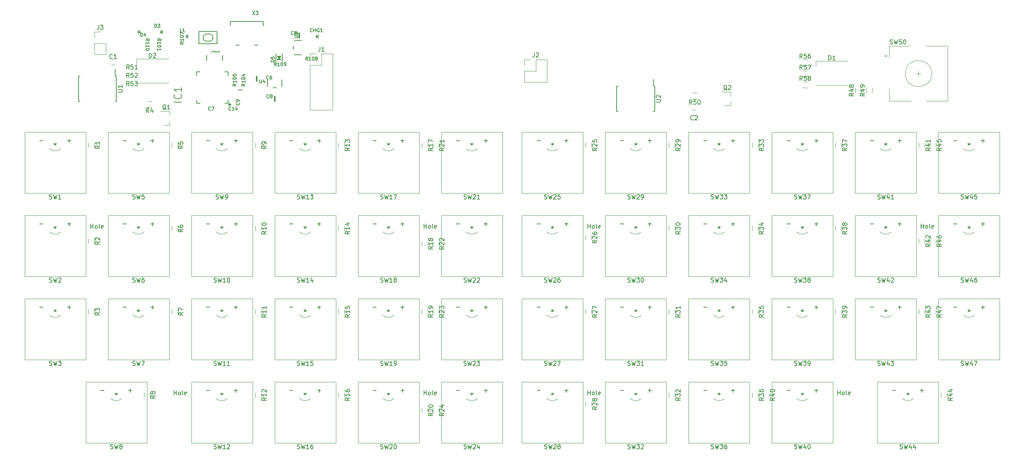
<source format=gbr>
%TF.GenerationSoftware,KiCad,Pcbnew,5.1.10*%
%TF.CreationDate,2021-05-03T09:29:55+02:00*%
%TF.ProjectId,splitboard,73706c69-7462-46f6-9172-642e6b696361,rev?*%
%TF.SameCoordinates,Original*%
%TF.FileFunction,Legend,Top*%
%TF.FilePolarity,Positive*%
%FSLAX46Y46*%
G04 Gerber Fmt 4.6, Leading zero omitted, Abs format (unit mm)*
G04 Created by KiCad (PCBNEW 5.1.10) date 2021-05-03 09:29:55*
%MOMM*%
%LPD*%
G01*
G04 APERTURE LIST*
%ADD10C,0.120000*%
%ADD11C,0.150000*%
%ADD12C,0.127000*%
%ADD13C,0.203200*%
%ADD14C,0.100000*%
%ADD15C,0.406400*%
%ADD16C,0.304800*%
%ADD17C,0.138988*%
%ADD18C,0.032512*%
%ADD19C,0.135128*%
G04 APERTURE END LIST*
D10*
%TO.C,SW40*%
X201295000Y-154940000D02*
X187325000Y-154940000D01*
X187325000Y-154940000D02*
X187325000Y-140970000D01*
X187325000Y-140970000D02*
X201295000Y-140970000D01*
X201295000Y-140970000D02*
X201295000Y-154940000D01*
X195579999Y-144779999D02*
G75*
G02*
X193040001Y-144779999I-1269999J1269999D01*
G01*
%TO.C,D2*%
X42070000Y-72600000D02*
X49370000Y-72600000D01*
X42070000Y-68250000D02*
X42070000Y-67100000D01*
X42070000Y-67100000D02*
X49370000Y-67100000D01*
%TO.C,SW44*%
X225425000Y-154940000D02*
X211455000Y-154940000D01*
X211455000Y-154940000D02*
X211455000Y-140970000D01*
X211455000Y-140970000D02*
X225425000Y-140970000D01*
X225425000Y-140970000D02*
X225425000Y-154940000D01*
X219709999Y-144779999D02*
G75*
G02*
X217170001Y-144779999I-1269999J1269999D01*
G01*
%TO.C,SW5*%
X49530000Y-97790000D02*
X35560000Y-97790000D01*
X35560000Y-97790000D02*
X35560000Y-83820000D01*
X35560000Y-83820000D02*
X49530000Y-83820000D01*
X49530000Y-83820000D02*
X49530000Y-97790000D01*
X43814999Y-87629999D02*
G75*
G02*
X41275001Y-87629999I-1269999J1269999D01*
G01*
%TO.C,SW1*%
X30480000Y-97790000D02*
X16510000Y-97790000D01*
X16510000Y-97790000D02*
X16510000Y-83820000D01*
X16510000Y-83820000D02*
X30480000Y-83820000D01*
X30480000Y-83820000D02*
X30480000Y-97790000D01*
X24764999Y-87629999D02*
G75*
G02*
X22225001Y-87629999I-1269999J1269999D01*
G01*
%TO.C,SW22*%
X125730000Y-116840000D02*
X111760000Y-116840000D01*
X111760000Y-116840000D02*
X111760000Y-102870000D01*
X111760000Y-102870000D02*
X125730000Y-102870000D01*
X125730000Y-102870000D02*
X125730000Y-116840000D01*
X120014999Y-106679999D02*
G75*
G02*
X117475001Y-106679999I-1269999J1269999D01*
G01*
%TO.C,SW3*%
X30480000Y-135890000D02*
X16510000Y-135890000D01*
X16510000Y-135890000D02*
X16510000Y-121920000D01*
X16510000Y-121920000D02*
X30480000Y-121920000D01*
X30480000Y-121920000D02*
X30480000Y-135890000D01*
X24764999Y-125729999D02*
G75*
G02*
X22225001Y-125729999I-1269999J1269999D01*
G01*
%TO.C,SW24*%
X125730000Y-154940000D02*
X111760000Y-154940000D01*
X111760000Y-154940000D02*
X111760000Y-140970000D01*
X111760000Y-140970000D02*
X125730000Y-140970000D01*
X125730000Y-140970000D02*
X125730000Y-154940000D01*
X120014999Y-144779999D02*
G75*
G02*
X117475001Y-144779999I-1269999J1269999D01*
G01*
%TO.C,SW19*%
X106680000Y-135890000D02*
X92710000Y-135890000D01*
X92710000Y-135890000D02*
X92710000Y-121920000D01*
X92710000Y-121920000D02*
X106680000Y-121920000D01*
X106680000Y-121920000D02*
X106680000Y-135890000D01*
X100964999Y-125729999D02*
G75*
G02*
X98425001Y-125729999I-1269999J1269999D01*
G01*
%TO.C,SW15*%
X87630000Y-135890000D02*
X73660000Y-135890000D01*
X73660000Y-135890000D02*
X73660000Y-121920000D01*
X73660000Y-121920000D02*
X87630000Y-121920000D01*
X87630000Y-121920000D02*
X87630000Y-135890000D01*
X81914999Y-125729999D02*
G75*
G02*
X79375001Y-125729999I-1269999J1269999D01*
G01*
%TO.C,SW47*%
X239395000Y-135890000D02*
X225425000Y-135890000D01*
X225425000Y-135890000D02*
X225425000Y-121920000D01*
X225425000Y-121920000D02*
X239395000Y-121920000D01*
X239395000Y-121920000D02*
X239395000Y-135890000D01*
X233679999Y-125729999D02*
G75*
G02*
X231140001Y-125729999I-1269999J1269999D01*
G01*
%TO.C,SW46*%
X239395000Y-116840000D02*
X225425000Y-116840000D01*
X225425000Y-116840000D02*
X225425000Y-102870000D01*
X225425000Y-102870000D02*
X239395000Y-102870000D01*
X239395000Y-102870000D02*
X239395000Y-116840000D01*
X233679999Y-106679999D02*
G75*
G02*
X231140001Y-106679999I-1269999J1269999D01*
G01*
%TO.C,SW45*%
X239395000Y-97790000D02*
X225425000Y-97790000D01*
X225425000Y-97790000D02*
X225425000Y-83820000D01*
X225425000Y-83820000D02*
X239395000Y-83820000D01*
X239395000Y-83820000D02*
X239395000Y-97790000D01*
X233679999Y-87629999D02*
G75*
G02*
X231140001Y-87629999I-1269999J1269999D01*
G01*
%TO.C,SW43*%
X220345000Y-135890000D02*
X206375000Y-135890000D01*
X206375000Y-135890000D02*
X206375000Y-121920000D01*
X206375000Y-121920000D02*
X220345000Y-121920000D01*
X220345000Y-121920000D02*
X220345000Y-135890000D01*
X214629999Y-125729999D02*
G75*
G02*
X212090001Y-125729999I-1269999J1269999D01*
G01*
%TO.C,SW42*%
X220345000Y-116840000D02*
X206375000Y-116840000D01*
X206375000Y-116840000D02*
X206375000Y-102870000D01*
X206375000Y-102870000D02*
X220345000Y-102870000D01*
X220345000Y-102870000D02*
X220345000Y-116840000D01*
X214629999Y-106679999D02*
G75*
G02*
X212090001Y-106679999I-1269999J1269999D01*
G01*
%TO.C,SW41*%
X220345000Y-97790000D02*
X206375000Y-97790000D01*
X206375000Y-97790000D02*
X206375000Y-83820000D01*
X206375000Y-83820000D02*
X220345000Y-83820000D01*
X220345000Y-83820000D02*
X220345000Y-97790000D01*
X214629999Y-87629999D02*
G75*
G02*
X212090001Y-87629999I-1269999J1269999D01*
G01*
%TO.C,SW39*%
X201295000Y-135890000D02*
X187325000Y-135890000D01*
X187325000Y-135890000D02*
X187325000Y-121920000D01*
X187325000Y-121920000D02*
X201295000Y-121920000D01*
X201295000Y-121920000D02*
X201295000Y-135890000D01*
X195579999Y-125729999D02*
G75*
G02*
X193040001Y-125729999I-1269999J1269999D01*
G01*
%TO.C,SW38*%
X201295000Y-116840000D02*
X187325000Y-116840000D01*
X187325000Y-116840000D02*
X187325000Y-102870000D01*
X187325000Y-102870000D02*
X201295000Y-102870000D01*
X201295000Y-102870000D02*
X201295000Y-116840000D01*
X195579999Y-106679999D02*
G75*
G02*
X193040001Y-106679999I-1269999J1269999D01*
G01*
%TO.C,SW37*%
X201295000Y-97790000D02*
X187325000Y-97790000D01*
X187325000Y-97790000D02*
X187325000Y-83820000D01*
X187325000Y-83820000D02*
X201295000Y-83820000D01*
X201295000Y-83820000D02*
X201295000Y-97790000D01*
X195579999Y-87629999D02*
G75*
G02*
X193040001Y-87629999I-1269999J1269999D01*
G01*
%TO.C,SW36*%
X182245000Y-154940000D02*
X168275000Y-154940000D01*
X168275000Y-154940000D02*
X168275000Y-140970000D01*
X168275000Y-140970000D02*
X182245000Y-140970000D01*
X182245000Y-140970000D02*
X182245000Y-154940000D01*
X176529999Y-144779999D02*
G75*
G02*
X173990001Y-144779999I-1269999J1269999D01*
G01*
%TO.C,SW35*%
X182245000Y-135890000D02*
X168275000Y-135890000D01*
X168275000Y-135890000D02*
X168275000Y-121920000D01*
X168275000Y-121920000D02*
X182245000Y-121920000D01*
X182245000Y-121920000D02*
X182245000Y-135890000D01*
X176529999Y-125729999D02*
G75*
G02*
X173990001Y-125729999I-1269999J1269999D01*
G01*
%TO.C,SW34*%
X182245000Y-116840000D02*
X168275000Y-116840000D01*
X168275000Y-116840000D02*
X168275000Y-102870000D01*
X168275000Y-102870000D02*
X182245000Y-102870000D01*
X182245000Y-102870000D02*
X182245000Y-116840000D01*
X176529999Y-106679999D02*
G75*
G02*
X173990001Y-106679999I-1269999J1269999D01*
G01*
%TO.C,SW33*%
X182245000Y-97790000D02*
X168275000Y-97790000D01*
X168275000Y-97790000D02*
X168275000Y-83820000D01*
X168275000Y-83820000D02*
X182245000Y-83820000D01*
X182245000Y-83820000D02*
X182245000Y-97790000D01*
X176529999Y-87629999D02*
G75*
G02*
X173990001Y-87629999I-1269999J1269999D01*
G01*
%TO.C,SW32*%
X163195000Y-154940000D02*
X149225000Y-154940000D01*
X149225000Y-154940000D02*
X149225000Y-140970000D01*
X149225000Y-140970000D02*
X163195000Y-140970000D01*
X163195000Y-140970000D02*
X163195000Y-154940000D01*
X157479999Y-144779999D02*
G75*
G02*
X154940001Y-144779999I-1269999J1269999D01*
G01*
%TO.C,SW31*%
X163195000Y-135890000D02*
X149225000Y-135890000D01*
X149225000Y-135890000D02*
X149225000Y-121920000D01*
X149225000Y-121920000D02*
X163195000Y-121920000D01*
X163195000Y-121920000D02*
X163195000Y-135890000D01*
X157479999Y-125729999D02*
G75*
G02*
X154940001Y-125729999I-1269999J1269999D01*
G01*
%TO.C,SW30*%
X163195000Y-116840000D02*
X149225000Y-116840000D01*
X149225000Y-116840000D02*
X149225000Y-102870000D01*
X149225000Y-102870000D02*
X163195000Y-102870000D01*
X163195000Y-102870000D02*
X163195000Y-116840000D01*
X157479999Y-106679999D02*
G75*
G02*
X154940001Y-106679999I-1269999J1269999D01*
G01*
%TO.C,SW29*%
X163195000Y-97790000D02*
X149225000Y-97790000D01*
X149225000Y-97790000D02*
X149225000Y-83820000D01*
X149225000Y-83820000D02*
X163195000Y-83820000D01*
X163195000Y-83820000D02*
X163195000Y-97790000D01*
X157479999Y-87629999D02*
G75*
G02*
X154940001Y-87629999I-1269999J1269999D01*
G01*
%TO.C,SW28*%
X144145000Y-154940000D02*
X130175000Y-154940000D01*
X130175000Y-154940000D02*
X130175000Y-140970000D01*
X130175000Y-140970000D02*
X144145000Y-140970000D01*
X144145000Y-140970000D02*
X144145000Y-154940000D01*
X138429999Y-144779999D02*
G75*
G02*
X135890001Y-144779999I-1269999J1269999D01*
G01*
%TO.C,SW27*%
X144145000Y-135890000D02*
X130175000Y-135890000D01*
X130175000Y-135890000D02*
X130175000Y-121920000D01*
X130175000Y-121920000D02*
X144145000Y-121920000D01*
X144145000Y-121920000D02*
X144145000Y-135890000D01*
X138429999Y-125729999D02*
G75*
G02*
X135890001Y-125729999I-1269999J1269999D01*
G01*
%TO.C,SW26*%
X144145000Y-116840000D02*
X130175000Y-116840000D01*
X130175000Y-116840000D02*
X130175000Y-102870000D01*
X130175000Y-102870000D02*
X144145000Y-102870000D01*
X144145000Y-102870000D02*
X144145000Y-116840000D01*
X138429999Y-106679999D02*
G75*
G02*
X135890001Y-106679999I-1269999J1269999D01*
G01*
%TO.C,SW25*%
X144145000Y-97790000D02*
X130175000Y-97790000D01*
X130175000Y-97790000D02*
X130175000Y-83820000D01*
X130175000Y-83820000D02*
X144145000Y-83820000D01*
X144145000Y-83820000D02*
X144145000Y-97790000D01*
X138429999Y-87629999D02*
G75*
G02*
X135890001Y-87629999I-1269999J1269999D01*
G01*
%TO.C,SW23*%
X125730000Y-135890000D02*
X111760000Y-135890000D01*
X111760000Y-135890000D02*
X111760000Y-121920000D01*
X111760000Y-121920000D02*
X125730000Y-121920000D01*
X125730000Y-121920000D02*
X125730000Y-135890000D01*
X120014999Y-125729999D02*
G75*
G02*
X117475001Y-125729999I-1269999J1269999D01*
G01*
%TO.C,SW21*%
X125730000Y-97790000D02*
X111760000Y-97790000D01*
X111760000Y-97790000D02*
X111760000Y-83820000D01*
X111760000Y-83820000D02*
X125730000Y-83820000D01*
X125730000Y-83820000D02*
X125730000Y-97790000D01*
X120014999Y-87629999D02*
G75*
G02*
X117475001Y-87629999I-1269999J1269999D01*
G01*
%TO.C,SW20*%
X106680000Y-154940000D02*
X92710000Y-154940000D01*
X92710000Y-154940000D02*
X92710000Y-140970000D01*
X92710000Y-140970000D02*
X106680000Y-140970000D01*
X106680000Y-140970000D02*
X106680000Y-154940000D01*
X100964999Y-144779999D02*
G75*
G02*
X98425001Y-144779999I-1269999J1269999D01*
G01*
%TO.C,SW18*%
X106680000Y-116840000D02*
X92710000Y-116840000D01*
X92710000Y-116840000D02*
X92710000Y-102870000D01*
X92710000Y-102870000D02*
X106680000Y-102870000D01*
X106680000Y-102870000D02*
X106680000Y-116840000D01*
X100964999Y-106679999D02*
G75*
G02*
X98425001Y-106679999I-1269999J1269999D01*
G01*
%TO.C,SW17*%
X106680000Y-97790000D02*
X92710000Y-97790000D01*
X92710000Y-97790000D02*
X92710000Y-83820000D01*
X92710000Y-83820000D02*
X106680000Y-83820000D01*
X106680000Y-83820000D02*
X106680000Y-97790000D01*
X100964999Y-87629999D02*
G75*
G02*
X98425001Y-87629999I-1269999J1269999D01*
G01*
%TO.C,SW16*%
X87630000Y-154940000D02*
X73660000Y-154940000D01*
X73660000Y-154940000D02*
X73660000Y-140970000D01*
X73660000Y-140970000D02*
X87630000Y-140970000D01*
X87630000Y-140970000D02*
X87630000Y-154940000D01*
X81914999Y-144779999D02*
G75*
G02*
X79375001Y-144779999I-1269999J1269999D01*
G01*
%TO.C,SW14*%
X87630000Y-116840000D02*
X73660000Y-116840000D01*
X73660000Y-116840000D02*
X73660000Y-102870000D01*
X73660000Y-102870000D02*
X87630000Y-102870000D01*
X87630000Y-102870000D02*
X87630000Y-116840000D01*
X81914999Y-106679999D02*
G75*
G02*
X79375001Y-106679999I-1269999J1269999D01*
G01*
%TO.C,SW13*%
X87630000Y-97790000D02*
X73660000Y-97790000D01*
X73660000Y-97790000D02*
X73660000Y-83820000D01*
X73660000Y-83820000D02*
X87630000Y-83820000D01*
X87630000Y-83820000D02*
X87630000Y-97790000D01*
X81914999Y-87629999D02*
G75*
G02*
X79375001Y-87629999I-1269999J1269999D01*
G01*
%TO.C,SW12*%
X68580000Y-154940000D02*
X54610000Y-154940000D01*
X54610000Y-154940000D02*
X54610000Y-140970000D01*
X54610000Y-140970000D02*
X68580000Y-140970000D01*
X68580000Y-140970000D02*
X68580000Y-154940000D01*
X62864999Y-144779999D02*
G75*
G02*
X60325001Y-144779999I-1269999J1269999D01*
G01*
%TO.C,SW11*%
X68580000Y-135890000D02*
X54610000Y-135890000D01*
X54610000Y-135890000D02*
X54610000Y-121920000D01*
X54610000Y-121920000D02*
X68580000Y-121920000D01*
X68580000Y-121920000D02*
X68580000Y-135890000D01*
X62864999Y-125729999D02*
G75*
G02*
X60325001Y-125729999I-1269999J1269999D01*
G01*
%TO.C,SW10*%
X68580000Y-116840000D02*
X54610000Y-116840000D01*
X54610000Y-116840000D02*
X54610000Y-102870000D01*
X54610000Y-102870000D02*
X68580000Y-102870000D01*
X68580000Y-102870000D02*
X68580000Y-116840000D01*
X62864999Y-106679999D02*
G75*
G02*
X60325001Y-106679999I-1269999J1269999D01*
G01*
%TO.C,SW9*%
X68580000Y-97790000D02*
X54610000Y-97790000D01*
X54610000Y-97790000D02*
X54610000Y-83820000D01*
X54610000Y-83820000D02*
X68580000Y-83820000D01*
X68580000Y-83820000D02*
X68580000Y-97790000D01*
X62864999Y-87629999D02*
G75*
G02*
X60325001Y-87629999I-1269999J1269999D01*
G01*
%TO.C,SW8*%
X44450000Y-154940000D02*
X30480000Y-154940000D01*
X30480000Y-154940000D02*
X30480000Y-140970000D01*
X30480000Y-140970000D02*
X44450000Y-140970000D01*
X44450000Y-140970000D02*
X44450000Y-154940000D01*
X38734999Y-144779999D02*
G75*
G02*
X36195001Y-144779999I-1269999J1269999D01*
G01*
%TO.C,SW7*%
X49530000Y-135890000D02*
X35560000Y-135890000D01*
X35560000Y-135890000D02*
X35560000Y-121920000D01*
X35560000Y-121920000D02*
X49530000Y-121920000D01*
X49530000Y-121920000D02*
X49530000Y-135890000D01*
X43814999Y-125729999D02*
G75*
G02*
X41275001Y-125729999I-1269999J1269999D01*
G01*
%TO.C,SW6*%
X49530000Y-116840000D02*
X35560000Y-116840000D01*
X35560000Y-116840000D02*
X35560000Y-102870000D01*
X35560000Y-102870000D02*
X49530000Y-102870000D01*
X49530000Y-102870000D02*
X49530000Y-116840000D01*
X43814999Y-106679999D02*
G75*
G02*
X41275001Y-106679999I-1269999J1269999D01*
G01*
%TO.C,SW2*%
X30480000Y-116840000D02*
X16510000Y-116840000D01*
X16510000Y-116840000D02*
X16510000Y-102870000D01*
X16510000Y-102870000D02*
X30480000Y-102870000D01*
X30480000Y-102870000D02*
X30480000Y-116840000D01*
X24764999Y-106679999D02*
G75*
G02*
X22225001Y-106679999I-1269999J1269999D01*
G01*
D11*
%TO.C,U1*%
X37472000Y-71039000D02*
X37247000Y-71039000D01*
X37472000Y-76789000D02*
X37172000Y-76789000D01*
X28822000Y-76789000D02*
X29122000Y-76789000D01*
X28822000Y-71039000D02*
X29122000Y-71039000D01*
X37472000Y-71039000D02*
X37472000Y-76789000D01*
X28822000Y-71039000D02*
X28822000Y-76789000D01*
X37247000Y-71039000D02*
X37247000Y-69439000D01*
%TO.C,U2*%
X160535000Y-73325000D02*
X160310000Y-73325000D01*
X160535000Y-79075000D02*
X160235000Y-79075000D01*
X151885000Y-79075000D02*
X152185000Y-79075000D01*
X151885000Y-73325000D02*
X152185000Y-73325000D01*
X160535000Y-73325000D02*
X160535000Y-79075000D01*
X151885000Y-73325000D02*
X151885000Y-79075000D01*
X160310000Y-73325000D02*
X160310000Y-71725000D01*
D10*
%TO.C,SW50*%
X220360000Y-70445000D02*
X221360000Y-70445000D01*
X220860000Y-69945000D02*
X220860000Y-70945000D01*
X213660000Y-66345000D02*
X213360000Y-66645000D01*
X213060000Y-66345000D02*
X213660000Y-66345000D01*
X213360000Y-66645000D02*
X213060000Y-66345000D01*
X214160000Y-64145000D02*
X214160000Y-66645000D01*
X218960000Y-64145000D02*
X214160000Y-64145000D01*
X214160000Y-76745000D02*
X214160000Y-73945000D01*
X219060000Y-76745000D02*
X214160000Y-76745000D01*
X227560000Y-76745000D02*
X222660000Y-76745000D01*
X227560000Y-64145000D02*
X227560000Y-76745000D01*
X222660000Y-64145000D02*
X227560000Y-64145000D01*
X223860000Y-70445000D02*
G75*
G03*
X223860000Y-70445000I-3000000J0D01*
G01*
%TO.C,D1*%
X197391000Y-73108000D02*
X204691000Y-73108000D01*
X197391000Y-68758000D02*
X197391000Y-67608000D01*
X197391000Y-67608000D02*
X204691000Y-67608000D01*
%TO.C,J3*%
X32452000Y-66100000D02*
X35112000Y-66100000D01*
X32452000Y-63500000D02*
X32452000Y-66100000D01*
X35112000Y-63500000D02*
X35112000Y-66100000D01*
X32452000Y-63500000D02*
X35112000Y-63500000D01*
X32452000Y-62230000D02*
X32452000Y-60900000D01*
X32452000Y-60900000D02*
X33782000Y-60900000D01*
%TO.C,J2*%
X130750000Y-72450000D02*
X135950000Y-72450000D01*
X130750000Y-69850000D02*
X130750000Y-72450000D01*
X135950000Y-67250000D02*
X135950000Y-72450000D01*
X130750000Y-69850000D02*
X133350000Y-69850000D01*
X133350000Y-69850000D02*
X133350000Y-67250000D01*
X133350000Y-67250000D02*
X135950000Y-67250000D01*
X130750000Y-68580000D02*
X130750000Y-67250000D01*
X130750000Y-67250000D02*
X132080000Y-67250000D01*
D12*
%TO.C,X3*%
X69810000Y-63965000D02*
X69010000Y-63965000D01*
X65610000Y-63965000D02*
X64810000Y-63965000D01*
X71110000Y-59465000D02*
X71110000Y-58565000D01*
X71110000Y-58565000D02*
X63510000Y-58565000D01*
X63510000Y-58565000D02*
X63510000Y-59465000D01*
D10*
%TO.C,Q2*%
X177925000Y-77780000D02*
X176465000Y-77780000D01*
X177925000Y-74620000D02*
X175765000Y-74620000D01*
X177925000Y-74620000D02*
X177925000Y-75550000D01*
X177925000Y-77780000D02*
X177925000Y-76850000D01*
%TO.C,J1*%
X81728000Y-65916500D02*
X83058000Y-65916500D01*
X81728000Y-67246500D02*
X81728000Y-65916500D01*
X84328000Y-65916500D02*
X86928000Y-65916500D01*
X84328000Y-68516500D02*
X84328000Y-65916500D01*
X81728000Y-68516500D02*
X84328000Y-68516500D01*
X86928000Y-65916500D02*
X86928000Y-78736500D01*
X81728000Y-68516500D02*
X81728000Y-78736500D01*
X81728000Y-78736500D02*
X86928000Y-78736500D01*
%TO.C,R58*%
X194445000Y-72345000D02*
X195445000Y-72345000D01*
X195445000Y-73705000D02*
X194445000Y-73705000D01*
%TO.C,R57*%
X194445000Y-69805000D02*
X195445000Y-69805000D01*
X195445000Y-71165000D02*
X194445000Y-71165000D01*
%TO.C,R56*%
X194445000Y-67265000D02*
X195445000Y-67265000D01*
X195445000Y-68625000D02*
X194445000Y-68625000D01*
%TO.C,R47*%
X224835000Y-124425000D02*
X224835000Y-125425000D01*
X223475000Y-125425000D02*
X223475000Y-124425000D01*
%TO.C,R46*%
X224835000Y-108255000D02*
X224835000Y-109255000D01*
X223475000Y-109255000D02*
X223475000Y-108255000D01*
%TO.C,R45*%
X224835000Y-86325000D02*
X224835000Y-87325000D01*
X223475000Y-87325000D02*
X223475000Y-86325000D01*
%TO.C,R44*%
X227375000Y-143475000D02*
X227375000Y-144475000D01*
X226015000Y-144475000D02*
X226015000Y-143475000D01*
%TO.C,R43*%
X222295000Y-124425000D02*
X222295000Y-125425000D01*
X220935000Y-125425000D02*
X220935000Y-124425000D01*
%TO.C,R42*%
X222295000Y-108255000D02*
X222295000Y-109255000D01*
X220935000Y-109255000D02*
X220935000Y-108255000D01*
%TO.C,R41*%
X222295000Y-86325000D02*
X222295000Y-87325000D01*
X220935000Y-87325000D02*
X220935000Y-86325000D01*
%TO.C,R40*%
X186735000Y-143475000D02*
X186735000Y-144475000D01*
X185375000Y-144475000D02*
X185375000Y-143475000D01*
%TO.C,R39*%
X203245000Y-124425000D02*
X203245000Y-125425000D01*
X201885000Y-125425000D02*
X201885000Y-124425000D01*
%TO.C,R38*%
X203245000Y-105375000D02*
X203245000Y-106375000D01*
X201885000Y-106375000D02*
X201885000Y-105375000D01*
%TO.C,R37*%
X203245000Y-86325000D02*
X203245000Y-87325000D01*
X201885000Y-87325000D02*
X201885000Y-86325000D01*
%TO.C,R36*%
X184195000Y-143475000D02*
X184195000Y-144475000D01*
X182835000Y-144475000D02*
X182835000Y-143475000D01*
%TO.C,R35*%
X184195000Y-124425000D02*
X184195000Y-125425000D01*
X182835000Y-125425000D02*
X182835000Y-124425000D01*
%TO.C,R34*%
X184195000Y-105375000D02*
X184195000Y-106375000D01*
X182835000Y-106375000D02*
X182835000Y-105375000D01*
%TO.C,R33*%
X184195000Y-86325000D02*
X184195000Y-87325000D01*
X182835000Y-87325000D02*
X182835000Y-86325000D01*
%TO.C,R32*%
X165145000Y-143475000D02*
X165145000Y-144475000D01*
X163785000Y-144475000D02*
X163785000Y-143475000D01*
%TO.C,R31*%
X165145000Y-124425000D02*
X165145000Y-125425000D01*
X163785000Y-125425000D02*
X163785000Y-124425000D01*
%TO.C,R30*%
X165145000Y-105375000D02*
X165145000Y-106375000D01*
X163785000Y-106375000D02*
X163785000Y-105375000D01*
%TO.C,R29*%
X165145000Y-86325000D02*
X165145000Y-87325000D01*
X163785000Y-87325000D02*
X163785000Y-86325000D01*
%TO.C,R28*%
X146095000Y-145550000D02*
X146095000Y-146550000D01*
X144735000Y-146550000D02*
X144735000Y-145550000D01*
%TO.C,R27*%
X146095000Y-124425000D02*
X146095000Y-125425000D01*
X144735000Y-125425000D02*
X144735000Y-124425000D01*
%TO.C,R26*%
X146095000Y-107450000D02*
X146095000Y-108450000D01*
X144735000Y-108450000D02*
X144735000Y-107450000D01*
%TO.C,R25*%
X146095000Y-86325000D02*
X146095000Y-87325000D01*
X144735000Y-87325000D02*
X144735000Y-86325000D01*
%TO.C,R24*%
X111170000Y-146990000D02*
X111170000Y-147990000D01*
X109810000Y-147990000D02*
X109810000Y-146990000D01*
%TO.C,R23*%
X111170000Y-124425000D02*
X111170000Y-125425000D01*
X109810000Y-125425000D02*
X109810000Y-124425000D01*
%TO.C,R22*%
X111170000Y-108890000D02*
X111170000Y-109890000D01*
X109810000Y-109890000D02*
X109810000Y-108890000D01*
%TO.C,R21*%
X111170000Y-86368000D02*
X111170000Y-87368000D01*
X109810000Y-87368000D02*
X109810000Y-86368000D01*
%TO.C,R20*%
X108630000Y-146990000D02*
X108630000Y-147990000D01*
X107270000Y-147990000D02*
X107270000Y-146990000D01*
%TO.C,R19*%
X108630000Y-124425000D02*
X108630000Y-125425000D01*
X107270000Y-125425000D02*
X107270000Y-124425000D01*
%TO.C,R18*%
X108630000Y-108890000D02*
X108630000Y-109890000D01*
X107270000Y-109890000D02*
X107270000Y-108890000D01*
%TO.C,R17*%
X108630000Y-86368000D02*
X108630000Y-87368000D01*
X107270000Y-87368000D02*
X107270000Y-86368000D01*
%TO.C,R16*%
X89580000Y-143475000D02*
X89580000Y-144475000D01*
X88220000Y-144475000D02*
X88220000Y-143475000D01*
%TO.C,R15*%
X89580000Y-124425000D02*
X89580000Y-125425000D01*
X88220000Y-125425000D02*
X88220000Y-124425000D01*
%TO.C,R14*%
X89580000Y-105375000D02*
X89580000Y-106375000D01*
X88220000Y-106375000D02*
X88220000Y-105375000D01*
%TO.C,R13*%
X89580000Y-86325000D02*
X89580000Y-87325000D01*
X88220000Y-87325000D02*
X88220000Y-86325000D01*
%TO.C,R12*%
X70530000Y-143475000D02*
X70530000Y-144475000D01*
X69170000Y-144475000D02*
X69170000Y-143475000D01*
%TO.C,R11*%
X70530000Y-124425000D02*
X70530000Y-125425000D01*
X69170000Y-125425000D02*
X69170000Y-124425000D01*
%TO.C,R10*%
X70530000Y-105375000D02*
X70530000Y-106375000D01*
X69170000Y-106375000D02*
X69170000Y-105375000D01*
%TO.C,R9*%
X70530000Y-86325000D02*
X70530000Y-87325000D01*
X69170000Y-87325000D02*
X69170000Y-86325000D01*
%TO.C,R8*%
X45130000Y-143475000D02*
X45130000Y-144475000D01*
X43770000Y-144475000D02*
X43770000Y-143475000D01*
%TO.C,R7*%
X51480000Y-124425000D02*
X51480000Y-125425000D01*
X50120000Y-125425000D02*
X50120000Y-124425000D01*
%TO.C,R6*%
X51480000Y-105375000D02*
X51480000Y-106375000D01*
X50120000Y-106375000D02*
X50120000Y-105375000D01*
%TO.C,R5*%
X51480000Y-86325000D02*
X51480000Y-87325000D01*
X50120000Y-87325000D02*
X50120000Y-86325000D01*
%TO.C,R3*%
X32430000Y-124425000D02*
X32430000Y-125425000D01*
X31070000Y-125425000D02*
X31070000Y-124425000D01*
%TO.C,R2*%
X32430000Y-108255000D02*
X32430000Y-109255000D01*
X31070000Y-109255000D02*
X31070000Y-108255000D01*
%TO.C,R1*%
X32430000Y-86325000D02*
X32430000Y-87325000D01*
X31070000Y-87325000D02*
X31070000Y-86325000D01*
%TO.C,Q1*%
X49655000Y-82225000D02*
X48195000Y-82225000D01*
X49655000Y-79065000D02*
X47495000Y-79065000D01*
X49655000Y-79065000D02*
X49655000Y-79995000D01*
X49655000Y-82225000D02*
X49655000Y-81295000D01*
%TO.C,C2*%
X169195000Y-78775000D02*
X169895000Y-78775000D01*
X169895000Y-79975000D02*
X169195000Y-79975000D01*
%TO.C,C1*%
X37078400Y-68418000D02*
X36378400Y-68418000D01*
X36378400Y-67218000D02*
X37078400Y-67218000D01*
%TO.C,R50*%
X170215000Y-76245000D02*
X169215000Y-76245000D01*
X169215000Y-74885000D02*
X170215000Y-74885000D01*
%TO.C,R49*%
X208870000Y-74795000D02*
X208870000Y-73795000D01*
X210230000Y-73795000D02*
X210230000Y-74795000D01*
%TO.C,R48*%
X206330000Y-74795000D02*
X206330000Y-73795000D01*
X207690000Y-73795000D02*
X207690000Y-74795000D01*
%TO.C,R4*%
X45585000Y-78150000D02*
X44585000Y-78150000D01*
X44585000Y-76790000D02*
X45585000Y-76790000D01*
D13*
%TO.C,Y1*%
X61744000Y-66202800D02*
X61744000Y-67502800D01*
X58144000Y-67502800D02*
X58144000Y-66202800D01*
%TO.C,U4*%
X75310000Y-73444000D02*
X75310000Y-71844000D01*
X72010000Y-73444000D02*
X72010000Y-71844000D01*
X74060000Y-73694000D02*
X73260000Y-73694000D01*
%TO.C,U3*%
X78194000Y-66166000D02*
X79794000Y-66166000D01*
X78194000Y-62866000D02*
X79794000Y-62866000D01*
X77944000Y-64916000D02*
X77944000Y-64116000D01*
D12*
%TO.C,SW101*%
X56320000Y-60830000D02*
X60520000Y-60830000D01*
X60520000Y-60830000D02*
X60520000Y-63630000D01*
X60520000Y-63630000D02*
X56320000Y-63630000D01*
X56320000Y-63630000D02*
X56320000Y-60830000D01*
X57320000Y-62430000D02*
X57320000Y-62030000D01*
X57920000Y-61430000D02*
X58920000Y-61430000D01*
X59520000Y-62030000D02*
X59520000Y-62430000D01*
X58920000Y-63030000D02*
X57920000Y-63030000D01*
X58919998Y-63030000D02*
G75*
G03*
X59520000Y-62430000I1J600001D01*
G01*
X59520000Y-62030002D02*
G75*
G03*
X58920000Y-61430000I-600001J1D01*
G01*
X57920002Y-61430000D02*
G75*
G03*
X57320000Y-62030000I-1J-600001D01*
G01*
X57320000Y-62429998D02*
G75*
G03*
X57920000Y-63030000I600001J-1D01*
G01*
D14*
%TO.C,L1*%
G36*
X53734500Y-61531500D02*
G01*
X53734500Y-62420500D01*
X53925000Y-62420500D01*
X53925000Y-61531500D01*
X53734500Y-61531500D01*
G37*
G36*
X53848000Y-61976000D02*
G01*
X53340000Y-61595000D01*
X53340000Y-62357000D01*
X53848000Y-61976000D01*
G37*
D15*
%TO.C,IC1*%
X63495000Y-77538000D02*
G75*
G03*
X63495000Y-77538000I-127000J0D01*
G01*
D12*
X55836000Y-76460000D02*
X55836000Y-77260000D01*
X55836000Y-77260000D02*
X56636000Y-77260000D01*
X55836000Y-70860000D02*
X55836000Y-70060000D01*
X55836000Y-70060000D02*
X56636000Y-70060000D01*
X62236000Y-77260000D02*
X63036000Y-77260000D01*
X63036000Y-77260000D02*
X63036000Y-76460000D01*
X62236000Y-70060000D02*
X63036000Y-70060000D01*
X63036000Y-70060000D02*
X63036000Y-70860000D01*
D13*
%TO.C,D5*%
X73976000Y-67675000D02*
X73976000Y-65929000D01*
X75376000Y-65929000D02*
X75376000Y-67675000D01*
X74676000Y-67102000D02*
X74276000Y-66502000D01*
X74276000Y-66502000D02*
X75076000Y-66502000D01*
X75076000Y-66502000D02*
X74676000Y-67102000D01*
D14*
G36*
X75176000Y-67302000D02*
G01*
X75176000Y-67102000D01*
X74176000Y-67102000D01*
X74176000Y-67302000D01*
X75176000Y-67302000D01*
G37*
G36*
X74676000Y-66902000D02*
G01*
X74476000Y-66602000D01*
X74876000Y-66602000D01*
X74676000Y-66902000D01*
G37*
%TO.C,D4*%
G36*
X42531500Y-61404500D02*
G01*
X42531500Y-60515500D01*
X42341000Y-60515500D01*
X42341000Y-61404500D01*
X42531500Y-61404500D01*
G37*
G36*
X42418000Y-60960000D02*
G01*
X42926000Y-61341000D01*
X42926000Y-60579000D01*
X42418000Y-60960000D01*
G37*
%TO.C,D3*%
G36*
X47892500Y-60515500D02*
G01*
X47892500Y-61404500D01*
X48083000Y-61404500D01*
X48083000Y-60515500D01*
X47892500Y-60515500D01*
G37*
G36*
X48006000Y-60960000D02*
G01*
X47498000Y-60579000D01*
X47498000Y-61341000D01*
X48006000Y-60960000D01*
G37*
%TO.C,CHG1*%
G36*
X83600000Y-61976000D02*
G01*
X83092000Y-61595000D01*
X83092000Y-62357000D01*
X83600000Y-61976000D01*
G37*
G36*
X83486500Y-61531500D02*
G01*
X83486500Y-62420500D01*
X83677000Y-62420500D01*
X83677000Y-61531500D01*
X83486500Y-61531500D01*
G37*
D13*
%TO.C,C9*%
X66294000Y-74168000D02*
X65278000Y-74168000D01*
D16*
%TO.C,C8*%
X73660000Y-76708000D02*
X73660000Y-75692000D01*
%TO.C,C6*%
X69530000Y-71120000D02*
X69530000Y-72136000D01*
%TO.C,C3*%
X79248000Y-62230000D02*
X79248000Y-61214000D01*
%TO.C,Hole*%
D11*
X221456428Y-105862380D02*
X221456428Y-104862380D01*
X221456428Y-105338571D02*
X222027857Y-105338571D01*
X222027857Y-105862380D02*
X222027857Y-104862380D01*
X222646904Y-105862380D02*
X222551666Y-105814761D01*
X222504047Y-105767142D01*
X222456428Y-105671904D01*
X222456428Y-105386190D01*
X222504047Y-105290952D01*
X222551666Y-105243333D01*
X222646904Y-105195714D01*
X222789761Y-105195714D01*
X222885000Y-105243333D01*
X222932619Y-105290952D01*
X222980238Y-105386190D01*
X222980238Y-105671904D01*
X222932619Y-105767142D01*
X222885000Y-105814761D01*
X222789761Y-105862380D01*
X222646904Y-105862380D01*
X223551666Y-105862380D02*
X223456428Y-105814761D01*
X223408809Y-105719523D01*
X223408809Y-104862380D01*
X224313571Y-105814761D02*
X224218333Y-105862380D01*
X224027857Y-105862380D01*
X223932619Y-105814761D01*
X223885000Y-105719523D01*
X223885000Y-105338571D01*
X223932619Y-105243333D01*
X224027857Y-105195714D01*
X224218333Y-105195714D01*
X224313571Y-105243333D01*
X224361190Y-105338571D01*
X224361190Y-105433809D01*
X223885000Y-105529047D01*
X202406428Y-143962380D02*
X202406428Y-142962380D01*
X202406428Y-143438571D02*
X202977857Y-143438571D01*
X202977857Y-143962380D02*
X202977857Y-142962380D01*
X203596904Y-143962380D02*
X203501666Y-143914761D01*
X203454047Y-143867142D01*
X203406428Y-143771904D01*
X203406428Y-143486190D01*
X203454047Y-143390952D01*
X203501666Y-143343333D01*
X203596904Y-143295714D01*
X203739761Y-143295714D01*
X203835000Y-143343333D01*
X203882619Y-143390952D01*
X203930238Y-143486190D01*
X203930238Y-143771904D01*
X203882619Y-143867142D01*
X203835000Y-143914761D01*
X203739761Y-143962380D01*
X203596904Y-143962380D01*
X204501666Y-143962380D02*
X204406428Y-143914761D01*
X204358809Y-143819523D01*
X204358809Y-142962380D01*
X205263571Y-143914761D02*
X205168333Y-143962380D01*
X204977857Y-143962380D01*
X204882619Y-143914761D01*
X204835000Y-143819523D01*
X204835000Y-143438571D01*
X204882619Y-143343333D01*
X204977857Y-143295714D01*
X205168333Y-143295714D01*
X205263571Y-143343333D01*
X205311190Y-143438571D01*
X205311190Y-143533809D01*
X204835000Y-143629047D01*
X145256428Y-105862380D02*
X145256428Y-104862380D01*
X145256428Y-105338571D02*
X145827857Y-105338571D01*
X145827857Y-105862380D02*
X145827857Y-104862380D01*
X146446904Y-105862380D02*
X146351666Y-105814761D01*
X146304047Y-105767142D01*
X146256428Y-105671904D01*
X146256428Y-105386190D01*
X146304047Y-105290952D01*
X146351666Y-105243333D01*
X146446904Y-105195714D01*
X146589761Y-105195714D01*
X146685000Y-105243333D01*
X146732619Y-105290952D01*
X146780238Y-105386190D01*
X146780238Y-105671904D01*
X146732619Y-105767142D01*
X146685000Y-105814761D01*
X146589761Y-105862380D01*
X146446904Y-105862380D01*
X147351666Y-105862380D02*
X147256428Y-105814761D01*
X147208809Y-105719523D01*
X147208809Y-104862380D01*
X148113571Y-105814761D02*
X148018333Y-105862380D01*
X147827857Y-105862380D01*
X147732619Y-105814761D01*
X147685000Y-105719523D01*
X147685000Y-105338571D01*
X147732619Y-105243333D01*
X147827857Y-105195714D01*
X148018333Y-105195714D01*
X148113571Y-105243333D01*
X148161190Y-105338571D01*
X148161190Y-105433809D01*
X147685000Y-105529047D01*
X145256428Y-143962380D02*
X145256428Y-142962380D01*
X145256428Y-143438571D02*
X145827857Y-143438571D01*
X145827857Y-143962380D02*
X145827857Y-142962380D01*
X146446904Y-143962380D02*
X146351666Y-143914761D01*
X146304047Y-143867142D01*
X146256428Y-143771904D01*
X146256428Y-143486190D01*
X146304047Y-143390952D01*
X146351666Y-143343333D01*
X146446904Y-143295714D01*
X146589761Y-143295714D01*
X146685000Y-143343333D01*
X146732619Y-143390952D01*
X146780238Y-143486190D01*
X146780238Y-143771904D01*
X146732619Y-143867142D01*
X146685000Y-143914761D01*
X146589761Y-143962380D01*
X146446904Y-143962380D01*
X147351666Y-143962380D02*
X147256428Y-143914761D01*
X147208809Y-143819523D01*
X147208809Y-142962380D01*
X148113571Y-143914761D02*
X148018333Y-143962380D01*
X147827857Y-143962380D01*
X147732619Y-143914761D01*
X147685000Y-143819523D01*
X147685000Y-143438571D01*
X147732619Y-143343333D01*
X147827857Y-143295714D01*
X148018333Y-143295714D01*
X148113571Y-143343333D01*
X148161190Y-143438571D01*
X148161190Y-143533809D01*
X147685000Y-143629047D01*
X107791428Y-143962380D02*
X107791428Y-142962380D01*
X107791428Y-143438571D02*
X108362857Y-143438571D01*
X108362857Y-143962380D02*
X108362857Y-142962380D01*
X108981904Y-143962380D02*
X108886666Y-143914761D01*
X108839047Y-143867142D01*
X108791428Y-143771904D01*
X108791428Y-143486190D01*
X108839047Y-143390952D01*
X108886666Y-143343333D01*
X108981904Y-143295714D01*
X109124761Y-143295714D01*
X109220000Y-143343333D01*
X109267619Y-143390952D01*
X109315238Y-143486190D01*
X109315238Y-143771904D01*
X109267619Y-143867142D01*
X109220000Y-143914761D01*
X109124761Y-143962380D01*
X108981904Y-143962380D01*
X109886666Y-143962380D02*
X109791428Y-143914761D01*
X109743809Y-143819523D01*
X109743809Y-142962380D01*
X110648571Y-143914761D02*
X110553333Y-143962380D01*
X110362857Y-143962380D01*
X110267619Y-143914761D01*
X110220000Y-143819523D01*
X110220000Y-143438571D01*
X110267619Y-143343333D01*
X110362857Y-143295714D01*
X110553333Y-143295714D01*
X110648571Y-143343333D01*
X110696190Y-143438571D01*
X110696190Y-143533809D01*
X110220000Y-143629047D01*
X50641428Y-143962380D02*
X50641428Y-142962380D01*
X50641428Y-143438571D02*
X51212857Y-143438571D01*
X51212857Y-143962380D02*
X51212857Y-142962380D01*
X51831904Y-143962380D02*
X51736666Y-143914761D01*
X51689047Y-143867142D01*
X51641428Y-143771904D01*
X51641428Y-143486190D01*
X51689047Y-143390952D01*
X51736666Y-143343333D01*
X51831904Y-143295714D01*
X51974761Y-143295714D01*
X52070000Y-143343333D01*
X52117619Y-143390952D01*
X52165238Y-143486190D01*
X52165238Y-143771904D01*
X52117619Y-143867142D01*
X52070000Y-143914761D01*
X51974761Y-143962380D01*
X51831904Y-143962380D01*
X52736666Y-143962380D02*
X52641428Y-143914761D01*
X52593809Y-143819523D01*
X52593809Y-142962380D01*
X53498571Y-143914761D02*
X53403333Y-143962380D01*
X53212857Y-143962380D01*
X53117619Y-143914761D01*
X53070000Y-143819523D01*
X53070000Y-143438571D01*
X53117619Y-143343333D01*
X53212857Y-143295714D01*
X53403333Y-143295714D01*
X53498571Y-143343333D01*
X53546190Y-143438571D01*
X53546190Y-143533809D01*
X53070000Y-143629047D01*
X31591428Y-105862380D02*
X31591428Y-104862380D01*
X31591428Y-105338571D02*
X32162857Y-105338571D01*
X32162857Y-105862380D02*
X32162857Y-104862380D01*
X32781904Y-105862380D02*
X32686666Y-105814761D01*
X32639047Y-105767142D01*
X32591428Y-105671904D01*
X32591428Y-105386190D01*
X32639047Y-105290952D01*
X32686666Y-105243333D01*
X32781904Y-105195714D01*
X32924761Y-105195714D01*
X33020000Y-105243333D01*
X33067619Y-105290952D01*
X33115238Y-105386190D01*
X33115238Y-105671904D01*
X33067619Y-105767142D01*
X33020000Y-105814761D01*
X32924761Y-105862380D01*
X32781904Y-105862380D01*
X33686666Y-105862380D02*
X33591428Y-105814761D01*
X33543809Y-105719523D01*
X33543809Y-104862380D01*
X34448571Y-105814761D02*
X34353333Y-105862380D01*
X34162857Y-105862380D01*
X34067619Y-105814761D01*
X34020000Y-105719523D01*
X34020000Y-105338571D01*
X34067619Y-105243333D01*
X34162857Y-105195714D01*
X34353333Y-105195714D01*
X34448571Y-105243333D01*
X34496190Y-105338571D01*
X34496190Y-105433809D01*
X34020000Y-105529047D01*
X107791428Y-105862380D02*
X107791428Y-104862380D01*
X107791428Y-105338571D02*
X108362857Y-105338571D01*
X108362857Y-105862380D02*
X108362857Y-104862380D01*
X108981904Y-105862380D02*
X108886666Y-105814761D01*
X108839047Y-105767142D01*
X108791428Y-105671904D01*
X108791428Y-105386190D01*
X108839047Y-105290952D01*
X108886666Y-105243333D01*
X108981904Y-105195714D01*
X109124761Y-105195714D01*
X109220000Y-105243333D01*
X109267619Y-105290952D01*
X109315238Y-105386190D01*
X109315238Y-105671904D01*
X109267619Y-105767142D01*
X109220000Y-105814761D01*
X109124761Y-105862380D01*
X108981904Y-105862380D01*
X109886666Y-105862380D02*
X109791428Y-105814761D01*
X109743809Y-105719523D01*
X109743809Y-104862380D01*
X110648571Y-105814761D02*
X110553333Y-105862380D01*
X110362857Y-105862380D01*
X110267619Y-105814761D01*
X110220000Y-105719523D01*
X110220000Y-105338571D01*
X110267619Y-105243333D01*
X110362857Y-105195714D01*
X110553333Y-105195714D01*
X110648571Y-105243333D01*
X110696190Y-105338571D01*
X110696190Y-105433809D01*
X110220000Y-105529047D01*
%TO.C,SW40*%
X192500476Y-156233761D02*
X192643333Y-156281380D01*
X192881428Y-156281380D01*
X192976666Y-156233761D01*
X193024285Y-156186142D01*
X193071904Y-156090904D01*
X193071904Y-155995666D01*
X193024285Y-155900428D01*
X192976666Y-155852809D01*
X192881428Y-155805190D01*
X192690952Y-155757571D01*
X192595714Y-155709952D01*
X192548095Y-155662333D01*
X192500476Y-155567095D01*
X192500476Y-155471857D01*
X192548095Y-155376619D01*
X192595714Y-155329000D01*
X192690952Y-155281380D01*
X192929047Y-155281380D01*
X193071904Y-155329000D01*
X193405238Y-155281380D02*
X193643333Y-156281380D01*
X193833809Y-155567095D01*
X194024285Y-156281380D01*
X194262380Y-155281380D01*
X195071904Y-155614714D02*
X195071904Y-156281380D01*
X194833809Y-155233761D02*
X194595714Y-155948047D01*
X195214761Y-155948047D01*
X195786190Y-155281380D02*
X195881428Y-155281380D01*
X195976666Y-155329000D01*
X196024285Y-155376619D01*
X196071904Y-155471857D01*
X196119523Y-155662333D01*
X196119523Y-155900428D01*
X196071904Y-156090904D01*
X196024285Y-156186142D01*
X195976666Y-156233761D01*
X195881428Y-156281380D01*
X195786190Y-156281380D01*
X195690952Y-156233761D01*
X195643333Y-156186142D01*
X195595714Y-156090904D01*
X195548095Y-155900428D01*
X195548095Y-155662333D01*
X195595714Y-155471857D01*
X195643333Y-155376619D01*
X195690952Y-155329000D01*
X195786190Y-155281380D01*
X190754047Y-142946428D02*
X191515952Y-142946428D01*
X197104047Y-142946428D02*
X197865952Y-142946428D01*
X197485000Y-143327380D02*
X197485000Y-142565476D01*
X194310000Y-143449523D02*
X194310000Y-143751904D01*
X194007619Y-143630952D02*
X194310000Y-143751904D01*
X194612380Y-143630952D01*
X194128571Y-143993809D02*
X194310000Y-143751904D01*
X194491428Y-143993809D01*
%TO.C,R53*%
X40404642Y-73257380D02*
X40071309Y-72781190D01*
X39833214Y-73257380D02*
X39833214Y-72257380D01*
X40214166Y-72257380D01*
X40309404Y-72305000D01*
X40357023Y-72352619D01*
X40404642Y-72447857D01*
X40404642Y-72590714D01*
X40357023Y-72685952D01*
X40309404Y-72733571D01*
X40214166Y-72781190D01*
X39833214Y-72781190D01*
X41309404Y-72257380D02*
X40833214Y-72257380D01*
X40785595Y-72733571D01*
X40833214Y-72685952D01*
X40928452Y-72638333D01*
X41166547Y-72638333D01*
X41261785Y-72685952D01*
X41309404Y-72733571D01*
X41357023Y-72828809D01*
X41357023Y-73066904D01*
X41309404Y-73162142D01*
X41261785Y-73209761D01*
X41166547Y-73257380D01*
X40928452Y-73257380D01*
X40833214Y-73209761D01*
X40785595Y-73162142D01*
X41690357Y-72257380D02*
X42309404Y-72257380D01*
X41976071Y-72638333D01*
X42118928Y-72638333D01*
X42214166Y-72685952D01*
X42261785Y-72733571D01*
X42309404Y-72828809D01*
X42309404Y-73066904D01*
X42261785Y-73162142D01*
X42214166Y-73209761D01*
X42118928Y-73257380D01*
X41833214Y-73257380D01*
X41737976Y-73209761D01*
X41690357Y-73162142D01*
%TO.C,R52*%
X40404642Y-71352380D02*
X40071309Y-70876190D01*
X39833214Y-71352380D02*
X39833214Y-70352380D01*
X40214166Y-70352380D01*
X40309404Y-70400000D01*
X40357023Y-70447619D01*
X40404642Y-70542857D01*
X40404642Y-70685714D01*
X40357023Y-70780952D01*
X40309404Y-70828571D01*
X40214166Y-70876190D01*
X39833214Y-70876190D01*
X41309404Y-70352380D02*
X40833214Y-70352380D01*
X40785595Y-70828571D01*
X40833214Y-70780952D01*
X40928452Y-70733333D01*
X41166547Y-70733333D01*
X41261785Y-70780952D01*
X41309404Y-70828571D01*
X41357023Y-70923809D01*
X41357023Y-71161904D01*
X41309404Y-71257142D01*
X41261785Y-71304761D01*
X41166547Y-71352380D01*
X40928452Y-71352380D01*
X40833214Y-71304761D01*
X40785595Y-71257142D01*
X41737976Y-70447619D02*
X41785595Y-70400000D01*
X41880833Y-70352380D01*
X42118928Y-70352380D01*
X42214166Y-70400000D01*
X42261785Y-70447619D01*
X42309404Y-70542857D01*
X42309404Y-70638095D01*
X42261785Y-70780952D01*
X41690357Y-71352380D01*
X42309404Y-71352380D01*
%TO.C,R51*%
X40404642Y-69447380D02*
X40071309Y-68971190D01*
X39833214Y-69447380D02*
X39833214Y-68447380D01*
X40214166Y-68447380D01*
X40309404Y-68495000D01*
X40357023Y-68542619D01*
X40404642Y-68637857D01*
X40404642Y-68780714D01*
X40357023Y-68875952D01*
X40309404Y-68923571D01*
X40214166Y-68971190D01*
X39833214Y-68971190D01*
X41309404Y-68447380D02*
X40833214Y-68447380D01*
X40785595Y-68923571D01*
X40833214Y-68875952D01*
X40928452Y-68828333D01*
X41166547Y-68828333D01*
X41261785Y-68875952D01*
X41309404Y-68923571D01*
X41357023Y-69018809D01*
X41357023Y-69256904D01*
X41309404Y-69352142D01*
X41261785Y-69399761D01*
X41166547Y-69447380D01*
X40928452Y-69447380D01*
X40833214Y-69399761D01*
X40785595Y-69352142D01*
X42309404Y-69447380D02*
X41737976Y-69447380D01*
X42023690Y-69447380D02*
X42023690Y-68447380D01*
X41928452Y-68590238D01*
X41833214Y-68685476D01*
X41737976Y-68733095D01*
%TO.C,D2*%
X44981904Y-66802380D02*
X44981904Y-65802380D01*
X45220000Y-65802380D01*
X45362857Y-65850000D01*
X45458095Y-65945238D01*
X45505714Y-66040476D01*
X45553333Y-66230952D01*
X45553333Y-66373809D01*
X45505714Y-66564285D01*
X45458095Y-66659523D01*
X45362857Y-66754761D01*
X45220000Y-66802380D01*
X44981904Y-66802380D01*
X45934285Y-65897619D02*
X45981904Y-65850000D01*
X46077142Y-65802380D01*
X46315238Y-65802380D01*
X46410476Y-65850000D01*
X46458095Y-65897619D01*
X46505714Y-65992857D01*
X46505714Y-66088095D01*
X46458095Y-66230952D01*
X45886666Y-66802380D01*
X46505714Y-66802380D01*
%TO.C,SW44*%
X216630476Y-156233761D02*
X216773333Y-156281380D01*
X217011428Y-156281380D01*
X217106666Y-156233761D01*
X217154285Y-156186142D01*
X217201904Y-156090904D01*
X217201904Y-155995666D01*
X217154285Y-155900428D01*
X217106666Y-155852809D01*
X217011428Y-155805190D01*
X216820952Y-155757571D01*
X216725714Y-155709952D01*
X216678095Y-155662333D01*
X216630476Y-155567095D01*
X216630476Y-155471857D01*
X216678095Y-155376619D01*
X216725714Y-155329000D01*
X216820952Y-155281380D01*
X217059047Y-155281380D01*
X217201904Y-155329000D01*
X217535238Y-155281380D02*
X217773333Y-156281380D01*
X217963809Y-155567095D01*
X218154285Y-156281380D01*
X218392380Y-155281380D01*
X219201904Y-155614714D02*
X219201904Y-156281380D01*
X218963809Y-155233761D02*
X218725714Y-155948047D01*
X219344761Y-155948047D01*
X220154285Y-155614714D02*
X220154285Y-156281380D01*
X219916190Y-155233761D02*
X219678095Y-155948047D01*
X220297142Y-155948047D01*
X214884047Y-142946428D02*
X215645952Y-142946428D01*
X221234047Y-142946428D02*
X221995952Y-142946428D01*
X221615000Y-143327380D02*
X221615000Y-142565476D01*
X218440000Y-143449523D02*
X218440000Y-143751904D01*
X218137619Y-143630952D02*
X218440000Y-143751904D01*
X218742380Y-143630952D01*
X218258571Y-143993809D02*
X218440000Y-143751904D01*
X218621428Y-143993809D01*
%TO.C,SW5*%
X41211666Y-99083761D02*
X41354523Y-99131380D01*
X41592619Y-99131380D01*
X41687857Y-99083761D01*
X41735476Y-99036142D01*
X41783095Y-98940904D01*
X41783095Y-98845666D01*
X41735476Y-98750428D01*
X41687857Y-98702809D01*
X41592619Y-98655190D01*
X41402142Y-98607571D01*
X41306904Y-98559952D01*
X41259285Y-98512333D01*
X41211666Y-98417095D01*
X41211666Y-98321857D01*
X41259285Y-98226619D01*
X41306904Y-98179000D01*
X41402142Y-98131380D01*
X41640238Y-98131380D01*
X41783095Y-98179000D01*
X42116428Y-98131380D02*
X42354523Y-99131380D01*
X42545000Y-98417095D01*
X42735476Y-99131380D01*
X42973571Y-98131380D01*
X43830714Y-98131380D02*
X43354523Y-98131380D01*
X43306904Y-98607571D01*
X43354523Y-98559952D01*
X43449761Y-98512333D01*
X43687857Y-98512333D01*
X43783095Y-98559952D01*
X43830714Y-98607571D01*
X43878333Y-98702809D01*
X43878333Y-98940904D01*
X43830714Y-99036142D01*
X43783095Y-99083761D01*
X43687857Y-99131380D01*
X43449761Y-99131380D01*
X43354523Y-99083761D01*
X43306904Y-99036142D01*
X38989047Y-85796428D02*
X39750952Y-85796428D01*
X45339047Y-85796428D02*
X46100952Y-85796428D01*
X45720000Y-86177380D02*
X45720000Y-85415476D01*
X42545000Y-86299523D02*
X42545000Y-86601904D01*
X42242619Y-86480952D02*
X42545000Y-86601904D01*
X42847380Y-86480952D01*
X42363571Y-86843809D02*
X42545000Y-86601904D01*
X42726428Y-86843809D01*
%TO.C,SW1*%
X22161666Y-99083761D02*
X22304523Y-99131380D01*
X22542619Y-99131380D01*
X22637857Y-99083761D01*
X22685476Y-99036142D01*
X22733095Y-98940904D01*
X22733095Y-98845666D01*
X22685476Y-98750428D01*
X22637857Y-98702809D01*
X22542619Y-98655190D01*
X22352142Y-98607571D01*
X22256904Y-98559952D01*
X22209285Y-98512333D01*
X22161666Y-98417095D01*
X22161666Y-98321857D01*
X22209285Y-98226619D01*
X22256904Y-98179000D01*
X22352142Y-98131380D01*
X22590238Y-98131380D01*
X22733095Y-98179000D01*
X23066428Y-98131380D02*
X23304523Y-99131380D01*
X23495000Y-98417095D01*
X23685476Y-99131380D01*
X23923571Y-98131380D01*
X24828333Y-99131380D02*
X24256904Y-99131380D01*
X24542619Y-99131380D02*
X24542619Y-98131380D01*
X24447380Y-98274238D01*
X24352142Y-98369476D01*
X24256904Y-98417095D01*
X19939047Y-85796428D02*
X20700952Y-85796428D01*
X26289047Y-85796428D02*
X27050952Y-85796428D01*
X26670000Y-86177380D02*
X26670000Y-85415476D01*
X23495000Y-86299523D02*
X23495000Y-86601904D01*
X23192619Y-86480952D02*
X23495000Y-86601904D01*
X23797380Y-86480952D01*
X23313571Y-86843809D02*
X23495000Y-86601904D01*
X23676428Y-86843809D01*
%TO.C,SW22*%
X116935476Y-118133761D02*
X117078333Y-118181380D01*
X117316428Y-118181380D01*
X117411666Y-118133761D01*
X117459285Y-118086142D01*
X117506904Y-117990904D01*
X117506904Y-117895666D01*
X117459285Y-117800428D01*
X117411666Y-117752809D01*
X117316428Y-117705190D01*
X117125952Y-117657571D01*
X117030714Y-117609952D01*
X116983095Y-117562333D01*
X116935476Y-117467095D01*
X116935476Y-117371857D01*
X116983095Y-117276619D01*
X117030714Y-117229000D01*
X117125952Y-117181380D01*
X117364047Y-117181380D01*
X117506904Y-117229000D01*
X117840238Y-117181380D02*
X118078333Y-118181380D01*
X118268809Y-117467095D01*
X118459285Y-118181380D01*
X118697380Y-117181380D01*
X119030714Y-117276619D02*
X119078333Y-117229000D01*
X119173571Y-117181380D01*
X119411666Y-117181380D01*
X119506904Y-117229000D01*
X119554523Y-117276619D01*
X119602142Y-117371857D01*
X119602142Y-117467095D01*
X119554523Y-117609952D01*
X118983095Y-118181380D01*
X119602142Y-118181380D01*
X119983095Y-117276619D02*
X120030714Y-117229000D01*
X120125952Y-117181380D01*
X120364047Y-117181380D01*
X120459285Y-117229000D01*
X120506904Y-117276619D01*
X120554523Y-117371857D01*
X120554523Y-117467095D01*
X120506904Y-117609952D01*
X119935476Y-118181380D01*
X120554523Y-118181380D01*
X115189047Y-104846428D02*
X115950952Y-104846428D01*
X121539047Y-104846428D02*
X122300952Y-104846428D01*
X121920000Y-105227380D02*
X121920000Y-104465476D01*
X118745000Y-105349523D02*
X118745000Y-105651904D01*
X118442619Y-105530952D02*
X118745000Y-105651904D01*
X119047380Y-105530952D01*
X118563571Y-105893809D02*
X118745000Y-105651904D01*
X118926428Y-105893809D01*
%TO.C,SW3*%
X22161666Y-137183761D02*
X22304523Y-137231380D01*
X22542619Y-137231380D01*
X22637857Y-137183761D01*
X22685476Y-137136142D01*
X22733095Y-137040904D01*
X22733095Y-136945666D01*
X22685476Y-136850428D01*
X22637857Y-136802809D01*
X22542619Y-136755190D01*
X22352142Y-136707571D01*
X22256904Y-136659952D01*
X22209285Y-136612333D01*
X22161666Y-136517095D01*
X22161666Y-136421857D01*
X22209285Y-136326619D01*
X22256904Y-136279000D01*
X22352142Y-136231380D01*
X22590238Y-136231380D01*
X22733095Y-136279000D01*
X23066428Y-136231380D02*
X23304523Y-137231380D01*
X23495000Y-136517095D01*
X23685476Y-137231380D01*
X23923571Y-136231380D01*
X24209285Y-136231380D02*
X24828333Y-136231380D01*
X24495000Y-136612333D01*
X24637857Y-136612333D01*
X24733095Y-136659952D01*
X24780714Y-136707571D01*
X24828333Y-136802809D01*
X24828333Y-137040904D01*
X24780714Y-137136142D01*
X24733095Y-137183761D01*
X24637857Y-137231380D01*
X24352142Y-137231380D01*
X24256904Y-137183761D01*
X24209285Y-137136142D01*
X19939047Y-123896428D02*
X20700952Y-123896428D01*
X26289047Y-123896428D02*
X27050952Y-123896428D01*
X26670000Y-124277380D02*
X26670000Y-123515476D01*
X23495000Y-124399523D02*
X23495000Y-124701904D01*
X23192619Y-124580952D02*
X23495000Y-124701904D01*
X23797380Y-124580952D01*
X23313571Y-124943809D02*
X23495000Y-124701904D01*
X23676428Y-124943809D01*
%TO.C,SW24*%
X116935476Y-156233761D02*
X117078333Y-156281380D01*
X117316428Y-156281380D01*
X117411666Y-156233761D01*
X117459285Y-156186142D01*
X117506904Y-156090904D01*
X117506904Y-155995666D01*
X117459285Y-155900428D01*
X117411666Y-155852809D01*
X117316428Y-155805190D01*
X117125952Y-155757571D01*
X117030714Y-155709952D01*
X116983095Y-155662333D01*
X116935476Y-155567095D01*
X116935476Y-155471857D01*
X116983095Y-155376619D01*
X117030714Y-155329000D01*
X117125952Y-155281380D01*
X117364047Y-155281380D01*
X117506904Y-155329000D01*
X117840238Y-155281380D02*
X118078333Y-156281380D01*
X118268809Y-155567095D01*
X118459285Y-156281380D01*
X118697380Y-155281380D01*
X119030714Y-155376619D02*
X119078333Y-155329000D01*
X119173571Y-155281380D01*
X119411666Y-155281380D01*
X119506904Y-155329000D01*
X119554523Y-155376619D01*
X119602142Y-155471857D01*
X119602142Y-155567095D01*
X119554523Y-155709952D01*
X118983095Y-156281380D01*
X119602142Y-156281380D01*
X120459285Y-155614714D02*
X120459285Y-156281380D01*
X120221190Y-155233761D02*
X119983095Y-155948047D01*
X120602142Y-155948047D01*
X115189047Y-142946428D02*
X115950952Y-142946428D01*
X121539047Y-142946428D02*
X122300952Y-142946428D01*
X121920000Y-143327380D02*
X121920000Y-142565476D01*
X118745000Y-143449523D02*
X118745000Y-143751904D01*
X118442619Y-143630952D02*
X118745000Y-143751904D01*
X119047380Y-143630952D01*
X118563571Y-143993809D02*
X118745000Y-143751904D01*
X118926428Y-143993809D01*
%TO.C,SW19*%
X97885476Y-137183761D02*
X98028333Y-137231380D01*
X98266428Y-137231380D01*
X98361666Y-137183761D01*
X98409285Y-137136142D01*
X98456904Y-137040904D01*
X98456904Y-136945666D01*
X98409285Y-136850428D01*
X98361666Y-136802809D01*
X98266428Y-136755190D01*
X98075952Y-136707571D01*
X97980714Y-136659952D01*
X97933095Y-136612333D01*
X97885476Y-136517095D01*
X97885476Y-136421857D01*
X97933095Y-136326619D01*
X97980714Y-136279000D01*
X98075952Y-136231380D01*
X98314047Y-136231380D01*
X98456904Y-136279000D01*
X98790238Y-136231380D02*
X99028333Y-137231380D01*
X99218809Y-136517095D01*
X99409285Y-137231380D01*
X99647380Y-136231380D01*
X100552142Y-137231380D02*
X99980714Y-137231380D01*
X100266428Y-137231380D02*
X100266428Y-136231380D01*
X100171190Y-136374238D01*
X100075952Y-136469476D01*
X99980714Y-136517095D01*
X101028333Y-137231380D02*
X101218809Y-137231380D01*
X101314047Y-137183761D01*
X101361666Y-137136142D01*
X101456904Y-136993285D01*
X101504523Y-136802809D01*
X101504523Y-136421857D01*
X101456904Y-136326619D01*
X101409285Y-136279000D01*
X101314047Y-136231380D01*
X101123571Y-136231380D01*
X101028333Y-136279000D01*
X100980714Y-136326619D01*
X100933095Y-136421857D01*
X100933095Y-136659952D01*
X100980714Y-136755190D01*
X101028333Y-136802809D01*
X101123571Y-136850428D01*
X101314047Y-136850428D01*
X101409285Y-136802809D01*
X101456904Y-136755190D01*
X101504523Y-136659952D01*
X96139047Y-123896428D02*
X96900952Y-123896428D01*
X102489047Y-123896428D02*
X103250952Y-123896428D01*
X102870000Y-124277380D02*
X102870000Y-123515476D01*
X99695000Y-124399523D02*
X99695000Y-124701904D01*
X99392619Y-124580952D02*
X99695000Y-124701904D01*
X99997380Y-124580952D01*
X99513571Y-124943809D02*
X99695000Y-124701904D01*
X99876428Y-124943809D01*
%TO.C,SW15*%
X78835476Y-137183761D02*
X78978333Y-137231380D01*
X79216428Y-137231380D01*
X79311666Y-137183761D01*
X79359285Y-137136142D01*
X79406904Y-137040904D01*
X79406904Y-136945666D01*
X79359285Y-136850428D01*
X79311666Y-136802809D01*
X79216428Y-136755190D01*
X79025952Y-136707571D01*
X78930714Y-136659952D01*
X78883095Y-136612333D01*
X78835476Y-136517095D01*
X78835476Y-136421857D01*
X78883095Y-136326619D01*
X78930714Y-136279000D01*
X79025952Y-136231380D01*
X79264047Y-136231380D01*
X79406904Y-136279000D01*
X79740238Y-136231380D02*
X79978333Y-137231380D01*
X80168809Y-136517095D01*
X80359285Y-137231380D01*
X80597380Y-136231380D01*
X81502142Y-137231380D02*
X80930714Y-137231380D01*
X81216428Y-137231380D02*
X81216428Y-136231380D01*
X81121190Y-136374238D01*
X81025952Y-136469476D01*
X80930714Y-136517095D01*
X82406904Y-136231380D02*
X81930714Y-136231380D01*
X81883095Y-136707571D01*
X81930714Y-136659952D01*
X82025952Y-136612333D01*
X82264047Y-136612333D01*
X82359285Y-136659952D01*
X82406904Y-136707571D01*
X82454523Y-136802809D01*
X82454523Y-137040904D01*
X82406904Y-137136142D01*
X82359285Y-137183761D01*
X82264047Y-137231380D01*
X82025952Y-137231380D01*
X81930714Y-137183761D01*
X81883095Y-137136142D01*
X77089047Y-123896428D02*
X77850952Y-123896428D01*
X83439047Y-123896428D02*
X84200952Y-123896428D01*
X83820000Y-124277380D02*
X83820000Y-123515476D01*
X80645000Y-124399523D02*
X80645000Y-124701904D01*
X80342619Y-124580952D02*
X80645000Y-124701904D01*
X80947380Y-124580952D01*
X80463571Y-124943809D02*
X80645000Y-124701904D01*
X80826428Y-124943809D01*
%TO.C,SW47*%
X230600476Y-137183761D02*
X230743333Y-137231380D01*
X230981428Y-137231380D01*
X231076666Y-137183761D01*
X231124285Y-137136142D01*
X231171904Y-137040904D01*
X231171904Y-136945666D01*
X231124285Y-136850428D01*
X231076666Y-136802809D01*
X230981428Y-136755190D01*
X230790952Y-136707571D01*
X230695714Y-136659952D01*
X230648095Y-136612333D01*
X230600476Y-136517095D01*
X230600476Y-136421857D01*
X230648095Y-136326619D01*
X230695714Y-136279000D01*
X230790952Y-136231380D01*
X231029047Y-136231380D01*
X231171904Y-136279000D01*
X231505238Y-136231380D02*
X231743333Y-137231380D01*
X231933809Y-136517095D01*
X232124285Y-137231380D01*
X232362380Y-136231380D01*
X233171904Y-136564714D02*
X233171904Y-137231380D01*
X232933809Y-136183761D02*
X232695714Y-136898047D01*
X233314761Y-136898047D01*
X233600476Y-136231380D02*
X234267142Y-136231380D01*
X233838571Y-137231380D01*
X228854047Y-123896428D02*
X229615952Y-123896428D01*
X235204047Y-123896428D02*
X235965952Y-123896428D01*
X235585000Y-124277380D02*
X235585000Y-123515476D01*
X232410000Y-124399523D02*
X232410000Y-124701904D01*
X232107619Y-124580952D02*
X232410000Y-124701904D01*
X232712380Y-124580952D01*
X232228571Y-124943809D02*
X232410000Y-124701904D01*
X232591428Y-124943809D01*
%TO.C,SW46*%
X230600476Y-118133761D02*
X230743333Y-118181380D01*
X230981428Y-118181380D01*
X231076666Y-118133761D01*
X231124285Y-118086142D01*
X231171904Y-117990904D01*
X231171904Y-117895666D01*
X231124285Y-117800428D01*
X231076666Y-117752809D01*
X230981428Y-117705190D01*
X230790952Y-117657571D01*
X230695714Y-117609952D01*
X230648095Y-117562333D01*
X230600476Y-117467095D01*
X230600476Y-117371857D01*
X230648095Y-117276619D01*
X230695714Y-117229000D01*
X230790952Y-117181380D01*
X231029047Y-117181380D01*
X231171904Y-117229000D01*
X231505238Y-117181380D02*
X231743333Y-118181380D01*
X231933809Y-117467095D01*
X232124285Y-118181380D01*
X232362380Y-117181380D01*
X233171904Y-117514714D02*
X233171904Y-118181380D01*
X232933809Y-117133761D02*
X232695714Y-117848047D01*
X233314761Y-117848047D01*
X234124285Y-117181380D02*
X233933809Y-117181380D01*
X233838571Y-117229000D01*
X233790952Y-117276619D01*
X233695714Y-117419476D01*
X233648095Y-117609952D01*
X233648095Y-117990904D01*
X233695714Y-118086142D01*
X233743333Y-118133761D01*
X233838571Y-118181380D01*
X234029047Y-118181380D01*
X234124285Y-118133761D01*
X234171904Y-118086142D01*
X234219523Y-117990904D01*
X234219523Y-117752809D01*
X234171904Y-117657571D01*
X234124285Y-117609952D01*
X234029047Y-117562333D01*
X233838571Y-117562333D01*
X233743333Y-117609952D01*
X233695714Y-117657571D01*
X233648095Y-117752809D01*
X228854047Y-104846428D02*
X229615952Y-104846428D01*
X235204047Y-104846428D02*
X235965952Y-104846428D01*
X235585000Y-105227380D02*
X235585000Y-104465476D01*
X232410000Y-105349523D02*
X232410000Y-105651904D01*
X232107619Y-105530952D02*
X232410000Y-105651904D01*
X232712380Y-105530952D01*
X232228571Y-105893809D02*
X232410000Y-105651904D01*
X232591428Y-105893809D01*
%TO.C,SW45*%
X230600476Y-99083761D02*
X230743333Y-99131380D01*
X230981428Y-99131380D01*
X231076666Y-99083761D01*
X231124285Y-99036142D01*
X231171904Y-98940904D01*
X231171904Y-98845666D01*
X231124285Y-98750428D01*
X231076666Y-98702809D01*
X230981428Y-98655190D01*
X230790952Y-98607571D01*
X230695714Y-98559952D01*
X230648095Y-98512333D01*
X230600476Y-98417095D01*
X230600476Y-98321857D01*
X230648095Y-98226619D01*
X230695714Y-98179000D01*
X230790952Y-98131380D01*
X231029047Y-98131380D01*
X231171904Y-98179000D01*
X231505238Y-98131380D02*
X231743333Y-99131380D01*
X231933809Y-98417095D01*
X232124285Y-99131380D01*
X232362380Y-98131380D01*
X233171904Y-98464714D02*
X233171904Y-99131380D01*
X232933809Y-98083761D02*
X232695714Y-98798047D01*
X233314761Y-98798047D01*
X234171904Y-98131380D02*
X233695714Y-98131380D01*
X233648095Y-98607571D01*
X233695714Y-98559952D01*
X233790952Y-98512333D01*
X234029047Y-98512333D01*
X234124285Y-98559952D01*
X234171904Y-98607571D01*
X234219523Y-98702809D01*
X234219523Y-98940904D01*
X234171904Y-99036142D01*
X234124285Y-99083761D01*
X234029047Y-99131380D01*
X233790952Y-99131380D01*
X233695714Y-99083761D01*
X233648095Y-99036142D01*
X228854047Y-85796428D02*
X229615952Y-85796428D01*
X235204047Y-85796428D02*
X235965952Y-85796428D01*
X235585000Y-86177380D02*
X235585000Y-85415476D01*
X232410000Y-86299523D02*
X232410000Y-86601904D01*
X232107619Y-86480952D02*
X232410000Y-86601904D01*
X232712380Y-86480952D01*
X232228571Y-86843809D02*
X232410000Y-86601904D01*
X232591428Y-86843809D01*
%TO.C,SW43*%
X211550476Y-137183761D02*
X211693333Y-137231380D01*
X211931428Y-137231380D01*
X212026666Y-137183761D01*
X212074285Y-137136142D01*
X212121904Y-137040904D01*
X212121904Y-136945666D01*
X212074285Y-136850428D01*
X212026666Y-136802809D01*
X211931428Y-136755190D01*
X211740952Y-136707571D01*
X211645714Y-136659952D01*
X211598095Y-136612333D01*
X211550476Y-136517095D01*
X211550476Y-136421857D01*
X211598095Y-136326619D01*
X211645714Y-136279000D01*
X211740952Y-136231380D01*
X211979047Y-136231380D01*
X212121904Y-136279000D01*
X212455238Y-136231380D02*
X212693333Y-137231380D01*
X212883809Y-136517095D01*
X213074285Y-137231380D01*
X213312380Y-136231380D01*
X214121904Y-136564714D02*
X214121904Y-137231380D01*
X213883809Y-136183761D02*
X213645714Y-136898047D01*
X214264761Y-136898047D01*
X214550476Y-136231380D02*
X215169523Y-136231380D01*
X214836190Y-136612333D01*
X214979047Y-136612333D01*
X215074285Y-136659952D01*
X215121904Y-136707571D01*
X215169523Y-136802809D01*
X215169523Y-137040904D01*
X215121904Y-137136142D01*
X215074285Y-137183761D01*
X214979047Y-137231380D01*
X214693333Y-137231380D01*
X214598095Y-137183761D01*
X214550476Y-137136142D01*
X209804047Y-123896428D02*
X210565952Y-123896428D01*
X216154047Y-123896428D02*
X216915952Y-123896428D01*
X216535000Y-124277380D02*
X216535000Y-123515476D01*
X213360000Y-124399523D02*
X213360000Y-124701904D01*
X213057619Y-124580952D02*
X213360000Y-124701904D01*
X213662380Y-124580952D01*
X213178571Y-124943809D02*
X213360000Y-124701904D01*
X213541428Y-124943809D01*
%TO.C,SW42*%
X211550476Y-118133761D02*
X211693333Y-118181380D01*
X211931428Y-118181380D01*
X212026666Y-118133761D01*
X212074285Y-118086142D01*
X212121904Y-117990904D01*
X212121904Y-117895666D01*
X212074285Y-117800428D01*
X212026666Y-117752809D01*
X211931428Y-117705190D01*
X211740952Y-117657571D01*
X211645714Y-117609952D01*
X211598095Y-117562333D01*
X211550476Y-117467095D01*
X211550476Y-117371857D01*
X211598095Y-117276619D01*
X211645714Y-117229000D01*
X211740952Y-117181380D01*
X211979047Y-117181380D01*
X212121904Y-117229000D01*
X212455238Y-117181380D02*
X212693333Y-118181380D01*
X212883809Y-117467095D01*
X213074285Y-118181380D01*
X213312380Y-117181380D01*
X214121904Y-117514714D02*
X214121904Y-118181380D01*
X213883809Y-117133761D02*
X213645714Y-117848047D01*
X214264761Y-117848047D01*
X214598095Y-117276619D02*
X214645714Y-117229000D01*
X214740952Y-117181380D01*
X214979047Y-117181380D01*
X215074285Y-117229000D01*
X215121904Y-117276619D01*
X215169523Y-117371857D01*
X215169523Y-117467095D01*
X215121904Y-117609952D01*
X214550476Y-118181380D01*
X215169523Y-118181380D01*
X209804047Y-104846428D02*
X210565952Y-104846428D01*
X216154047Y-104846428D02*
X216915952Y-104846428D01*
X216535000Y-105227380D02*
X216535000Y-104465476D01*
X213360000Y-105349523D02*
X213360000Y-105651904D01*
X213057619Y-105530952D02*
X213360000Y-105651904D01*
X213662380Y-105530952D01*
X213178571Y-105893809D02*
X213360000Y-105651904D01*
X213541428Y-105893809D01*
%TO.C,SW41*%
X211550476Y-99083761D02*
X211693333Y-99131380D01*
X211931428Y-99131380D01*
X212026666Y-99083761D01*
X212074285Y-99036142D01*
X212121904Y-98940904D01*
X212121904Y-98845666D01*
X212074285Y-98750428D01*
X212026666Y-98702809D01*
X211931428Y-98655190D01*
X211740952Y-98607571D01*
X211645714Y-98559952D01*
X211598095Y-98512333D01*
X211550476Y-98417095D01*
X211550476Y-98321857D01*
X211598095Y-98226619D01*
X211645714Y-98179000D01*
X211740952Y-98131380D01*
X211979047Y-98131380D01*
X212121904Y-98179000D01*
X212455238Y-98131380D02*
X212693333Y-99131380D01*
X212883809Y-98417095D01*
X213074285Y-99131380D01*
X213312380Y-98131380D01*
X214121904Y-98464714D02*
X214121904Y-99131380D01*
X213883809Y-98083761D02*
X213645714Y-98798047D01*
X214264761Y-98798047D01*
X215169523Y-99131380D02*
X214598095Y-99131380D01*
X214883809Y-99131380D02*
X214883809Y-98131380D01*
X214788571Y-98274238D01*
X214693333Y-98369476D01*
X214598095Y-98417095D01*
X209804047Y-85796428D02*
X210565952Y-85796428D01*
X216154047Y-85796428D02*
X216915952Y-85796428D01*
X216535000Y-86177380D02*
X216535000Y-85415476D01*
X213360000Y-86299523D02*
X213360000Y-86601904D01*
X213057619Y-86480952D02*
X213360000Y-86601904D01*
X213662380Y-86480952D01*
X213178571Y-86843809D02*
X213360000Y-86601904D01*
X213541428Y-86843809D01*
%TO.C,SW39*%
X192500476Y-137183761D02*
X192643333Y-137231380D01*
X192881428Y-137231380D01*
X192976666Y-137183761D01*
X193024285Y-137136142D01*
X193071904Y-137040904D01*
X193071904Y-136945666D01*
X193024285Y-136850428D01*
X192976666Y-136802809D01*
X192881428Y-136755190D01*
X192690952Y-136707571D01*
X192595714Y-136659952D01*
X192548095Y-136612333D01*
X192500476Y-136517095D01*
X192500476Y-136421857D01*
X192548095Y-136326619D01*
X192595714Y-136279000D01*
X192690952Y-136231380D01*
X192929047Y-136231380D01*
X193071904Y-136279000D01*
X193405238Y-136231380D02*
X193643333Y-137231380D01*
X193833809Y-136517095D01*
X194024285Y-137231380D01*
X194262380Y-136231380D01*
X194548095Y-136231380D02*
X195167142Y-136231380D01*
X194833809Y-136612333D01*
X194976666Y-136612333D01*
X195071904Y-136659952D01*
X195119523Y-136707571D01*
X195167142Y-136802809D01*
X195167142Y-137040904D01*
X195119523Y-137136142D01*
X195071904Y-137183761D01*
X194976666Y-137231380D01*
X194690952Y-137231380D01*
X194595714Y-137183761D01*
X194548095Y-137136142D01*
X195643333Y-137231380D02*
X195833809Y-137231380D01*
X195929047Y-137183761D01*
X195976666Y-137136142D01*
X196071904Y-136993285D01*
X196119523Y-136802809D01*
X196119523Y-136421857D01*
X196071904Y-136326619D01*
X196024285Y-136279000D01*
X195929047Y-136231380D01*
X195738571Y-136231380D01*
X195643333Y-136279000D01*
X195595714Y-136326619D01*
X195548095Y-136421857D01*
X195548095Y-136659952D01*
X195595714Y-136755190D01*
X195643333Y-136802809D01*
X195738571Y-136850428D01*
X195929047Y-136850428D01*
X196024285Y-136802809D01*
X196071904Y-136755190D01*
X196119523Y-136659952D01*
X190754047Y-123896428D02*
X191515952Y-123896428D01*
X197104047Y-123896428D02*
X197865952Y-123896428D01*
X197485000Y-124277380D02*
X197485000Y-123515476D01*
X194310000Y-124399523D02*
X194310000Y-124701904D01*
X194007619Y-124580952D02*
X194310000Y-124701904D01*
X194612380Y-124580952D01*
X194128571Y-124943809D02*
X194310000Y-124701904D01*
X194491428Y-124943809D01*
%TO.C,SW38*%
X192500476Y-118133761D02*
X192643333Y-118181380D01*
X192881428Y-118181380D01*
X192976666Y-118133761D01*
X193024285Y-118086142D01*
X193071904Y-117990904D01*
X193071904Y-117895666D01*
X193024285Y-117800428D01*
X192976666Y-117752809D01*
X192881428Y-117705190D01*
X192690952Y-117657571D01*
X192595714Y-117609952D01*
X192548095Y-117562333D01*
X192500476Y-117467095D01*
X192500476Y-117371857D01*
X192548095Y-117276619D01*
X192595714Y-117229000D01*
X192690952Y-117181380D01*
X192929047Y-117181380D01*
X193071904Y-117229000D01*
X193405238Y-117181380D02*
X193643333Y-118181380D01*
X193833809Y-117467095D01*
X194024285Y-118181380D01*
X194262380Y-117181380D01*
X194548095Y-117181380D02*
X195167142Y-117181380D01*
X194833809Y-117562333D01*
X194976666Y-117562333D01*
X195071904Y-117609952D01*
X195119523Y-117657571D01*
X195167142Y-117752809D01*
X195167142Y-117990904D01*
X195119523Y-118086142D01*
X195071904Y-118133761D01*
X194976666Y-118181380D01*
X194690952Y-118181380D01*
X194595714Y-118133761D01*
X194548095Y-118086142D01*
X195738571Y-117609952D02*
X195643333Y-117562333D01*
X195595714Y-117514714D01*
X195548095Y-117419476D01*
X195548095Y-117371857D01*
X195595714Y-117276619D01*
X195643333Y-117229000D01*
X195738571Y-117181380D01*
X195929047Y-117181380D01*
X196024285Y-117229000D01*
X196071904Y-117276619D01*
X196119523Y-117371857D01*
X196119523Y-117419476D01*
X196071904Y-117514714D01*
X196024285Y-117562333D01*
X195929047Y-117609952D01*
X195738571Y-117609952D01*
X195643333Y-117657571D01*
X195595714Y-117705190D01*
X195548095Y-117800428D01*
X195548095Y-117990904D01*
X195595714Y-118086142D01*
X195643333Y-118133761D01*
X195738571Y-118181380D01*
X195929047Y-118181380D01*
X196024285Y-118133761D01*
X196071904Y-118086142D01*
X196119523Y-117990904D01*
X196119523Y-117800428D01*
X196071904Y-117705190D01*
X196024285Y-117657571D01*
X195929047Y-117609952D01*
X190754047Y-104846428D02*
X191515952Y-104846428D01*
X197104047Y-104846428D02*
X197865952Y-104846428D01*
X197485000Y-105227380D02*
X197485000Y-104465476D01*
X194310000Y-105349523D02*
X194310000Y-105651904D01*
X194007619Y-105530952D02*
X194310000Y-105651904D01*
X194612380Y-105530952D01*
X194128571Y-105893809D02*
X194310000Y-105651904D01*
X194491428Y-105893809D01*
%TO.C,SW37*%
X192500476Y-99083761D02*
X192643333Y-99131380D01*
X192881428Y-99131380D01*
X192976666Y-99083761D01*
X193024285Y-99036142D01*
X193071904Y-98940904D01*
X193071904Y-98845666D01*
X193024285Y-98750428D01*
X192976666Y-98702809D01*
X192881428Y-98655190D01*
X192690952Y-98607571D01*
X192595714Y-98559952D01*
X192548095Y-98512333D01*
X192500476Y-98417095D01*
X192500476Y-98321857D01*
X192548095Y-98226619D01*
X192595714Y-98179000D01*
X192690952Y-98131380D01*
X192929047Y-98131380D01*
X193071904Y-98179000D01*
X193405238Y-98131380D02*
X193643333Y-99131380D01*
X193833809Y-98417095D01*
X194024285Y-99131380D01*
X194262380Y-98131380D01*
X194548095Y-98131380D02*
X195167142Y-98131380D01*
X194833809Y-98512333D01*
X194976666Y-98512333D01*
X195071904Y-98559952D01*
X195119523Y-98607571D01*
X195167142Y-98702809D01*
X195167142Y-98940904D01*
X195119523Y-99036142D01*
X195071904Y-99083761D01*
X194976666Y-99131380D01*
X194690952Y-99131380D01*
X194595714Y-99083761D01*
X194548095Y-99036142D01*
X195500476Y-98131380D02*
X196167142Y-98131380D01*
X195738571Y-99131380D01*
X190754047Y-85796428D02*
X191515952Y-85796428D01*
X197104047Y-85796428D02*
X197865952Y-85796428D01*
X197485000Y-86177380D02*
X197485000Y-85415476D01*
X194310000Y-86299523D02*
X194310000Y-86601904D01*
X194007619Y-86480952D02*
X194310000Y-86601904D01*
X194612380Y-86480952D01*
X194128571Y-86843809D02*
X194310000Y-86601904D01*
X194491428Y-86843809D01*
%TO.C,SW36*%
X173450476Y-156233761D02*
X173593333Y-156281380D01*
X173831428Y-156281380D01*
X173926666Y-156233761D01*
X173974285Y-156186142D01*
X174021904Y-156090904D01*
X174021904Y-155995666D01*
X173974285Y-155900428D01*
X173926666Y-155852809D01*
X173831428Y-155805190D01*
X173640952Y-155757571D01*
X173545714Y-155709952D01*
X173498095Y-155662333D01*
X173450476Y-155567095D01*
X173450476Y-155471857D01*
X173498095Y-155376619D01*
X173545714Y-155329000D01*
X173640952Y-155281380D01*
X173879047Y-155281380D01*
X174021904Y-155329000D01*
X174355238Y-155281380D02*
X174593333Y-156281380D01*
X174783809Y-155567095D01*
X174974285Y-156281380D01*
X175212380Y-155281380D01*
X175498095Y-155281380D02*
X176117142Y-155281380D01*
X175783809Y-155662333D01*
X175926666Y-155662333D01*
X176021904Y-155709952D01*
X176069523Y-155757571D01*
X176117142Y-155852809D01*
X176117142Y-156090904D01*
X176069523Y-156186142D01*
X176021904Y-156233761D01*
X175926666Y-156281380D01*
X175640952Y-156281380D01*
X175545714Y-156233761D01*
X175498095Y-156186142D01*
X176974285Y-155281380D02*
X176783809Y-155281380D01*
X176688571Y-155329000D01*
X176640952Y-155376619D01*
X176545714Y-155519476D01*
X176498095Y-155709952D01*
X176498095Y-156090904D01*
X176545714Y-156186142D01*
X176593333Y-156233761D01*
X176688571Y-156281380D01*
X176879047Y-156281380D01*
X176974285Y-156233761D01*
X177021904Y-156186142D01*
X177069523Y-156090904D01*
X177069523Y-155852809D01*
X177021904Y-155757571D01*
X176974285Y-155709952D01*
X176879047Y-155662333D01*
X176688571Y-155662333D01*
X176593333Y-155709952D01*
X176545714Y-155757571D01*
X176498095Y-155852809D01*
X171704047Y-142946428D02*
X172465952Y-142946428D01*
X178054047Y-142946428D02*
X178815952Y-142946428D01*
X178435000Y-143327380D02*
X178435000Y-142565476D01*
X175260000Y-143449523D02*
X175260000Y-143751904D01*
X174957619Y-143630952D02*
X175260000Y-143751904D01*
X175562380Y-143630952D01*
X175078571Y-143993809D02*
X175260000Y-143751904D01*
X175441428Y-143993809D01*
%TO.C,SW35*%
X173450476Y-137183761D02*
X173593333Y-137231380D01*
X173831428Y-137231380D01*
X173926666Y-137183761D01*
X173974285Y-137136142D01*
X174021904Y-137040904D01*
X174021904Y-136945666D01*
X173974285Y-136850428D01*
X173926666Y-136802809D01*
X173831428Y-136755190D01*
X173640952Y-136707571D01*
X173545714Y-136659952D01*
X173498095Y-136612333D01*
X173450476Y-136517095D01*
X173450476Y-136421857D01*
X173498095Y-136326619D01*
X173545714Y-136279000D01*
X173640952Y-136231380D01*
X173879047Y-136231380D01*
X174021904Y-136279000D01*
X174355238Y-136231380D02*
X174593333Y-137231380D01*
X174783809Y-136517095D01*
X174974285Y-137231380D01*
X175212380Y-136231380D01*
X175498095Y-136231380D02*
X176117142Y-136231380D01*
X175783809Y-136612333D01*
X175926666Y-136612333D01*
X176021904Y-136659952D01*
X176069523Y-136707571D01*
X176117142Y-136802809D01*
X176117142Y-137040904D01*
X176069523Y-137136142D01*
X176021904Y-137183761D01*
X175926666Y-137231380D01*
X175640952Y-137231380D01*
X175545714Y-137183761D01*
X175498095Y-137136142D01*
X177021904Y-136231380D02*
X176545714Y-136231380D01*
X176498095Y-136707571D01*
X176545714Y-136659952D01*
X176640952Y-136612333D01*
X176879047Y-136612333D01*
X176974285Y-136659952D01*
X177021904Y-136707571D01*
X177069523Y-136802809D01*
X177069523Y-137040904D01*
X177021904Y-137136142D01*
X176974285Y-137183761D01*
X176879047Y-137231380D01*
X176640952Y-137231380D01*
X176545714Y-137183761D01*
X176498095Y-137136142D01*
X171704047Y-123896428D02*
X172465952Y-123896428D01*
X178054047Y-123896428D02*
X178815952Y-123896428D01*
X178435000Y-124277380D02*
X178435000Y-123515476D01*
X175260000Y-124399523D02*
X175260000Y-124701904D01*
X174957619Y-124580952D02*
X175260000Y-124701904D01*
X175562380Y-124580952D01*
X175078571Y-124943809D02*
X175260000Y-124701904D01*
X175441428Y-124943809D01*
%TO.C,SW34*%
X173450476Y-118133761D02*
X173593333Y-118181380D01*
X173831428Y-118181380D01*
X173926666Y-118133761D01*
X173974285Y-118086142D01*
X174021904Y-117990904D01*
X174021904Y-117895666D01*
X173974285Y-117800428D01*
X173926666Y-117752809D01*
X173831428Y-117705190D01*
X173640952Y-117657571D01*
X173545714Y-117609952D01*
X173498095Y-117562333D01*
X173450476Y-117467095D01*
X173450476Y-117371857D01*
X173498095Y-117276619D01*
X173545714Y-117229000D01*
X173640952Y-117181380D01*
X173879047Y-117181380D01*
X174021904Y-117229000D01*
X174355238Y-117181380D02*
X174593333Y-118181380D01*
X174783809Y-117467095D01*
X174974285Y-118181380D01*
X175212380Y-117181380D01*
X175498095Y-117181380D02*
X176117142Y-117181380D01*
X175783809Y-117562333D01*
X175926666Y-117562333D01*
X176021904Y-117609952D01*
X176069523Y-117657571D01*
X176117142Y-117752809D01*
X176117142Y-117990904D01*
X176069523Y-118086142D01*
X176021904Y-118133761D01*
X175926666Y-118181380D01*
X175640952Y-118181380D01*
X175545714Y-118133761D01*
X175498095Y-118086142D01*
X176974285Y-117514714D02*
X176974285Y-118181380D01*
X176736190Y-117133761D02*
X176498095Y-117848047D01*
X177117142Y-117848047D01*
X171704047Y-104846428D02*
X172465952Y-104846428D01*
X178054047Y-104846428D02*
X178815952Y-104846428D01*
X178435000Y-105227380D02*
X178435000Y-104465476D01*
X175260000Y-105349523D02*
X175260000Y-105651904D01*
X174957619Y-105530952D02*
X175260000Y-105651904D01*
X175562380Y-105530952D01*
X175078571Y-105893809D02*
X175260000Y-105651904D01*
X175441428Y-105893809D01*
%TO.C,SW33*%
X173450476Y-99083761D02*
X173593333Y-99131380D01*
X173831428Y-99131380D01*
X173926666Y-99083761D01*
X173974285Y-99036142D01*
X174021904Y-98940904D01*
X174021904Y-98845666D01*
X173974285Y-98750428D01*
X173926666Y-98702809D01*
X173831428Y-98655190D01*
X173640952Y-98607571D01*
X173545714Y-98559952D01*
X173498095Y-98512333D01*
X173450476Y-98417095D01*
X173450476Y-98321857D01*
X173498095Y-98226619D01*
X173545714Y-98179000D01*
X173640952Y-98131380D01*
X173879047Y-98131380D01*
X174021904Y-98179000D01*
X174355238Y-98131380D02*
X174593333Y-99131380D01*
X174783809Y-98417095D01*
X174974285Y-99131380D01*
X175212380Y-98131380D01*
X175498095Y-98131380D02*
X176117142Y-98131380D01*
X175783809Y-98512333D01*
X175926666Y-98512333D01*
X176021904Y-98559952D01*
X176069523Y-98607571D01*
X176117142Y-98702809D01*
X176117142Y-98940904D01*
X176069523Y-99036142D01*
X176021904Y-99083761D01*
X175926666Y-99131380D01*
X175640952Y-99131380D01*
X175545714Y-99083761D01*
X175498095Y-99036142D01*
X176450476Y-98131380D02*
X177069523Y-98131380D01*
X176736190Y-98512333D01*
X176879047Y-98512333D01*
X176974285Y-98559952D01*
X177021904Y-98607571D01*
X177069523Y-98702809D01*
X177069523Y-98940904D01*
X177021904Y-99036142D01*
X176974285Y-99083761D01*
X176879047Y-99131380D01*
X176593333Y-99131380D01*
X176498095Y-99083761D01*
X176450476Y-99036142D01*
X171704047Y-85796428D02*
X172465952Y-85796428D01*
X178054047Y-85796428D02*
X178815952Y-85796428D01*
X178435000Y-86177380D02*
X178435000Y-85415476D01*
X175260000Y-86299523D02*
X175260000Y-86601904D01*
X174957619Y-86480952D02*
X175260000Y-86601904D01*
X175562380Y-86480952D01*
X175078571Y-86843809D02*
X175260000Y-86601904D01*
X175441428Y-86843809D01*
%TO.C,SW32*%
X154400476Y-156233761D02*
X154543333Y-156281380D01*
X154781428Y-156281380D01*
X154876666Y-156233761D01*
X154924285Y-156186142D01*
X154971904Y-156090904D01*
X154971904Y-155995666D01*
X154924285Y-155900428D01*
X154876666Y-155852809D01*
X154781428Y-155805190D01*
X154590952Y-155757571D01*
X154495714Y-155709952D01*
X154448095Y-155662333D01*
X154400476Y-155567095D01*
X154400476Y-155471857D01*
X154448095Y-155376619D01*
X154495714Y-155329000D01*
X154590952Y-155281380D01*
X154829047Y-155281380D01*
X154971904Y-155329000D01*
X155305238Y-155281380D02*
X155543333Y-156281380D01*
X155733809Y-155567095D01*
X155924285Y-156281380D01*
X156162380Y-155281380D01*
X156448095Y-155281380D02*
X157067142Y-155281380D01*
X156733809Y-155662333D01*
X156876666Y-155662333D01*
X156971904Y-155709952D01*
X157019523Y-155757571D01*
X157067142Y-155852809D01*
X157067142Y-156090904D01*
X157019523Y-156186142D01*
X156971904Y-156233761D01*
X156876666Y-156281380D01*
X156590952Y-156281380D01*
X156495714Y-156233761D01*
X156448095Y-156186142D01*
X157448095Y-155376619D02*
X157495714Y-155329000D01*
X157590952Y-155281380D01*
X157829047Y-155281380D01*
X157924285Y-155329000D01*
X157971904Y-155376619D01*
X158019523Y-155471857D01*
X158019523Y-155567095D01*
X157971904Y-155709952D01*
X157400476Y-156281380D01*
X158019523Y-156281380D01*
X152654047Y-142946428D02*
X153415952Y-142946428D01*
X159004047Y-142946428D02*
X159765952Y-142946428D01*
X159385000Y-143327380D02*
X159385000Y-142565476D01*
X156210000Y-143449523D02*
X156210000Y-143751904D01*
X155907619Y-143630952D02*
X156210000Y-143751904D01*
X156512380Y-143630952D01*
X156028571Y-143993809D02*
X156210000Y-143751904D01*
X156391428Y-143993809D01*
%TO.C,SW31*%
X154400476Y-137183761D02*
X154543333Y-137231380D01*
X154781428Y-137231380D01*
X154876666Y-137183761D01*
X154924285Y-137136142D01*
X154971904Y-137040904D01*
X154971904Y-136945666D01*
X154924285Y-136850428D01*
X154876666Y-136802809D01*
X154781428Y-136755190D01*
X154590952Y-136707571D01*
X154495714Y-136659952D01*
X154448095Y-136612333D01*
X154400476Y-136517095D01*
X154400476Y-136421857D01*
X154448095Y-136326619D01*
X154495714Y-136279000D01*
X154590952Y-136231380D01*
X154829047Y-136231380D01*
X154971904Y-136279000D01*
X155305238Y-136231380D02*
X155543333Y-137231380D01*
X155733809Y-136517095D01*
X155924285Y-137231380D01*
X156162380Y-136231380D01*
X156448095Y-136231380D02*
X157067142Y-136231380D01*
X156733809Y-136612333D01*
X156876666Y-136612333D01*
X156971904Y-136659952D01*
X157019523Y-136707571D01*
X157067142Y-136802809D01*
X157067142Y-137040904D01*
X157019523Y-137136142D01*
X156971904Y-137183761D01*
X156876666Y-137231380D01*
X156590952Y-137231380D01*
X156495714Y-137183761D01*
X156448095Y-137136142D01*
X158019523Y-137231380D02*
X157448095Y-137231380D01*
X157733809Y-137231380D02*
X157733809Y-136231380D01*
X157638571Y-136374238D01*
X157543333Y-136469476D01*
X157448095Y-136517095D01*
X152654047Y-123896428D02*
X153415952Y-123896428D01*
X159004047Y-123896428D02*
X159765952Y-123896428D01*
X159385000Y-124277380D02*
X159385000Y-123515476D01*
X156210000Y-124399523D02*
X156210000Y-124701904D01*
X155907619Y-124580952D02*
X156210000Y-124701904D01*
X156512380Y-124580952D01*
X156028571Y-124943809D02*
X156210000Y-124701904D01*
X156391428Y-124943809D01*
%TO.C,SW30*%
X154400476Y-118133761D02*
X154543333Y-118181380D01*
X154781428Y-118181380D01*
X154876666Y-118133761D01*
X154924285Y-118086142D01*
X154971904Y-117990904D01*
X154971904Y-117895666D01*
X154924285Y-117800428D01*
X154876666Y-117752809D01*
X154781428Y-117705190D01*
X154590952Y-117657571D01*
X154495714Y-117609952D01*
X154448095Y-117562333D01*
X154400476Y-117467095D01*
X154400476Y-117371857D01*
X154448095Y-117276619D01*
X154495714Y-117229000D01*
X154590952Y-117181380D01*
X154829047Y-117181380D01*
X154971904Y-117229000D01*
X155305238Y-117181380D02*
X155543333Y-118181380D01*
X155733809Y-117467095D01*
X155924285Y-118181380D01*
X156162380Y-117181380D01*
X156448095Y-117181380D02*
X157067142Y-117181380D01*
X156733809Y-117562333D01*
X156876666Y-117562333D01*
X156971904Y-117609952D01*
X157019523Y-117657571D01*
X157067142Y-117752809D01*
X157067142Y-117990904D01*
X157019523Y-118086142D01*
X156971904Y-118133761D01*
X156876666Y-118181380D01*
X156590952Y-118181380D01*
X156495714Y-118133761D01*
X156448095Y-118086142D01*
X157686190Y-117181380D02*
X157781428Y-117181380D01*
X157876666Y-117229000D01*
X157924285Y-117276619D01*
X157971904Y-117371857D01*
X158019523Y-117562333D01*
X158019523Y-117800428D01*
X157971904Y-117990904D01*
X157924285Y-118086142D01*
X157876666Y-118133761D01*
X157781428Y-118181380D01*
X157686190Y-118181380D01*
X157590952Y-118133761D01*
X157543333Y-118086142D01*
X157495714Y-117990904D01*
X157448095Y-117800428D01*
X157448095Y-117562333D01*
X157495714Y-117371857D01*
X157543333Y-117276619D01*
X157590952Y-117229000D01*
X157686190Y-117181380D01*
X152654047Y-104846428D02*
X153415952Y-104846428D01*
X159004047Y-104846428D02*
X159765952Y-104846428D01*
X159385000Y-105227380D02*
X159385000Y-104465476D01*
X156210000Y-105349523D02*
X156210000Y-105651904D01*
X155907619Y-105530952D02*
X156210000Y-105651904D01*
X156512380Y-105530952D01*
X156028571Y-105893809D02*
X156210000Y-105651904D01*
X156391428Y-105893809D01*
%TO.C,SW29*%
X154400476Y-99083761D02*
X154543333Y-99131380D01*
X154781428Y-99131380D01*
X154876666Y-99083761D01*
X154924285Y-99036142D01*
X154971904Y-98940904D01*
X154971904Y-98845666D01*
X154924285Y-98750428D01*
X154876666Y-98702809D01*
X154781428Y-98655190D01*
X154590952Y-98607571D01*
X154495714Y-98559952D01*
X154448095Y-98512333D01*
X154400476Y-98417095D01*
X154400476Y-98321857D01*
X154448095Y-98226619D01*
X154495714Y-98179000D01*
X154590952Y-98131380D01*
X154829047Y-98131380D01*
X154971904Y-98179000D01*
X155305238Y-98131380D02*
X155543333Y-99131380D01*
X155733809Y-98417095D01*
X155924285Y-99131380D01*
X156162380Y-98131380D01*
X156495714Y-98226619D02*
X156543333Y-98179000D01*
X156638571Y-98131380D01*
X156876666Y-98131380D01*
X156971904Y-98179000D01*
X157019523Y-98226619D01*
X157067142Y-98321857D01*
X157067142Y-98417095D01*
X157019523Y-98559952D01*
X156448095Y-99131380D01*
X157067142Y-99131380D01*
X157543333Y-99131380D02*
X157733809Y-99131380D01*
X157829047Y-99083761D01*
X157876666Y-99036142D01*
X157971904Y-98893285D01*
X158019523Y-98702809D01*
X158019523Y-98321857D01*
X157971904Y-98226619D01*
X157924285Y-98179000D01*
X157829047Y-98131380D01*
X157638571Y-98131380D01*
X157543333Y-98179000D01*
X157495714Y-98226619D01*
X157448095Y-98321857D01*
X157448095Y-98559952D01*
X157495714Y-98655190D01*
X157543333Y-98702809D01*
X157638571Y-98750428D01*
X157829047Y-98750428D01*
X157924285Y-98702809D01*
X157971904Y-98655190D01*
X158019523Y-98559952D01*
X152654047Y-85796428D02*
X153415952Y-85796428D01*
X159004047Y-85796428D02*
X159765952Y-85796428D01*
X159385000Y-86177380D02*
X159385000Y-85415476D01*
X156210000Y-86299523D02*
X156210000Y-86601904D01*
X155907619Y-86480952D02*
X156210000Y-86601904D01*
X156512380Y-86480952D01*
X156028571Y-86843809D02*
X156210000Y-86601904D01*
X156391428Y-86843809D01*
%TO.C,SW28*%
X135350476Y-156233761D02*
X135493333Y-156281380D01*
X135731428Y-156281380D01*
X135826666Y-156233761D01*
X135874285Y-156186142D01*
X135921904Y-156090904D01*
X135921904Y-155995666D01*
X135874285Y-155900428D01*
X135826666Y-155852809D01*
X135731428Y-155805190D01*
X135540952Y-155757571D01*
X135445714Y-155709952D01*
X135398095Y-155662333D01*
X135350476Y-155567095D01*
X135350476Y-155471857D01*
X135398095Y-155376619D01*
X135445714Y-155329000D01*
X135540952Y-155281380D01*
X135779047Y-155281380D01*
X135921904Y-155329000D01*
X136255238Y-155281380D02*
X136493333Y-156281380D01*
X136683809Y-155567095D01*
X136874285Y-156281380D01*
X137112380Y-155281380D01*
X137445714Y-155376619D02*
X137493333Y-155329000D01*
X137588571Y-155281380D01*
X137826666Y-155281380D01*
X137921904Y-155329000D01*
X137969523Y-155376619D01*
X138017142Y-155471857D01*
X138017142Y-155567095D01*
X137969523Y-155709952D01*
X137398095Y-156281380D01*
X138017142Y-156281380D01*
X138588571Y-155709952D02*
X138493333Y-155662333D01*
X138445714Y-155614714D01*
X138398095Y-155519476D01*
X138398095Y-155471857D01*
X138445714Y-155376619D01*
X138493333Y-155329000D01*
X138588571Y-155281380D01*
X138779047Y-155281380D01*
X138874285Y-155329000D01*
X138921904Y-155376619D01*
X138969523Y-155471857D01*
X138969523Y-155519476D01*
X138921904Y-155614714D01*
X138874285Y-155662333D01*
X138779047Y-155709952D01*
X138588571Y-155709952D01*
X138493333Y-155757571D01*
X138445714Y-155805190D01*
X138398095Y-155900428D01*
X138398095Y-156090904D01*
X138445714Y-156186142D01*
X138493333Y-156233761D01*
X138588571Y-156281380D01*
X138779047Y-156281380D01*
X138874285Y-156233761D01*
X138921904Y-156186142D01*
X138969523Y-156090904D01*
X138969523Y-155900428D01*
X138921904Y-155805190D01*
X138874285Y-155757571D01*
X138779047Y-155709952D01*
X133604047Y-142946428D02*
X134365952Y-142946428D01*
X139954047Y-142946428D02*
X140715952Y-142946428D01*
X140335000Y-143327380D02*
X140335000Y-142565476D01*
X137160000Y-143449523D02*
X137160000Y-143751904D01*
X136857619Y-143630952D02*
X137160000Y-143751904D01*
X137462380Y-143630952D01*
X136978571Y-143993809D02*
X137160000Y-143751904D01*
X137341428Y-143993809D01*
%TO.C,SW27*%
X135350476Y-137183761D02*
X135493333Y-137231380D01*
X135731428Y-137231380D01*
X135826666Y-137183761D01*
X135874285Y-137136142D01*
X135921904Y-137040904D01*
X135921904Y-136945666D01*
X135874285Y-136850428D01*
X135826666Y-136802809D01*
X135731428Y-136755190D01*
X135540952Y-136707571D01*
X135445714Y-136659952D01*
X135398095Y-136612333D01*
X135350476Y-136517095D01*
X135350476Y-136421857D01*
X135398095Y-136326619D01*
X135445714Y-136279000D01*
X135540952Y-136231380D01*
X135779047Y-136231380D01*
X135921904Y-136279000D01*
X136255238Y-136231380D02*
X136493333Y-137231380D01*
X136683809Y-136517095D01*
X136874285Y-137231380D01*
X137112380Y-136231380D01*
X137445714Y-136326619D02*
X137493333Y-136279000D01*
X137588571Y-136231380D01*
X137826666Y-136231380D01*
X137921904Y-136279000D01*
X137969523Y-136326619D01*
X138017142Y-136421857D01*
X138017142Y-136517095D01*
X137969523Y-136659952D01*
X137398095Y-137231380D01*
X138017142Y-137231380D01*
X138350476Y-136231380D02*
X139017142Y-136231380D01*
X138588571Y-137231380D01*
X133604047Y-123896428D02*
X134365952Y-123896428D01*
X139954047Y-123896428D02*
X140715952Y-123896428D01*
X140335000Y-124277380D02*
X140335000Y-123515476D01*
X137160000Y-124399523D02*
X137160000Y-124701904D01*
X136857619Y-124580952D02*
X137160000Y-124701904D01*
X137462380Y-124580952D01*
X136978571Y-124943809D02*
X137160000Y-124701904D01*
X137341428Y-124943809D01*
%TO.C,SW26*%
X135350476Y-118133761D02*
X135493333Y-118181380D01*
X135731428Y-118181380D01*
X135826666Y-118133761D01*
X135874285Y-118086142D01*
X135921904Y-117990904D01*
X135921904Y-117895666D01*
X135874285Y-117800428D01*
X135826666Y-117752809D01*
X135731428Y-117705190D01*
X135540952Y-117657571D01*
X135445714Y-117609952D01*
X135398095Y-117562333D01*
X135350476Y-117467095D01*
X135350476Y-117371857D01*
X135398095Y-117276619D01*
X135445714Y-117229000D01*
X135540952Y-117181380D01*
X135779047Y-117181380D01*
X135921904Y-117229000D01*
X136255238Y-117181380D02*
X136493333Y-118181380D01*
X136683809Y-117467095D01*
X136874285Y-118181380D01*
X137112380Y-117181380D01*
X137445714Y-117276619D02*
X137493333Y-117229000D01*
X137588571Y-117181380D01*
X137826666Y-117181380D01*
X137921904Y-117229000D01*
X137969523Y-117276619D01*
X138017142Y-117371857D01*
X138017142Y-117467095D01*
X137969523Y-117609952D01*
X137398095Y-118181380D01*
X138017142Y-118181380D01*
X138874285Y-117181380D02*
X138683809Y-117181380D01*
X138588571Y-117229000D01*
X138540952Y-117276619D01*
X138445714Y-117419476D01*
X138398095Y-117609952D01*
X138398095Y-117990904D01*
X138445714Y-118086142D01*
X138493333Y-118133761D01*
X138588571Y-118181380D01*
X138779047Y-118181380D01*
X138874285Y-118133761D01*
X138921904Y-118086142D01*
X138969523Y-117990904D01*
X138969523Y-117752809D01*
X138921904Y-117657571D01*
X138874285Y-117609952D01*
X138779047Y-117562333D01*
X138588571Y-117562333D01*
X138493333Y-117609952D01*
X138445714Y-117657571D01*
X138398095Y-117752809D01*
X133604047Y-104846428D02*
X134365952Y-104846428D01*
X139954047Y-104846428D02*
X140715952Y-104846428D01*
X140335000Y-105227380D02*
X140335000Y-104465476D01*
X137160000Y-105349523D02*
X137160000Y-105651904D01*
X136857619Y-105530952D02*
X137160000Y-105651904D01*
X137462380Y-105530952D01*
X136978571Y-105893809D02*
X137160000Y-105651904D01*
X137341428Y-105893809D01*
%TO.C,SW25*%
X135350476Y-99083761D02*
X135493333Y-99131380D01*
X135731428Y-99131380D01*
X135826666Y-99083761D01*
X135874285Y-99036142D01*
X135921904Y-98940904D01*
X135921904Y-98845666D01*
X135874285Y-98750428D01*
X135826666Y-98702809D01*
X135731428Y-98655190D01*
X135540952Y-98607571D01*
X135445714Y-98559952D01*
X135398095Y-98512333D01*
X135350476Y-98417095D01*
X135350476Y-98321857D01*
X135398095Y-98226619D01*
X135445714Y-98179000D01*
X135540952Y-98131380D01*
X135779047Y-98131380D01*
X135921904Y-98179000D01*
X136255238Y-98131380D02*
X136493333Y-99131380D01*
X136683809Y-98417095D01*
X136874285Y-99131380D01*
X137112380Y-98131380D01*
X137445714Y-98226619D02*
X137493333Y-98179000D01*
X137588571Y-98131380D01*
X137826666Y-98131380D01*
X137921904Y-98179000D01*
X137969523Y-98226619D01*
X138017142Y-98321857D01*
X138017142Y-98417095D01*
X137969523Y-98559952D01*
X137398095Y-99131380D01*
X138017142Y-99131380D01*
X138921904Y-98131380D02*
X138445714Y-98131380D01*
X138398095Y-98607571D01*
X138445714Y-98559952D01*
X138540952Y-98512333D01*
X138779047Y-98512333D01*
X138874285Y-98559952D01*
X138921904Y-98607571D01*
X138969523Y-98702809D01*
X138969523Y-98940904D01*
X138921904Y-99036142D01*
X138874285Y-99083761D01*
X138779047Y-99131380D01*
X138540952Y-99131380D01*
X138445714Y-99083761D01*
X138398095Y-99036142D01*
X133604047Y-85796428D02*
X134365952Y-85796428D01*
X139954047Y-85796428D02*
X140715952Y-85796428D01*
X140335000Y-86177380D02*
X140335000Y-85415476D01*
X137160000Y-86299523D02*
X137160000Y-86601904D01*
X136857619Y-86480952D02*
X137160000Y-86601904D01*
X137462380Y-86480952D01*
X136978571Y-86843809D02*
X137160000Y-86601904D01*
X137341428Y-86843809D01*
%TO.C,SW23*%
X116935476Y-137183761D02*
X117078333Y-137231380D01*
X117316428Y-137231380D01*
X117411666Y-137183761D01*
X117459285Y-137136142D01*
X117506904Y-137040904D01*
X117506904Y-136945666D01*
X117459285Y-136850428D01*
X117411666Y-136802809D01*
X117316428Y-136755190D01*
X117125952Y-136707571D01*
X117030714Y-136659952D01*
X116983095Y-136612333D01*
X116935476Y-136517095D01*
X116935476Y-136421857D01*
X116983095Y-136326619D01*
X117030714Y-136279000D01*
X117125952Y-136231380D01*
X117364047Y-136231380D01*
X117506904Y-136279000D01*
X117840238Y-136231380D02*
X118078333Y-137231380D01*
X118268809Y-136517095D01*
X118459285Y-137231380D01*
X118697380Y-136231380D01*
X119030714Y-136326619D02*
X119078333Y-136279000D01*
X119173571Y-136231380D01*
X119411666Y-136231380D01*
X119506904Y-136279000D01*
X119554523Y-136326619D01*
X119602142Y-136421857D01*
X119602142Y-136517095D01*
X119554523Y-136659952D01*
X118983095Y-137231380D01*
X119602142Y-137231380D01*
X119935476Y-136231380D02*
X120554523Y-136231380D01*
X120221190Y-136612333D01*
X120364047Y-136612333D01*
X120459285Y-136659952D01*
X120506904Y-136707571D01*
X120554523Y-136802809D01*
X120554523Y-137040904D01*
X120506904Y-137136142D01*
X120459285Y-137183761D01*
X120364047Y-137231380D01*
X120078333Y-137231380D01*
X119983095Y-137183761D01*
X119935476Y-137136142D01*
X115189047Y-123896428D02*
X115950952Y-123896428D01*
X121539047Y-123896428D02*
X122300952Y-123896428D01*
X121920000Y-124277380D02*
X121920000Y-123515476D01*
X118745000Y-124399523D02*
X118745000Y-124701904D01*
X118442619Y-124580952D02*
X118745000Y-124701904D01*
X119047380Y-124580952D01*
X118563571Y-124943809D02*
X118745000Y-124701904D01*
X118926428Y-124943809D01*
%TO.C,SW21*%
X116935476Y-99083761D02*
X117078333Y-99131380D01*
X117316428Y-99131380D01*
X117411666Y-99083761D01*
X117459285Y-99036142D01*
X117506904Y-98940904D01*
X117506904Y-98845666D01*
X117459285Y-98750428D01*
X117411666Y-98702809D01*
X117316428Y-98655190D01*
X117125952Y-98607571D01*
X117030714Y-98559952D01*
X116983095Y-98512333D01*
X116935476Y-98417095D01*
X116935476Y-98321857D01*
X116983095Y-98226619D01*
X117030714Y-98179000D01*
X117125952Y-98131380D01*
X117364047Y-98131380D01*
X117506904Y-98179000D01*
X117840238Y-98131380D02*
X118078333Y-99131380D01*
X118268809Y-98417095D01*
X118459285Y-99131380D01*
X118697380Y-98131380D01*
X119030714Y-98226619D02*
X119078333Y-98179000D01*
X119173571Y-98131380D01*
X119411666Y-98131380D01*
X119506904Y-98179000D01*
X119554523Y-98226619D01*
X119602142Y-98321857D01*
X119602142Y-98417095D01*
X119554523Y-98559952D01*
X118983095Y-99131380D01*
X119602142Y-99131380D01*
X120554523Y-99131380D02*
X119983095Y-99131380D01*
X120268809Y-99131380D02*
X120268809Y-98131380D01*
X120173571Y-98274238D01*
X120078333Y-98369476D01*
X119983095Y-98417095D01*
X115189047Y-85796428D02*
X115950952Y-85796428D01*
X121539047Y-85796428D02*
X122300952Y-85796428D01*
X121920000Y-86177380D02*
X121920000Y-85415476D01*
X118745000Y-86299523D02*
X118745000Y-86601904D01*
X118442619Y-86480952D02*
X118745000Y-86601904D01*
X119047380Y-86480952D01*
X118563571Y-86843809D02*
X118745000Y-86601904D01*
X118926428Y-86843809D01*
%TO.C,SW20*%
X97885476Y-156233761D02*
X98028333Y-156281380D01*
X98266428Y-156281380D01*
X98361666Y-156233761D01*
X98409285Y-156186142D01*
X98456904Y-156090904D01*
X98456904Y-155995666D01*
X98409285Y-155900428D01*
X98361666Y-155852809D01*
X98266428Y-155805190D01*
X98075952Y-155757571D01*
X97980714Y-155709952D01*
X97933095Y-155662333D01*
X97885476Y-155567095D01*
X97885476Y-155471857D01*
X97933095Y-155376619D01*
X97980714Y-155329000D01*
X98075952Y-155281380D01*
X98314047Y-155281380D01*
X98456904Y-155329000D01*
X98790238Y-155281380D02*
X99028333Y-156281380D01*
X99218809Y-155567095D01*
X99409285Y-156281380D01*
X99647380Y-155281380D01*
X99980714Y-155376619D02*
X100028333Y-155329000D01*
X100123571Y-155281380D01*
X100361666Y-155281380D01*
X100456904Y-155329000D01*
X100504523Y-155376619D01*
X100552142Y-155471857D01*
X100552142Y-155567095D01*
X100504523Y-155709952D01*
X99933095Y-156281380D01*
X100552142Y-156281380D01*
X101171190Y-155281380D02*
X101266428Y-155281380D01*
X101361666Y-155329000D01*
X101409285Y-155376619D01*
X101456904Y-155471857D01*
X101504523Y-155662333D01*
X101504523Y-155900428D01*
X101456904Y-156090904D01*
X101409285Y-156186142D01*
X101361666Y-156233761D01*
X101266428Y-156281380D01*
X101171190Y-156281380D01*
X101075952Y-156233761D01*
X101028333Y-156186142D01*
X100980714Y-156090904D01*
X100933095Y-155900428D01*
X100933095Y-155662333D01*
X100980714Y-155471857D01*
X101028333Y-155376619D01*
X101075952Y-155329000D01*
X101171190Y-155281380D01*
X96139047Y-142946428D02*
X96900952Y-142946428D01*
X102489047Y-142946428D02*
X103250952Y-142946428D01*
X102870000Y-143327380D02*
X102870000Y-142565476D01*
X99695000Y-143449523D02*
X99695000Y-143751904D01*
X99392619Y-143630952D02*
X99695000Y-143751904D01*
X99997380Y-143630952D01*
X99513571Y-143993809D02*
X99695000Y-143751904D01*
X99876428Y-143993809D01*
%TO.C,SW18*%
X97885476Y-118133761D02*
X98028333Y-118181380D01*
X98266428Y-118181380D01*
X98361666Y-118133761D01*
X98409285Y-118086142D01*
X98456904Y-117990904D01*
X98456904Y-117895666D01*
X98409285Y-117800428D01*
X98361666Y-117752809D01*
X98266428Y-117705190D01*
X98075952Y-117657571D01*
X97980714Y-117609952D01*
X97933095Y-117562333D01*
X97885476Y-117467095D01*
X97885476Y-117371857D01*
X97933095Y-117276619D01*
X97980714Y-117229000D01*
X98075952Y-117181380D01*
X98314047Y-117181380D01*
X98456904Y-117229000D01*
X98790238Y-117181380D02*
X99028333Y-118181380D01*
X99218809Y-117467095D01*
X99409285Y-118181380D01*
X99647380Y-117181380D01*
X100552142Y-118181380D02*
X99980714Y-118181380D01*
X100266428Y-118181380D02*
X100266428Y-117181380D01*
X100171190Y-117324238D01*
X100075952Y-117419476D01*
X99980714Y-117467095D01*
X101123571Y-117609952D02*
X101028333Y-117562333D01*
X100980714Y-117514714D01*
X100933095Y-117419476D01*
X100933095Y-117371857D01*
X100980714Y-117276619D01*
X101028333Y-117229000D01*
X101123571Y-117181380D01*
X101314047Y-117181380D01*
X101409285Y-117229000D01*
X101456904Y-117276619D01*
X101504523Y-117371857D01*
X101504523Y-117419476D01*
X101456904Y-117514714D01*
X101409285Y-117562333D01*
X101314047Y-117609952D01*
X101123571Y-117609952D01*
X101028333Y-117657571D01*
X100980714Y-117705190D01*
X100933095Y-117800428D01*
X100933095Y-117990904D01*
X100980714Y-118086142D01*
X101028333Y-118133761D01*
X101123571Y-118181380D01*
X101314047Y-118181380D01*
X101409285Y-118133761D01*
X101456904Y-118086142D01*
X101504523Y-117990904D01*
X101504523Y-117800428D01*
X101456904Y-117705190D01*
X101409285Y-117657571D01*
X101314047Y-117609952D01*
X96139047Y-104846428D02*
X96900952Y-104846428D01*
X102489047Y-104846428D02*
X103250952Y-104846428D01*
X102870000Y-105227380D02*
X102870000Y-104465476D01*
X99695000Y-105349523D02*
X99695000Y-105651904D01*
X99392619Y-105530952D02*
X99695000Y-105651904D01*
X99997380Y-105530952D01*
X99513571Y-105893809D02*
X99695000Y-105651904D01*
X99876428Y-105893809D01*
%TO.C,SW17*%
X97885476Y-99083761D02*
X98028333Y-99131380D01*
X98266428Y-99131380D01*
X98361666Y-99083761D01*
X98409285Y-99036142D01*
X98456904Y-98940904D01*
X98456904Y-98845666D01*
X98409285Y-98750428D01*
X98361666Y-98702809D01*
X98266428Y-98655190D01*
X98075952Y-98607571D01*
X97980714Y-98559952D01*
X97933095Y-98512333D01*
X97885476Y-98417095D01*
X97885476Y-98321857D01*
X97933095Y-98226619D01*
X97980714Y-98179000D01*
X98075952Y-98131380D01*
X98314047Y-98131380D01*
X98456904Y-98179000D01*
X98790238Y-98131380D02*
X99028333Y-99131380D01*
X99218809Y-98417095D01*
X99409285Y-99131380D01*
X99647380Y-98131380D01*
X100552142Y-99131380D02*
X99980714Y-99131380D01*
X100266428Y-99131380D02*
X100266428Y-98131380D01*
X100171190Y-98274238D01*
X100075952Y-98369476D01*
X99980714Y-98417095D01*
X100885476Y-98131380D02*
X101552142Y-98131380D01*
X101123571Y-99131380D01*
X96139047Y-85796428D02*
X96900952Y-85796428D01*
X102489047Y-85796428D02*
X103250952Y-85796428D01*
X102870000Y-86177380D02*
X102870000Y-85415476D01*
X99695000Y-86299523D02*
X99695000Y-86601904D01*
X99392619Y-86480952D02*
X99695000Y-86601904D01*
X99997380Y-86480952D01*
X99513571Y-86843809D02*
X99695000Y-86601904D01*
X99876428Y-86843809D01*
%TO.C,SW16*%
X78835476Y-156233761D02*
X78978333Y-156281380D01*
X79216428Y-156281380D01*
X79311666Y-156233761D01*
X79359285Y-156186142D01*
X79406904Y-156090904D01*
X79406904Y-155995666D01*
X79359285Y-155900428D01*
X79311666Y-155852809D01*
X79216428Y-155805190D01*
X79025952Y-155757571D01*
X78930714Y-155709952D01*
X78883095Y-155662333D01*
X78835476Y-155567095D01*
X78835476Y-155471857D01*
X78883095Y-155376619D01*
X78930714Y-155329000D01*
X79025952Y-155281380D01*
X79264047Y-155281380D01*
X79406904Y-155329000D01*
X79740238Y-155281380D02*
X79978333Y-156281380D01*
X80168809Y-155567095D01*
X80359285Y-156281380D01*
X80597380Y-155281380D01*
X81502142Y-156281380D02*
X80930714Y-156281380D01*
X81216428Y-156281380D02*
X81216428Y-155281380D01*
X81121190Y-155424238D01*
X81025952Y-155519476D01*
X80930714Y-155567095D01*
X82359285Y-155281380D02*
X82168809Y-155281380D01*
X82073571Y-155329000D01*
X82025952Y-155376619D01*
X81930714Y-155519476D01*
X81883095Y-155709952D01*
X81883095Y-156090904D01*
X81930714Y-156186142D01*
X81978333Y-156233761D01*
X82073571Y-156281380D01*
X82264047Y-156281380D01*
X82359285Y-156233761D01*
X82406904Y-156186142D01*
X82454523Y-156090904D01*
X82454523Y-155852809D01*
X82406904Y-155757571D01*
X82359285Y-155709952D01*
X82264047Y-155662333D01*
X82073571Y-155662333D01*
X81978333Y-155709952D01*
X81930714Y-155757571D01*
X81883095Y-155852809D01*
X77089047Y-142946428D02*
X77850952Y-142946428D01*
X83439047Y-142946428D02*
X84200952Y-142946428D01*
X83820000Y-143327380D02*
X83820000Y-142565476D01*
X80645000Y-143449523D02*
X80645000Y-143751904D01*
X80342619Y-143630952D02*
X80645000Y-143751904D01*
X80947380Y-143630952D01*
X80463571Y-143993809D02*
X80645000Y-143751904D01*
X80826428Y-143993809D01*
%TO.C,SW14*%
X78835476Y-118133761D02*
X78978333Y-118181380D01*
X79216428Y-118181380D01*
X79311666Y-118133761D01*
X79359285Y-118086142D01*
X79406904Y-117990904D01*
X79406904Y-117895666D01*
X79359285Y-117800428D01*
X79311666Y-117752809D01*
X79216428Y-117705190D01*
X79025952Y-117657571D01*
X78930714Y-117609952D01*
X78883095Y-117562333D01*
X78835476Y-117467095D01*
X78835476Y-117371857D01*
X78883095Y-117276619D01*
X78930714Y-117229000D01*
X79025952Y-117181380D01*
X79264047Y-117181380D01*
X79406904Y-117229000D01*
X79740238Y-117181380D02*
X79978333Y-118181380D01*
X80168809Y-117467095D01*
X80359285Y-118181380D01*
X80597380Y-117181380D01*
X81502142Y-118181380D02*
X80930714Y-118181380D01*
X81216428Y-118181380D02*
X81216428Y-117181380D01*
X81121190Y-117324238D01*
X81025952Y-117419476D01*
X80930714Y-117467095D01*
X82359285Y-117514714D02*
X82359285Y-118181380D01*
X82121190Y-117133761D02*
X81883095Y-117848047D01*
X82502142Y-117848047D01*
X77089047Y-104846428D02*
X77850952Y-104846428D01*
X83439047Y-104846428D02*
X84200952Y-104846428D01*
X83820000Y-105227380D02*
X83820000Y-104465476D01*
X80645000Y-105349523D02*
X80645000Y-105651904D01*
X80342619Y-105530952D02*
X80645000Y-105651904D01*
X80947380Y-105530952D01*
X80463571Y-105893809D02*
X80645000Y-105651904D01*
X80826428Y-105893809D01*
%TO.C,SW13*%
X78835476Y-99083761D02*
X78978333Y-99131380D01*
X79216428Y-99131380D01*
X79311666Y-99083761D01*
X79359285Y-99036142D01*
X79406904Y-98940904D01*
X79406904Y-98845666D01*
X79359285Y-98750428D01*
X79311666Y-98702809D01*
X79216428Y-98655190D01*
X79025952Y-98607571D01*
X78930714Y-98559952D01*
X78883095Y-98512333D01*
X78835476Y-98417095D01*
X78835476Y-98321857D01*
X78883095Y-98226619D01*
X78930714Y-98179000D01*
X79025952Y-98131380D01*
X79264047Y-98131380D01*
X79406904Y-98179000D01*
X79740238Y-98131380D02*
X79978333Y-99131380D01*
X80168809Y-98417095D01*
X80359285Y-99131380D01*
X80597380Y-98131380D01*
X81502142Y-99131380D02*
X80930714Y-99131380D01*
X81216428Y-99131380D02*
X81216428Y-98131380D01*
X81121190Y-98274238D01*
X81025952Y-98369476D01*
X80930714Y-98417095D01*
X81835476Y-98131380D02*
X82454523Y-98131380D01*
X82121190Y-98512333D01*
X82264047Y-98512333D01*
X82359285Y-98559952D01*
X82406904Y-98607571D01*
X82454523Y-98702809D01*
X82454523Y-98940904D01*
X82406904Y-99036142D01*
X82359285Y-99083761D01*
X82264047Y-99131380D01*
X81978333Y-99131380D01*
X81883095Y-99083761D01*
X81835476Y-99036142D01*
X77089047Y-85796428D02*
X77850952Y-85796428D01*
X83439047Y-85796428D02*
X84200952Y-85796428D01*
X83820000Y-86177380D02*
X83820000Y-85415476D01*
X80645000Y-86299523D02*
X80645000Y-86601904D01*
X80342619Y-86480952D02*
X80645000Y-86601904D01*
X80947380Y-86480952D01*
X80463571Y-86843809D02*
X80645000Y-86601904D01*
X80826428Y-86843809D01*
%TO.C,SW12*%
X59785476Y-156233761D02*
X59928333Y-156281380D01*
X60166428Y-156281380D01*
X60261666Y-156233761D01*
X60309285Y-156186142D01*
X60356904Y-156090904D01*
X60356904Y-155995666D01*
X60309285Y-155900428D01*
X60261666Y-155852809D01*
X60166428Y-155805190D01*
X59975952Y-155757571D01*
X59880714Y-155709952D01*
X59833095Y-155662333D01*
X59785476Y-155567095D01*
X59785476Y-155471857D01*
X59833095Y-155376619D01*
X59880714Y-155329000D01*
X59975952Y-155281380D01*
X60214047Y-155281380D01*
X60356904Y-155329000D01*
X60690238Y-155281380D02*
X60928333Y-156281380D01*
X61118809Y-155567095D01*
X61309285Y-156281380D01*
X61547380Y-155281380D01*
X62452142Y-156281380D02*
X61880714Y-156281380D01*
X62166428Y-156281380D02*
X62166428Y-155281380D01*
X62071190Y-155424238D01*
X61975952Y-155519476D01*
X61880714Y-155567095D01*
X62833095Y-155376619D02*
X62880714Y-155329000D01*
X62975952Y-155281380D01*
X63214047Y-155281380D01*
X63309285Y-155329000D01*
X63356904Y-155376619D01*
X63404523Y-155471857D01*
X63404523Y-155567095D01*
X63356904Y-155709952D01*
X62785476Y-156281380D01*
X63404523Y-156281380D01*
X58039047Y-142946428D02*
X58800952Y-142946428D01*
X64389047Y-142946428D02*
X65150952Y-142946428D01*
X64770000Y-143327380D02*
X64770000Y-142565476D01*
X61595000Y-143449523D02*
X61595000Y-143751904D01*
X61292619Y-143630952D02*
X61595000Y-143751904D01*
X61897380Y-143630952D01*
X61413571Y-143993809D02*
X61595000Y-143751904D01*
X61776428Y-143993809D01*
%TO.C,SW11*%
X59785476Y-137183761D02*
X59928333Y-137231380D01*
X60166428Y-137231380D01*
X60261666Y-137183761D01*
X60309285Y-137136142D01*
X60356904Y-137040904D01*
X60356904Y-136945666D01*
X60309285Y-136850428D01*
X60261666Y-136802809D01*
X60166428Y-136755190D01*
X59975952Y-136707571D01*
X59880714Y-136659952D01*
X59833095Y-136612333D01*
X59785476Y-136517095D01*
X59785476Y-136421857D01*
X59833095Y-136326619D01*
X59880714Y-136279000D01*
X59975952Y-136231380D01*
X60214047Y-136231380D01*
X60356904Y-136279000D01*
X60690238Y-136231380D02*
X60928333Y-137231380D01*
X61118809Y-136517095D01*
X61309285Y-137231380D01*
X61547380Y-136231380D01*
X62452142Y-137231380D02*
X61880714Y-137231380D01*
X62166428Y-137231380D02*
X62166428Y-136231380D01*
X62071190Y-136374238D01*
X61975952Y-136469476D01*
X61880714Y-136517095D01*
X63404523Y-137231380D02*
X62833095Y-137231380D01*
X63118809Y-137231380D02*
X63118809Y-136231380D01*
X63023571Y-136374238D01*
X62928333Y-136469476D01*
X62833095Y-136517095D01*
X58039047Y-123896428D02*
X58800952Y-123896428D01*
X64389047Y-123896428D02*
X65150952Y-123896428D01*
X64770000Y-124277380D02*
X64770000Y-123515476D01*
X61595000Y-124399523D02*
X61595000Y-124701904D01*
X61292619Y-124580952D02*
X61595000Y-124701904D01*
X61897380Y-124580952D01*
X61413571Y-124943809D02*
X61595000Y-124701904D01*
X61776428Y-124943809D01*
%TO.C,SW10*%
X59785476Y-118133761D02*
X59928333Y-118181380D01*
X60166428Y-118181380D01*
X60261666Y-118133761D01*
X60309285Y-118086142D01*
X60356904Y-117990904D01*
X60356904Y-117895666D01*
X60309285Y-117800428D01*
X60261666Y-117752809D01*
X60166428Y-117705190D01*
X59975952Y-117657571D01*
X59880714Y-117609952D01*
X59833095Y-117562333D01*
X59785476Y-117467095D01*
X59785476Y-117371857D01*
X59833095Y-117276619D01*
X59880714Y-117229000D01*
X59975952Y-117181380D01*
X60214047Y-117181380D01*
X60356904Y-117229000D01*
X60690238Y-117181380D02*
X60928333Y-118181380D01*
X61118809Y-117467095D01*
X61309285Y-118181380D01*
X61547380Y-117181380D01*
X62452142Y-118181380D02*
X61880714Y-118181380D01*
X62166428Y-118181380D02*
X62166428Y-117181380D01*
X62071190Y-117324238D01*
X61975952Y-117419476D01*
X61880714Y-117467095D01*
X63071190Y-117181380D02*
X63166428Y-117181380D01*
X63261666Y-117229000D01*
X63309285Y-117276619D01*
X63356904Y-117371857D01*
X63404523Y-117562333D01*
X63404523Y-117800428D01*
X63356904Y-117990904D01*
X63309285Y-118086142D01*
X63261666Y-118133761D01*
X63166428Y-118181380D01*
X63071190Y-118181380D01*
X62975952Y-118133761D01*
X62928333Y-118086142D01*
X62880714Y-117990904D01*
X62833095Y-117800428D01*
X62833095Y-117562333D01*
X62880714Y-117371857D01*
X62928333Y-117276619D01*
X62975952Y-117229000D01*
X63071190Y-117181380D01*
X58039047Y-104846428D02*
X58800952Y-104846428D01*
X64389047Y-104846428D02*
X65150952Y-104846428D01*
X64770000Y-105227380D02*
X64770000Y-104465476D01*
X61595000Y-105349523D02*
X61595000Y-105651904D01*
X61292619Y-105530952D02*
X61595000Y-105651904D01*
X61897380Y-105530952D01*
X61413571Y-105893809D02*
X61595000Y-105651904D01*
X61776428Y-105893809D01*
%TO.C,SW9*%
X60261666Y-99083761D02*
X60404523Y-99131380D01*
X60642619Y-99131380D01*
X60737857Y-99083761D01*
X60785476Y-99036142D01*
X60833095Y-98940904D01*
X60833095Y-98845666D01*
X60785476Y-98750428D01*
X60737857Y-98702809D01*
X60642619Y-98655190D01*
X60452142Y-98607571D01*
X60356904Y-98559952D01*
X60309285Y-98512333D01*
X60261666Y-98417095D01*
X60261666Y-98321857D01*
X60309285Y-98226619D01*
X60356904Y-98179000D01*
X60452142Y-98131380D01*
X60690238Y-98131380D01*
X60833095Y-98179000D01*
X61166428Y-98131380D02*
X61404523Y-99131380D01*
X61595000Y-98417095D01*
X61785476Y-99131380D01*
X62023571Y-98131380D01*
X62452142Y-99131380D02*
X62642619Y-99131380D01*
X62737857Y-99083761D01*
X62785476Y-99036142D01*
X62880714Y-98893285D01*
X62928333Y-98702809D01*
X62928333Y-98321857D01*
X62880714Y-98226619D01*
X62833095Y-98179000D01*
X62737857Y-98131380D01*
X62547380Y-98131380D01*
X62452142Y-98179000D01*
X62404523Y-98226619D01*
X62356904Y-98321857D01*
X62356904Y-98559952D01*
X62404523Y-98655190D01*
X62452142Y-98702809D01*
X62547380Y-98750428D01*
X62737857Y-98750428D01*
X62833095Y-98702809D01*
X62880714Y-98655190D01*
X62928333Y-98559952D01*
X58039047Y-85796428D02*
X58800952Y-85796428D01*
X64389047Y-85796428D02*
X65150952Y-85796428D01*
X64770000Y-86177380D02*
X64770000Y-85415476D01*
X61595000Y-86299523D02*
X61595000Y-86601904D01*
X61292619Y-86480952D02*
X61595000Y-86601904D01*
X61897380Y-86480952D01*
X61413571Y-86843809D02*
X61595000Y-86601904D01*
X61776428Y-86843809D01*
%TO.C,SW8*%
X36131666Y-156233761D02*
X36274523Y-156281380D01*
X36512619Y-156281380D01*
X36607857Y-156233761D01*
X36655476Y-156186142D01*
X36703095Y-156090904D01*
X36703095Y-155995666D01*
X36655476Y-155900428D01*
X36607857Y-155852809D01*
X36512619Y-155805190D01*
X36322142Y-155757571D01*
X36226904Y-155709952D01*
X36179285Y-155662333D01*
X36131666Y-155567095D01*
X36131666Y-155471857D01*
X36179285Y-155376619D01*
X36226904Y-155329000D01*
X36322142Y-155281380D01*
X36560238Y-155281380D01*
X36703095Y-155329000D01*
X37036428Y-155281380D02*
X37274523Y-156281380D01*
X37465000Y-155567095D01*
X37655476Y-156281380D01*
X37893571Y-155281380D01*
X38417380Y-155709952D02*
X38322142Y-155662333D01*
X38274523Y-155614714D01*
X38226904Y-155519476D01*
X38226904Y-155471857D01*
X38274523Y-155376619D01*
X38322142Y-155329000D01*
X38417380Y-155281380D01*
X38607857Y-155281380D01*
X38703095Y-155329000D01*
X38750714Y-155376619D01*
X38798333Y-155471857D01*
X38798333Y-155519476D01*
X38750714Y-155614714D01*
X38703095Y-155662333D01*
X38607857Y-155709952D01*
X38417380Y-155709952D01*
X38322142Y-155757571D01*
X38274523Y-155805190D01*
X38226904Y-155900428D01*
X38226904Y-156090904D01*
X38274523Y-156186142D01*
X38322142Y-156233761D01*
X38417380Y-156281380D01*
X38607857Y-156281380D01*
X38703095Y-156233761D01*
X38750714Y-156186142D01*
X38798333Y-156090904D01*
X38798333Y-155900428D01*
X38750714Y-155805190D01*
X38703095Y-155757571D01*
X38607857Y-155709952D01*
X33909047Y-142946428D02*
X34670952Y-142946428D01*
X40259047Y-142946428D02*
X41020952Y-142946428D01*
X40640000Y-143327380D02*
X40640000Y-142565476D01*
X37465000Y-143449523D02*
X37465000Y-143751904D01*
X37162619Y-143630952D02*
X37465000Y-143751904D01*
X37767380Y-143630952D01*
X37283571Y-143993809D02*
X37465000Y-143751904D01*
X37646428Y-143993809D01*
%TO.C,SW7*%
X41211666Y-137183761D02*
X41354523Y-137231380D01*
X41592619Y-137231380D01*
X41687857Y-137183761D01*
X41735476Y-137136142D01*
X41783095Y-137040904D01*
X41783095Y-136945666D01*
X41735476Y-136850428D01*
X41687857Y-136802809D01*
X41592619Y-136755190D01*
X41402142Y-136707571D01*
X41306904Y-136659952D01*
X41259285Y-136612333D01*
X41211666Y-136517095D01*
X41211666Y-136421857D01*
X41259285Y-136326619D01*
X41306904Y-136279000D01*
X41402142Y-136231380D01*
X41640238Y-136231380D01*
X41783095Y-136279000D01*
X42116428Y-136231380D02*
X42354523Y-137231380D01*
X42545000Y-136517095D01*
X42735476Y-137231380D01*
X42973571Y-136231380D01*
X43259285Y-136231380D02*
X43925952Y-136231380D01*
X43497380Y-137231380D01*
X38989047Y-123896428D02*
X39750952Y-123896428D01*
X45339047Y-123896428D02*
X46100952Y-123896428D01*
X45720000Y-124277380D02*
X45720000Y-123515476D01*
X42545000Y-124399523D02*
X42545000Y-124701904D01*
X42242619Y-124580952D02*
X42545000Y-124701904D01*
X42847380Y-124580952D01*
X42363571Y-124943809D02*
X42545000Y-124701904D01*
X42726428Y-124943809D01*
%TO.C,SW6*%
X41211666Y-118133761D02*
X41354523Y-118181380D01*
X41592619Y-118181380D01*
X41687857Y-118133761D01*
X41735476Y-118086142D01*
X41783095Y-117990904D01*
X41783095Y-117895666D01*
X41735476Y-117800428D01*
X41687857Y-117752809D01*
X41592619Y-117705190D01*
X41402142Y-117657571D01*
X41306904Y-117609952D01*
X41259285Y-117562333D01*
X41211666Y-117467095D01*
X41211666Y-117371857D01*
X41259285Y-117276619D01*
X41306904Y-117229000D01*
X41402142Y-117181380D01*
X41640238Y-117181380D01*
X41783095Y-117229000D01*
X42116428Y-117181380D02*
X42354523Y-118181380D01*
X42545000Y-117467095D01*
X42735476Y-118181380D01*
X42973571Y-117181380D01*
X43783095Y-117181380D02*
X43592619Y-117181380D01*
X43497380Y-117229000D01*
X43449761Y-117276619D01*
X43354523Y-117419476D01*
X43306904Y-117609952D01*
X43306904Y-117990904D01*
X43354523Y-118086142D01*
X43402142Y-118133761D01*
X43497380Y-118181380D01*
X43687857Y-118181380D01*
X43783095Y-118133761D01*
X43830714Y-118086142D01*
X43878333Y-117990904D01*
X43878333Y-117752809D01*
X43830714Y-117657571D01*
X43783095Y-117609952D01*
X43687857Y-117562333D01*
X43497380Y-117562333D01*
X43402142Y-117609952D01*
X43354523Y-117657571D01*
X43306904Y-117752809D01*
X38989047Y-104846428D02*
X39750952Y-104846428D01*
X45339047Y-104846428D02*
X46100952Y-104846428D01*
X45720000Y-105227380D02*
X45720000Y-104465476D01*
X42545000Y-105349523D02*
X42545000Y-105651904D01*
X42242619Y-105530952D02*
X42545000Y-105651904D01*
X42847380Y-105530952D01*
X42363571Y-105893809D02*
X42545000Y-105651904D01*
X42726428Y-105893809D01*
%TO.C,SW2*%
X22161666Y-118133761D02*
X22304523Y-118181380D01*
X22542619Y-118181380D01*
X22637857Y-118133761D01*
X22685476Y-118086142D01*
X22733095Y-117990904D01*
X22733095Y-117895666D01*
X22685476Y-117800428D01*
X22637857Y-117752809D01*
X22542619Y-117705190D01*
X22352142Y-117657571D01*
X22256904Y-117609952D01*
X22209285Y-117562333D01*
X22161666Y-117467095D01*
X22161666Y-117371857D01*
X22209285Y-117276619D01*
X22256904Y-117229000D01*
X22352142Y-117181380D01*
X22590238Y-117181380D01*
X22733095Y-117229000D01*
X23066428Y-117181380D02*
X23304523Y-118181380D01*
X23495000Y-117467095D01*
X23685476Y-118181380D01*
X23923571Y-117181380D01*
X24256904Y-117276619D02*
X24304523Y-117229000D01*
X24399761Y-117181380D01*
X24637857Y-117181380D01*
X24733095Y-117229000D01*
X24780714Y-117276619D01*
X24828333Y-117371857D01*
X24828333Y-117467095D01*
X24780714Y-117609952D01*
X24209285Y-118181380D01*
X24828333Y-118181380D01*
X19939047Y-104846428D02*
X20700952Y-104846428D01*
X26289047Y-104846428D02*
X27050952Y-104846428D01*
X26670000Y-105227380D02*
X26670000Y-104465476D01*
X23495000Y-105349523D02*
X23495000Y-105651904D01*
X23192619Y-105530952D02*
X23495000Y-105651904D01*
X23797380Y-105530952D01*
X23313571Y-105893809D02*
X23495000Y-105651904D01*
X23676428Y-105893809D01*
%TO.C,U1*%
X37849380Y-74675904D02*
X38658904Y-74675904D01*
X38754142Y-74628285D01*
X38801761Y-74580666D01*
X38849380Y-74485428D01*
X38849380Y-74294952D01*
X38801761Y-74199714D01*
X38754142Y-74152095D01*
X38658904Y-74104476D01*
X37849380Y-74104476D01*
X38849380Y-73104476D02*
X38849380Y-73675904D01*
X38849380Y-73390190D02*
X37849380Y-73390190D01*
X37992238Y-73485428D01*
X38087476Y-73580666D01*
X38135095Y-73675904D01*
%TO.C,U2*%
X160912380Y-76961904D02*
X161721904Y-76961904D01*
X161817142Y-76914285D01*
X161864761Y-76866666D01*
X161912380Y-76771428D01*
X161912380Y-76580952D01*
X161864761Y-76485714D01*
X161817142Y-76438095D01*
X161721904Y-76390476D01*
X160912380Y-76390476D01*
X161007619Y-75961904D02*
X160960000Y-75914285D01*
X160912380Y-75819047D01*
X160912380Y-75580952D01*
X160960000Y-75485714D01*
X161007619Y-75438095D01*
X161102857Y-75390476D01*
X161198095Y-75390476D01*
X161340952Y-75438095D01*
X161912380Y-76009523D01*
X161912380Y-75390476D01*
%TO.C,SW50*%
X214350476Y-63649761D02*
X214493333Y-63697380D01*
X214731428Y-63697380D01*
X214826666Y-63649761D01*
X214874285Y-63602142D01*
X214921904Y-63506904D01*
X214921904Y-63411666D01*
X214874285Y-63316428D01*
X214826666Y-63268809D01*
X214731428Y-63221190D01*
X214540952Y-63173571D01*
X214445714Y-63125952D01*
X214398095Y-63078333D01*
X214350476Y-62983095D01*
X214350476Y-62887857D01*
X214398095Y-62792619D01*
X214445714Y-62745000D01*
X214540952Y-62697380D01*
X214779047Y-62697380D01*
X214921904Y-62745000D01*
X215255238Y-62697380D02*
X215493333Y-63697380D01*
X215683809Y-62983095D01*
X215874285Y-63697380D01*
X216112380Y-62697380D01*
X216969523Y-62697380D02*
X216493333Y-62697380D01*
X216445714Y-63173571D01*
X216493333Y-63125952D01*
X216588571Y-63078333D01*
X216826666Y-63078333D01*
X216921904Y-63125952D01*
X216969523Y-63173571D01*
X217017142Y-63268809D01*
X217017142Y-63506904D01*
X216969523Y-63602142D01*
X216921904Y-63649761D01*
X216826666Y-63697380D01*
X216588571Y-63697380D01*
X216493333Y-63649761D01*
X216445714Y-63602142D01*
X217636190Y-62697380D02*
X217731428Y-62697380D01*
X217826666Y-62745000D01*
X217874285Y-62792619D01*
X217921904Y-62887857D01*
X217969523Y-63078333D01*
X217969523Y-63316428D01*
X217921904Y-63506904D01*
X217874285Y-63602142D01*
X217826666Y-63649761D01*
X217731428Y-63697380D01*
X217636190Y-63697380D01*
X217540952Y-63649761D01*
X217493333Y-63602142D01*
X217445714Y-63506904D01*
X217398095Y-63316428D01*
X217398095Y-63078333D01*
X217445714Y-62887857D01*
X217493333Y-62792619D01*
X217540952Y-62745000D01*
X217636190Y-62697380D01*
%TO.C,D1*%
X200302904Y-67310380D02*
X200302904Y-66310380D01*
X200541000Y-66310380D01*
X200683857Y-66358000D01*
X200779095Y-66453238D01*
X200826714Y-66548476D01*
X200874333Y-66738952D01*
X200874333Y-66881809D01*
X200826714Y-67072285D01*
X200779095Y-67167523D01*
X200683857Y-67262761D01*
X200541000Y-67310380D01*
X200302904Y-67310380D01*
X201826714Y-67310380D02*
X201255285Y-67310380D01*
X201541000Y-67310380D02*
X201541000Y-66310380D01*
X201445761Y-66453238D01*
X201350523Y-66548476D01*
X201255285Y-66596095D01*
%TO.C,J3*%
X33448666Y-59352380D02*
X33448666Y-60066666D01*
X33401047Y-60209523D01*
X33305809Y-60304761D01*
X33162952Y-60352380D01*
X33067714Y-60352380D01*
X33829619Y-59352380D02*
X34448666Y-59352380D01*
X34115333Y-59733333D01*
X34258190Y-59733333D01*
X34353428Y-59780952D01*
X34401047Y-59828571D01*
X34448666Y-59923809D01*
X34448666Y-60161904D01*
X34401047Y-60257142D01*
X34353428Y-60304761D01*
X34258190Y-60352380D01*
X33972476Y-60352380D01*
X33877238Y-60304761D01*
X33829619Y-60257142D01*
%TO.C,J2*%
X133016666Y-65702380D02*
X133016666Y-66416666D01*
X132969047Y-66559523D01*
X132873809Y-66654761D01*
X132730952Y-66702380D01*
X132635714Y-66702380D01*
X133445238Y-65797619D02*
X133492857Y-65750000D01*
X133588095Y-65702380D01*
X133826190Y-65702380D01*
X133921428Y-65750000D01*
X133969047Y-65797619D01*
X134016666Y-65892857D01*
X134016666Y-65988095D01*
X133969047Y-66130952D01*
X133397619Y-66702380D01*
X134016666Y-66702380D01*
%TO.C,X3*%
D17*
X68637185Y-56204070D02*
X69151958Y-56976230D01*
X69151958Y-56204070D02*
X68637185Y-56976230D01*
X69372575Y-56204070D02*
X69850579Y-56204070D01*
X69593193Y-56498226D01*
X69703501Y-56498226D01*
X69777040Y-56534996D01*
X69813810Y-56571765D01*
X69850579Y-56645304D01*
X69850579Y-56829152D01*
X69813810Y-56902691D01*
X69777040Y-56939460D01*
X69703501Y-56976230D01*
X69482884Y-56976230D01*
X69409345Y-56939460D01*
X69372575Y-56902691D01*
%TO.C,Q2*%
D11*
X177069761Y-74247619D02*
X176974523Y-74200000D01*
X176879285Y-74104761D01*
X176736428Y-73961904D01*
X176641190Y-73914285D01*
X176545952Y-73914285D01*
X176593571Y-74152380D02*
X176498333Y-74104761D01*
X176403095Y-74009523D01*
X176355476Y-73819047D01*
X176355476Y-73485714D01*
X176403095Y-73295238D01*
X176498333Y-73200000D01*
X176593571Y-73152380D01*
X176784047Y-73152380D01*
X176879285Y-73200000D01*
X176974523Y-73295238D01*
X177022142Y-73485714D01*
X177022142Y-73819047D01*
X176974523Y-74009523D01*
X176879285Y-74104761D01*
X176784047Y-74152380D01*
X176593571Y-74152380D01*
X177403095Y-73247619D02*
X177450714Y-73200000D01*
X177545952Y-73152380D01*
X177784047Y-73152380D01*
X177879285Y-73200000D01*
X177926904Y-73247619D01*
X177974523Y-73342857D01*
X177974523Y-73438095D01*
X177926904Y-73580952D01*
X177355476Y-74152380D01*
X177974523Y-74152380D01*
%TO.C,J1*%
X83994666Y-64368880D02*
X83994666Y-65083166D01*
X83947047Y-65226023D01*
X83851809Y-65321261D01*
X83708952Y-65368880D01*
X83613714Y-65368880D01*
X84994666Y-65368880D02*
X84423238Y-65368880D01*
X84708952Y-65368880D02*
X84708952Y-64368880D01*
X84613714Y-64511738D01*
X84518476Y-64606976D01*
X84423238Y-64654595D01*
%TO.C,R58*%
X194302142Y-72027380D02*
X193968809Y-71551190D01*
X193730714Y-72027380D02*
X193730714Y-71027380D01*
X194111666Y-71027380D01*
X194206904Y-71075000D01*
X194254523Y-71122619D01*
X194302142Y-71217857D01*
X194302142Y-71360714D01*
X194254523Y-71455952D01*
X194206904Y-71503571D01*
X194111666Y-71551190D01*
X193730714Y-71551190D01*
X195206904Y-71027380D02*
X194730714Y-71027380D01*
X194683095Y-71503571D01*
X194730714Y-71455952D01*
X194825952Y-71408333D01*
X195064047Y-71408333D01*
X195159285Y-71455952D01*
X195206904Y-71503571D01*
X195254523Y-71598809D01*
X195254523Y-71836904D01*
X195206904Y-71932142D01*
X195159285Y-71979761D01*
X195064047Y-72027380D01*
X194825952Y-72027380D01*
X194730714Y-71979761D01*
X194683095Y-71932142D01*
X195825952Y-71455952D02*
X195730714Y-71408333D01*
X195683095Y-71360714D01*
X195635476Y-71265476D01*
X195635476Y-71217857D01*
X195683095Y-71122619D01*
X195730714Y-71075000D01*
X195825952Y-71027380D01*
X196016428Y-71027380D01*
X196111666Y-71075000D01*
X196159285Y-71122619D01*
X196206904Y-71217857D01*
X196206904Y-71265476D01*
X196159285Y-71360714D01*
X196111666Y-71408333D01*
X196016428Y-71455952D01*
X195825952Y-71455952D01*
X195730714Y-71503571D01*
X195683095Y-71551190D01*
X195635476Y-71646428D01*
X195635476Y-71836904D01*
X195683095Y-71932142D01*
X195730714Y-71979761D01*
X195825952Y-72027380D01*
X196016428Y-72027380D01*
X196111666Y-71979761D01*
X196159285Y-71932142D01*
X196206904Y-71836904D01*
X196206904Y-71646428D01*
X196159285Y-71551190D01*
X196111666Y-71503571D01*
X196016428Y-71455952D01*
%TO.C,R57*%
X194302142Y-69487380D02*
X193968809Y-69011190D01*
X193730714Y-69487380D02*
X193730714Y-68487380D01*
X194111666Y-68487380D01*
X194206904Y-68535000D01*
X194254523Y-68582619D01*
X194302142Y-68677857D01*
X194302142Y-68820714D01*
X194254523Y-68915952D01*
X194206904Y-68963571D01*
X194111666Y-69011190D01*
X193730714Y-69011190D01*
X195206904Y-68487380D02*
X194730714Y-68487380D01*
X194683095Y-68963571D01*
X194730714Y-68915952D01*
X194825952Y-68868333D01*
X195064047Y-68868333D01*
X195159285Y-68915952D01*
X195206904Y-68963571D01*
X195254523Y-69058809D01*
X195254523Y-69296904D01*
X195206904Y-69392142D01*
X195159285Y-69439761D01*
X195064047Y-69487380D01*
X194825952Y-69487380D01*
X194730714Y-69439761D01*
X194683095Y-69392142D01*
X195587857Y-68487380D02*
X196254523Y-68487380D01*
X195825952Y-69487380D01*
%TO.C,R56*%
X194302142Y-66947380D02*
X193968809Y-66471190D01*
X193730714Y-66947380D02*
X193730714Y-65947380D01*
X194111666Y-65947380D01*
X194206904Y-65995000D01*
X194254523Y-66042619D01*
X194302142Y-66137857D01*
X194302142Y-66280714D01*
X194254523Y-66375952D01*
X194206904Y-66423571D01*
X194111666Y-66471190D01*
X193730714Y-66471190D01*
X195206904Y-65947380D02*
X194730714Y-65947380D01*
X194683095Y-66423571D01*
X194730714Y-66375952D01*
X194825952Y-66328333D01*
X195064047Y-66328333D01*
X195159285Y-66375952D01*
X195206904Y-66423571D01*
X195254523Y-66518809D01*
X195254523Y-66756904D01*
X195206904Y-66852142D01*
X195159285Y-66899761D01*
X195064047Y-66947380D01*
X194825952Y-66947380D01*
X194730714Y-66899761D01*
X194683095Y-66852142D01*
X196111666Y-65947380D02*
X195921190Y-65947380D01*
X195825952Y-65995000D01*
X195778333Y-66042619D01*
X195683095Y-66185476D01*
X195635476Y-66375952D01*
X195635476Y-66756904D01*
X195683095Y-66852142D01*
X195730714Y-66899761D01*
X195825952Y-66947380D01*
X196016428Y-66947380D01*
X196111666Y-66899761D01*
X196159285Y-66852142D01*
X196206904Y-66756904D01*
X196206904Y-66518809D01*
X196159285Y-66423571D01*
X196111666Y-66375952D01*
X196016428Y-66328333D01*
X195825952Y-66328333D01*
X195730714Y-66375952D01*
X195683095Y-66423571D01*
X195635476Y-66518809D01*
%TO.C,R47*%
X226057380Y-125567857D02*
X225581190Y-125901190D01*
X226057380Y-126139285D02*
X225057380Y-126139285D01*
X225057380Y-125758333D01*
X225105000Y-125663095D01*
X225152619Y-125615476D01*
X225247857Y-125567857D01*
X225390714Y-125567857D01*
X225485952Y-125615476D01*
X225533571Y-125663095D01*
X225581190Y-125758333D01*
X225581190Y-126139285D01*
X225390714Y-124710714D02*
X226057380Y-124710714D01*
X225009761Y-124948809D02*
X225724047Y-125186904D01*
X225724047Y-124567857D01*
X225057380Y-124282142D02*
X225057380Y-123615476D01*
X226057380Y-124044047D01*
%TO.C,R46*%
X226057380Y-109397857D02*
X225581190Y-109731190D01*
X226057380Y-109969285D02*
X225057380Y-109969285D01*
X225057380Y-109588333D01*
X225105000Y-109493095D01*
X225152619Y-109445476D01*
X225247857Y-109397857D01*
X225390714Y-109397857D01*
X225485952Y-109445476D01*
X225533571Y-109493095D01*
X225581190Y-109588333D01*
X225581190Y-109969285D01*
X225390714Y-108540714D02*
X226057380Y-108540714D01*
X225009761Y-108778809D02*
X225724047Y-109016904D01*
X225724047Y-108397857D01*
X225057380Y-107588333D02*
X225057380Y-107778809D01*
X225105000Y-107874047D01*
X225152619Y-107921666D01*
X225295476Y-108016904D01*
X225485952Y-108064523D01*
X225866904Y-108064523D01*
X225962142Y-108016904D01*
X226009761Y-107969285D01*
X226057380Y-107874047D01*
X226057380Y-107683571D01*
X226009761Y-107588333D01*
X225962142Y-107540714D01*
X225866904Y-107493095D01*
X225628809Y-107493095D01*
X225533571Y-107540714D01*
X225485952Y-107588333D01*
X225438333Y-107683571D01*
X225438333Y-107874047D01*
X225485952Y-107969285D01*
X225533571Y-108016904D01*
X225628809Y-108064523D01*
%TO.C,R45*%
X226057380Y-87467857D02*
X225581190Y-87801190D01*
X226057380Y-88039285D02*
X225057380Y-88039285D01*
X225057380Y-87658333D01*
X225105000Y-87563095D01*
X225152619Y-87515476D01*
X225247857Y-87467857D01*
X225390714Y-87467857D01*
X225485952Y-87515476D01*
X225533571Y-87563095D01*
X225581190Y-87658333D01*
X225581190Y-88039285D01*
X225390714Y-86610714D02*
X226057380Y-86610714D01*
X225009761Y-86848809D02*
X225724047Y-87086904D01*
X225724047Y-86467857D01*
X225057380Y-85610714D02*
X225057380Y-86086904D01*
X225533571Y-86134523D01*
X225485952Y-86086904D01*
X225438333Y-85991666D01*
X225438333Y-85753571D01*
X225485952Y-85658333D01*
X225533571Y-85610714D01*
X225628809Y-85563095D01*
X225866904Y-85563095D01*
X225962142Y-85610714D01*
X226009761Y-85658333D01*
X226057380Y-85753571D01*
X226057380Y-85991666D01*
X226009761Y-86086904D01*
X225962142Y-86134523D01*
%TO.C,R44*%
X228597380Y-144617857D02*
X228121190Y-144951190D01*
X228597380Y-145189285D02*
X227597380Y-145189285D01*
X227597380Y-144808333D01*
X227645000Y-144713095D01*
X227692619Y-144665476D01*
X227787857Y-144617857D01*
X227930714Y-144617857D01*
X228025952Y-144665476D01*
X228073571Y-144713095D01*
X228121190Y-144808333D01*
X228121190Y-145189285D01*
X227930714Y-143760714D02*
X228597380Y-143760714D01*
X227549761Y-143998809D02*
X228264047Y-144236904D01*
X228264047Y-143617857D01*
X227930714Y-142808333D02*
X228597380Y-142808333D01*
X227549761Y-143046428D02*
X228264047Y-143284523D01*
X228264047Y-142665476D01*
%TO.C,R43*%
X223517380Y-125567857D02*
X223041190Y-125901190D01*
X223517380Y-126139285D02*
X222517380Y-126139285D01*
X222517380Y-125758333D01*
X222565000Y-125663095D01*
X222612619Y-125615476D01*
X222707857Y-125567857D01*
X222850714Y-125567857D01*
X222945952Y-125615476D01*
X222993571Y-125663095D01*
X223041190Y-125758333D01*
X223041190Y-126139285D01*
X222850714Y-124710714D02*
X223517380Y-124710714D01*
X222469761Y-124948809D02*
X223184047Y-125186904D01*
X223184047Y-124567857D01*
X222517380Y-124282142D02*
X222517380Y-123663095D01*
X222898333Y-123996428D01*
X222898333Y-123853571D01*
X222945952Y-123758333D01*
X222993571Y-123710714D01*
X223088809Y-123663095D01*
X223326904Y-123663095D01*
X223422142Y-123710714D01*
X223469761Y-123758333D01*
X223517380Y-123853571D01*
X223517380Y-124139285D01*
X223469761Y-124234523D01*
X223422142Y-124282142D01*
%TO.C,R42*%
X223517380Y-109397857D02*
X223041190Y-109731190D01*
X223517380Y-109969285D02*
X222517380Y-109969285D01*
X222517380Y-109588333D01*
X222565000Y-109493095D01*
X222612619Y-109445476D01*
X222707857Y-109397857D01*
X222850714Y-109397857D01*
X222945952Y-109445476D01*
X222993571Y-109493095D01*
X223041190Y-109588333D01*
X223041190Y-109969285D01*
X222850714Y-108540714D02*
X223517380Y-108540714D01*
X222469761Y-108778809D02*
X223184047Y-109016904D01*
X223184047Y-108397857D01*
X222612619Y-108064523D02*
X222565000Y-108016904D01*
X222517380Y-107921666D01*
X222517380Y-107683571D01*
X222565000Y-107588333D01*
X222612619Y-107540714D01*
X222707857Y-107493095D01*
X222803095Y-107493095D01*
X222945952Y-107540714D01*
X223517380Y-108112142D01*
X223517380Y-107493095D01*
%TO.C,R41*%
X223517380Y-87467857D02*
X223041190Y-87801190D01*
X223517380Y-88039285D02*
X222517380Y-88039285D01*
X222517380Y-87658333D01*
X222565000Y-87563095D01*
X222612619Y-87515476D01*
X222707857Y-87467857D01*
X222850714Y-87467857D01*
X222945952Y-87515476D01*
X222993571Y-87563095D01*
X223041190Y-87658333D01*
X223041190Y-88039285D01*
X222850714Y-86610714D02*
X223517380Y-86610714D01*
X222469761Y-86848809D02*
X223184047Y-87086904D01*
X223184047Y-86467857D01*
X223517380Y-85563095D02*
X223517380Y-86134523D01*
X223517380Y-85848809D02*
X222517380Y-85848809D01*
X222660238Y-85944047D01*
X222755476Y-86039285D01*
X222803095Y-86134523D01*
%TO.C,R40*%
X187957380Y-144617857D02*
X187481190Y-144951190D01*
X187957380Y-145189285D02*
X186957380Y-145189285D01*
X186957380Y-144808333D01*
X187005000Y-144713095D01*
X187052619Y-144665476D01*
X187147857Y-144617857D01*
X187290714Y-144617857D01*
X187385952Y-144665476D01*
X187433571Y-144713095D01*
X187481190Y-144808333D01*
X187481190Y-145189285D01*
X187290714Y-143760714D02*
X187957380Y-143760714D01*
X186909761Y-143998809D02*
X187624047Y-144236904D01*
X187624047Y-143617857D01*
X186957380Y-143046428D02*
X186957380Y-142951190D01*
X187005000Y-142855952D01*
X187052619Y-142808333D01*
X187147857Y-142760714D01*
X187338333Y-142713095D01*
X187576428Y-142713095D01*
X187766904Y-142760714D01*
X187862142Y-142808333D01*
X187909761Y-142855952D01*
X187957380Y-142951190D01*
X187957380Y-143046428D01*
X187909761Y-143141666D01*
X187862142Y-143189285D01*
X187766904Y-143236904D01*
X187576428Y-143284523D01*
X187338333Y-143284523D01*
X187147857Y-143236904D01*
X187052619Y-143189285D01*
X187005000Y-143141666D01*
X186957380Y-143046428D01*
%TO.C,R39*%
X204467380Y-125567857D02*
X203991190Y-125901190D01*
X204467380Y-126139285D02*
X203467380Y-126139285D01*
X203467380Y-125758333D01*
X203515000Y-125663095D01*
X203562619Y-125615476D01*
X203657857Y-125567857D01*
X203800714Y-125567857D01*
X203895952Y-125615476D01*
X203943571Y-125663095D01*
X203991190Y-125758333D01*
X203991190Y-126139285D01*
X203467380Y-125234523D02*
X203467380Y-124615476D01*
X203848333Y-124948809D01*
X203848333Y-124805952D01*
X203895952Y-124710714D01*
X203943571Y-124663095D01*
X204038809Y-124615476D01*
X204276904Y-124615476D01*
X204372142Y-124663095D01*
X204419761Y-124710714D01*
X204467380Y-124805952D01*
X204467380Y-125091666D01*
X204419761Y-125186904D01*
X204372142Y-125234523D01*
X204467380Y-124139285D02*
X204467380Y-123948809D01*
X204419761Y-123853571D01*
X204372142Y-123805952D01*
X204229285Y-123710714D01*
X204038809Y-123663095D01*
X203657857Y-123663095D01*
X203562619Y-123710714D01*
X203515000Y-123758333D01*
X203467380Y-123853571D01*
X203467380Y-124044047D01*
X203515000Y-124139285D01*
X203562619Y-124186904D01*
X203657857Y-124234523D01*
X203895952Y-124234523D01*
X203991190Y-124186904D01*
X204038809Y-124139285D01*
X204086428Y-124044047D01*
X204086428Y-123853571D01*
X204038809Y-123758333D01*
X203991190Y-123710714D01*
X203895952Y-123663095D01*
%TO.C,R38*%
X204467380Y-106517857D02*
X203991190Y-106851190D01*
X204467380Y-107089285D02*
X203467380Y-107089285D01*
X203467380Y-106708333D01*
X203515000Y-106613095D01*
X203562619Y-106565476D01*
X203657857Y-106517857D01*
X203800714Y-106517857D01*
X203895952Y-106565476D01*
X203943571Y-106613095D01*
X203991190Y-106708333D01*
X203991190Y-107089285D01*
X203467380Y-106184523D02*
X203467380Y-105565476D01*
X203848333Y-105898809D01*
X203848333Y-105755952D01*
X203895952Y-105660714D01*
X203943571Y-105613095D01*
X204038809Y-105565476D01*
X204276904Y-105565476D01*
X204372142Y-105613095D01*
X204419761Y-105660714D01*
X204467380Y-105755952D01*
X204467380Y-106041666D01*
X204419761Y-106136904D01*
X204372142Y-106184523D01*
X203895952Y-104994047D02*
X203848333Y-105089285D01*
X203800714Y-105136904D01*
X203705476Y-105184523D01*
X203657857Y-105184523D01*
X203562619Y-105136904D01*
X203515000Y-105089285D01*
X203467380Y-104994047D01*
X203467380Y-104803571D01*
X203515000Y-104708333D01*
X203562619Y-104660714D01*
X203657857Y-104613095D01*
X203705476Y-104613095D01*
X203800714Y-104660714D01*
X203848333Y-104708333D01*
X203895952Y-104803571D01*
X203895952Y-104994047D01*
X203943571Y-105089285D01*
X203991190Y-105136904D01*
X204086428Y-105184523D01*
X204276904Y-105184523D01*
X204372142Y-105136904D01*
X204419761Y-105089285D01*
X204467380Y-104994047D01*
X204467380Y-104803571D01*
X204419761Y-104708333D01*
X204372142Y-104660714D01*
X204276904Y-104613095D01*
X204086428Y-104613095D01*
X203991190Y-104660714D01*
X203943571Y-104708333D01*
X203895952Y-104803571D01*
%TO.C,R37*%
X204467380Y-87467857D02*
X203991190Y-87801190D01*
X204467380Y-88039285D02*
X203467380Y-88039285D01*
X203467380Y-87658333D01*
X203515000Y-87563095D01*
X203562619Y-87515476D01*
X203657857Y-87467857D01*
X203800714Y-87467857D01*
X203895952Y-87515476D01*
X203943571Y-87563095D01*
X203991190Y-87658333D01*
X203991190Y-88039285D01*
X203467380Y-87134523D02*
X203467380Y-86515476D01*
X203848333Y-86848809D01*
X203848333Y-86705952D01*
X203895952Y-86610714D01*
X203943571Y-86563095D01*
X204038809Y-86515476D01*
X204276904Y-86515476D01*
X204372142Y-86563095D01*
X204419761Y-86610714D01*
X204467380Y-86705952D01*
X204467380Y-86991666D01*
X204419761Y-87086904D01*
X204372142Y-87134523D01*
X203467380Y-86182142D02*
X203467380Y-85515476D01*
X204467380Y-85944047D01*
%TO.C,R36*%
X185417380Y-144617857D02*
X184941190Y-144951190D01*
X185417380Y-145189285D02*
X184417380Y-145189285D01*
X184417380Y-144808333D01*
X184465000Y-144713095D01*
X184512619Y-144665476D01*
X184607857Y-144617857D01*
X184750714Y-144617857D01*
X184845952Y-144665476D01*
X184893571Y-144713095D01*
X184941190Y-144808333D01*
X184941190Y-145189285D01*
X184417380Y-144284523D02*
X184417380Y-143665476D01*
X184798333Y-143998809D01*
X184798333Y-143855952D01*
X184845952Y-143760714D01*
X184893571Y-143713095D01*
X184988809Y-143665476D01*
X185226904Y-143665476D01*
X185322142Y-143713095D01*
X185369761Y-143760714D01*
X185417380Y-143855952D01*
X185417380Y-144141666D01*
X185369761Y-144236904D01*
X185322142Y-144284523D01*
X184417380Y-142808333D02*
X184417380Y-142998809D01*
X184465000Y-143094047D01*
X184512619Y-143141666D01*
X184655476Y-143236904D01*
X184845952Y-143284523D01*
X185226904Y-143284523D01*
X185322142Y-143236904D01*
X185369761Y-143189285D01*
X185417380Y-143094047D01*
X185417380Y-142903571D01*
X185369761Y-142808333D01*
X185322142Y-142760714D01*
X185226904Y-142713095D01*
X184988809Y-142713095D01*
X184893571Y-142760714D01*
X184845952Y-142808333D01*
X184798333Y-142903571D01*
X184798333Y-143094047D01*
X184845952Y-143189285D01*
X184893571Y-143236904D01*
X184988809Y-143284523D01*
%TO.C,R35*%
X185417380Y-125567857D02*
X184941190Y-125901190D01*
X185417380Y-126139285D02*
X184417380Y-126139285D01*
X184417380Y-125758333D01*
X184465000Y-125663095D01*
X184512619Y-125615476D01*
X184607857Y-125567857D01*
X184750714Y-125567857D01*
X184845952Y-125615476D01*
X184893571Y-125663095D01*
X184941190Y-125758333D01*
X184941190Y-126139285D01*
X184417380Y-125234523D02*
X184417380Y-124615476D01*
X184798333Y-124948809D01*
X184798333Y-124805952D01*
X184845952Y-124710714D01*
X184893571Y-124663095D01*
X184988809Y-124615476D01*
X185226904Y-124615476D01*
X185322142Y-124663095D01*
X185369761Y-124710714D01*
X185417380Y-124805952D01*
X185417380Y-125091666D01*
X185369761Y-125186904D01*
X185322142Y-125234523D01*
X184417380Y-123710714D02*
X184417380Y-124186904D01*
X184893571Y-124234523D01*
X184845952Y-124186904D01*
X184798333Y-124091666D01*
X184798333Y-123853571D01*
X184845952Y-123758333D01*
X184893571Y-123710714D01*
X184988809Y-123663095D01*
X185226904Y-123663095D01*
X185322142Y-123710714D01*
X185369761Y-123758333D01*
X185417380Y-123853571D01*
X185417380Y-124091666D01*
X185369761Y-124186904D01*
X185322142Y-124234523D01*
%TO.C,R34*%
X185417380Y-106517857D02*
X184941190Y-106851190D01*
X185417380Y-107089285D02*
X184417380Y-107089285D01*
X184417380Y-106708333D01*
X184465000Y-106613095D01*
X184512619Y-106565476D01*
X184607857Y-106517857D01*
X184750714Y-106517857D01*
X184845952Y-106565476D01*
X184893571Y-106613095D01*
X184941190Y-106708333D01*
X184941190Y-107089285D01*
X184417380Y-106184523D02*
X184417380Y-105565476D01*
X184798333Y-105898809D01*
X184798333Y-105755952D01*
X184845952Y-105660714D01*
X184893571Y-105613095D01*
X184988809Y-105565476D01*
X185226904Y-105565476D01*
X185322142Y-105613095D01*
X185369761Y-105660714D01*
X185417380Y-105755952D01*
X185417380Y-106041666D01*
X185369761Y-106136904D01*
X185322142Y-106184523D01*
X184750714Y-104708333D02*
X185417380Y-104708333D01*
X184369761Y-104946428D02*
X185084047Y-105184523D01*
X185084047Y-104565476D01*
%TO.C,R33*%
X185417380Y-87467857D02*
X184941190Y-87801190D01*
X185417380Y-88039285D02*
X184417380Y-88039285D01*
X184417380Y-87658333D01*
X184465000Y-87563095D01*
X184512619Y-87515476D01*
X184607857Y-87467857D01*
X184750714Y-87467857D01*
X184845952Y-87515476D01*
X184893571Y-87563095D01*
X184941190Y-87658333D01*
X184941190Y-88039285D01*
X184417380Y-87134523D02*
X184417380Y-86515476D01*
X184798333Y-86848809D01*
X184798333Y-86705952D01*
X184845952Y-86610714D01*
X184893571Y-86563095D01*
X184988809Y-86515476D01*
X185226904Y-86515476D01*
X185322142Y-86563095D01*
X185369761Y-86610714D01*
X185417380Y-86705952D01*
X185417380Y-86991666D01*
X185369761Y-87086904D01*
X185322142Y-87134523D01*
X184417380Y-86182142D02*
X184417380Y-85563095D01*
X184798333Y-85896428D01*
X184798333Y-85753571D01*
X184845952Y-85658333D01*
X184893571Y-85610714D01*
X184988809Y-85563095D01*
X185226904Y-85563095D01*
X185322142Y-85610714D01*
X185369761Y-85658333D01*
X185417380Y-85753571D01*
X185417380Y-86039285D01*
X185369761Y-86134523D01*
X185322142Y-86182142D01*
%TO.C,R32*%
X166367380Y-144617857D02*
X165891190Y-144951190D01*
X166367380Y-145189285D02*
X165367380Y-145189285D01*
X165367380Y-144808333D01*
X165415000Y-144713095D01*
X165462619Y-144665476D01*
X165557857Y-144617857D01*
X165700714Y-144617857D01*
X165795952Y-144665476D01*
X165843571Y-144713095D01*
X165891190Y-144808333D01*
X165891190Y-145189285D01*
X165367380Y-144284523D02*
X165367380Y-143665476D01*
X165748333Y-143998809D01*
X165748333Y-143855952D01*
X165795952Y-143760714D01*
X165843571Y-143713095D01*
X165938809Y-143665476D01*
X166176904Y-143665476D01*
X166272142Y-143713095D01*
X166319761Y-143760714D01*
X166367380Y-143855952D01*
X166367380Y-144141666D01*
X166319761Y-144236904D01*
X166272142Y-144284523D01*
X165462619Y-143284523D02*
X165415000Y-143236904D01*
X165367380Y-143141666D01*
X165367380Y-142903571D01*
X165415000Y-142808333D01*
X165462619Y-142760714D01*
X165557857Y-142713095D01*
X165653095Y-142713095D01*
X165795952Y-142760714D01*
X166367380Y-143332142D01*
X166367380Y-142713095D01*
%TO.C,R31*%
X166367380Y-125567857D02*
X165891190Y-125901190D01*
X166367380Y-126139285D02*
X165367380Y-126139285D01*
X165367380Y-125758333D01*
X165415000Y-125663095D01*
X165462619Y-125615476D01*
X165557857Y-125567857D01*
X165700714Y-125567857D01*
X165795952Y-125615476D01*
X165843571Y-125663095D01*
X165891190Y-125758333D01*
X165891190Y-126139285D01*
X165367380Y-125234523D02*
X165367380Y-124615476D01*
X165748333Y-124948809D01*
X165748333Y-124805952D01*
X165795952Y-124710714D01*
X165843571Y-124663095D01*
X165938809Y-124615476D01*
X166176904Y-124615476D01*
X166272142Y-124663095D01*
X166319761Y-124710714D01*
X166367380Y-124805952D01*
X166367380Y-125091666D01*
X166319761Y-125186904D01*
X166272142Y-125234523D01*
X166367380Y-123663095D02*
X166367380Y-124234523D01*
X166367380Y-123948809D02*
X165367380Y-123948809D01*
X165510238Y-124044047D01*
X165605476Y-124139285D01*
X165653095Y-124234523D01*
%TO.C,R30*%
X166367380Y-106517857D02*
X165891190Y-106851190D01*
X166367380Y-107089285D02*
X165367380Y-107089285D01*
X165367380Y-106708333D01*
X165415000Y-106613095D01*
X165462619Y-106565476D01*
X165557857Y-106517857D01*
X165700714Y-106517857D01*
X165795952Y-106565476D01*
X165843571Y-106613095D01*
X165891190Y-106708333D01*
X165891190Y-107089285D01*
X165367380Y-106184523D02*
X165367380Y-105565476D01*
X165748333Y-105898809D01*
X165748333Y-105755952D01*
X165795952Y-105660714D01*
X165843571Y-105613095D01*
X165938809Y-105565476D01*
X166176904Y-105565476D01*
X166272142Y-105613095D01*
X166319761Y-105660714D01*
X166367380Y-105755952D01*
X166367380Y-106041666D01*
X166319761Y-106136904D01*
X166272142Y-106184523D01*
X165367380Y-104946428D02*
X165367380Y-104851190D01*
X165415000Y-104755952D01*
X165462619Y-104708333D01*
X165557857Y-104660714D01*
X165748333Y-104613095D01*
X165986428Y-104613095D01*
X166176904Y-104660714D01*
X166272142Y-104708333D01*
X166319761Y-104755952D01*
X166367380Y-104851190D01*
X166367380Y-104946428D01*
X166319761Y-105041666D01*
X166272142Y-105089285D01*
X166176904Y-105136904D01*
X165986428Y-105184523D01*
X165748333Y-105184523D01*
X165557857Y-105136904D01*
X165462619Y-105089285D01*
X165415000Y-105041666D01*
X165367380Y-104946428D01*
%TO.C,R29*%
X166367380Y-87467857D02*
X165891190Y-87801190D01*
X166367380Y-88039285D02*
X165367380Y-88039285D01*
X165367380Y-87658333D01*
X165415000Y-87563095D01*
X165462619Y-87515476D01*
X165557857Y-87467857D01*
X165700714Y-87467857D01*
X165795952Y-87515476D01*
X165843571Y-87563095D01*
X165891190Y-87658333D01*
X165891190Y-88039285D01*
X165462619Y-87086904D02*
X165415000Y-87039285D01*
X165367380Y-86944047D01*
X165367380Y-86705952D01*
X165415000Y-86610714D01*
X165462619Y-86563095D01*
X165557857Y-86515476D01*
X165653095Y-86515476D01*
X165795952Y-86563095D01*
X166367380Y-87134523D01*
X166367380Y-86515476D01*
X166367380Y-86039285D02*
X166367380Y-85848809D01*
X166319761Y-85753571D01*
X166272142Y-85705952D01*
X166129285Y-85610714D01*
X165938809Y-85563095D01*
X165557857Y-85563095D01*
X165462619Y-85610714D01*
X165415000Y-85658333D01*
X165367380Y-85753571D01*
X165367380Y-85944047D01*
X165415000Y-86039285D01*
X165462619Y-86086904D01*
X165557857Y-86134523D01*
X165795952Y-86134523D01*
X165891190Y-86086904D01*
X165938809Y-86039285D01*
X165986428Y-85944047D01*
X165986428Y-85753571D01*
X165938809Y-85658333D01*
X165891190Y-85610714D01*
X165795952Y-85563095D01*
%TO.C,R28*%
X147317380Y-146692857D02*
X146841190Y-147026190D01*
X147317380Y-147264285D02*
X146317380Y-147264285D01*
X146317380Y-146883333D01*
X146365000Y-146788095D01*
X146412619Y-146740476D01*
X146507857Y-146692857D01*
X146650714Y-146692857D01*
X146745952Y-146740476D01*
X146793571Y-146788095D01*
X146841190Y-146883333D01*
X146841190Y-147264285D01*
X146412619Y-146311904D02*
X146365000Y-146264285D01*
X146317380Y-146169047D01*
X146317380Y-145930952D01*
X146365000Y-145835714D01*
X146412619Y-145788095D01*
X146507857Y-145740476D01*
X146603095Y-145740476D01*
X146745952Y-145788095D01*
X147317380Y-146359523D01*
X147317380Y-145740476D01*
X146745952Y-145169047D02*
X146698333Y-145264285D01*
X146650714Y-145311904D01*
X146555476Y-145359523D01*
X146507857Y-145359523D01*
X146412619Y-145311904D01*
X146365000Y-145264285D01*
X146317380Y-145169047D01*
X146317380Y-144978571D01*
X146365000Y-144883333D01*
X146412619Y-144835714D01*
X146507857Y-144788095D01*
X146555476Y-144788095D01*
X146650714Y-144835714D01*
X146698333Y-144883333D01*
X146745952Y-144978571D01*
X146745952Y-145169047D01*
X146793571Y-145264285D01*
X146841190Y-145311904D01*
X146936428Y-145359523D01*
X147126904Y-145359523D01*
X147222142Y-145311904D01*
X147269761Y-145264285D01*
X147317380Y-145169047D01*
X147317380Y-144978571D01*
X147269761Y-144883333D01*
X147222142Y-144835714D01*
X147126904Y-144788095D01*
X146936428Y-144788095D01*
X146841190Y-144835714D01*
X146793571Y-144883333D01*
X146745952Y-144978571D01*
%TO.C,R27*%
X147317380Y-125567857D02*
X146841190Y-125901190D01*
X147317380Y-126139285D02*
X146317380Y-126139285D01*
X146317380Y-125758333D01*
X146365000Y-125663095D01*
X146412619Y-125615476D01*
X146507857Y-125567857D01*
X146650714Y-125567857D01*
X146745952Y-125615476D01*
X146793571Y-125663095D01*
X146841190Y-125758333D01*
X146841190Y-126139285D01*
X146412619Y-125186904D02*
X146365000Y-125139285D01*
X146317380Y-125044047D01*
X146317380Y-124805952D01*
X146365000Y-124710714D01*
X146412619Y-124663095D01*
X146507857Y-124615476D01*
X146603095Y-124615476D01*
X146745952Y-124663095D01*
X147317380Y-125234523D01*
X147317380Y-124615476D01*
X146317380Y-124282142D02*
X146317380Y-123615476D01*
X147317380Y-124044047D01*
%TO.C,R26*%
X147317380Y-108592857D02*
X146841190Y-108926190D01*
X147317380Y-109164285D02*
X146317380Y-109164285D01*
X146317380Y-108783333D01*
X146365000Y-108688095D01*
X146412619Y-108640476D01*
X146507857Y-108592857D01*
X146650714Y-108592857D01*
X146745952Y-108640476D01*
X146793571Y-108688095D01*
X146841190Y-108783333D01*
X146841190Y-109164285D01*
X146412619Y-108211904D02*
X146365000Y-108164285D01*
X146317380Y-108069047D01*
X146317380Y-107830952D01*
X146365000Y-107735714D01*
X146412619Y-107688095D01*
X146507857Y-107640476D01*
X146603095Y-107640476D01*
X146745952Y-107688095D01*
X147317380Y-108259523D01*
X147317380Y-107640476D01*
X146317380Y-106783333D02*
X146317380Y-106973809D01*
X146365000Y-107069047D01*
X146412619Y-107116666D01*
X146555476Y-107211904D01*
X146745952Y-107259523D01*
X147126904Y-107259523D01*
X147222142Y-107211904D01*
X147269761Y-107164285D01*
X147317380Y-107069047D01*
X147317380Y-106878571D01*
X147269761Y-106783333D01*
X147222142Y-106735714D01*
X147126904Y-106688095D01*
X146888809Y-106688095D01*
X146793571Y-106735714D01*
X146745952Y-106783333D01*
X146698333Y-106878571D01*
X146698333Y-107069047D01*
X146745952Y-107164285D01*
X146793571Y-107211904D01*
X146888809Y-107259523D01*
%TO.C,R25*%
X147317380Y-87467857D02*
X146841190Y-87801190D01*
X147317380Y-88039285D02*
X146317380Y-88039285D01*
X146317380Y-87658333D01*
X146365000Y-87563095D01*
X146412619Y-87515476D01*
X146507857Y-87467857D01*
X146650714Y-87467857D01*
X146745952Y-87515476D01*
X146793571Y-87563095D01*
X146841190Y-87658333D01*
X146841190Y-88039285D01*
X146412619Y-87086904D02*
X146365000Y-87039285D01*
X146317380Y-86944047D01*
X146317380Y-86705952D01*
X146365000Y-86610714D01*
X146412619Y-86563095D01*
X146507857Y-86515476D01*
X146603095Y-86515476D01*
X146745952Y-86563095D01*
X147317380Y-87134523D01*
X147317380Y-86515476D01*
X146317380Y-85610714D02*
X146317380Y-86086904D01*
X146793571Y-86134523D01*
X146745952Y-86086904D01*
X146698333Y-85991666D01*
X146698333Y-85753571D01*
X146745952Y-85658333D01*
X146793571Y-85610714D01*
X146888809Y-85563095D01*
X147126904Y-85563095D01*
X147222142Y-85610714D01*
X147269761Y-85658333D01*
X147317380Y-85753571D01*
X147317380Y-85991666D01*
X147269761Y-86086904D01*
X147222142Y-86134523D01*
%TO.C,R24*%
X112392380Y-148132857D02*
X111916190Y-148466190D01*
X112392380Y-148704285D02*
X111392380Y-148704285D01*
X111392380Y-148323333D01*
X111440000Y-148228095D01*
X111487619Y-148180476D01*
X111582857Y-148132857D01*
X111725714Y-148132857D01*
X111820952Y-148180476D01*
X111868571Y-148228095D01*
X111916190Y-148323333D01*
X111916190Y-148704285D01*
X111487619Y-147751904D02*
X111440000Y-147704285D01*
X111392380Y-147609047D01*
X111392380Y-147370952D01*
X111440000Y-147275714D01*
X111487619Y-147228095D01*
X111582857Y-147180476D01*
X111678095Y-147180476D01*
X111820952Y-147228095D01*
X112392380Y-147799523D01*
X112392380Y-147180476D01*
X111725714Y-146323333D02*
X112392380Y-146323333D01*
X111344761Y-146561428D02*
X112059047Y-146799523D01*
X112059047Y-146180476D01*
%TO.C,R23*%
X112392380Y-125567857D02*
X111916190Y-125901190D01*
X112392380Y-126139285D02*
X111392380Y-126139285D01*
X111392380Y-125758333D01*
X111440000Y-125663095D01*
X111487619Y-125615476D01*
X111582857Y-125567857D01*
X111725714Y-125567857D01*
X111820952Y-125615476D01*
X111868571Y-125663095D01*
X111916190Y-125758333D01*
X111916190Y-126139285D01*
X111487619Y-125186904D02*
X111440000Y-125139285D01*
X111392380Y-125044047D01*
X111392380Y-124805952D01*
X111440000Y-124710714D01*
X111487619Y-124663095D01*
X111582857Y-124615476D01*
X111678095Y-124615476D01*
X111820952Y-124663095D01*
X112392380Y-125234523D01*
X112392380Y-124615476D01*
X111392380Y-124282142D02*
X111392380Y-123663095D01*
X111773333Y-123996428D01*
X111773333Y-123853571D01*
X111820952Y-123758333D01*
X111868571Y-123710714D01*
X111963809Y-123663095D01*
X112201904Y-123663095D01*
X112297142Y-123710714D01*
X112344761Y-123758333D01*
X112392380Y-123853571D01*
X112392380Y-124139285D01*
X112344761Y-124234523D01*
X112297142Y-124282142D01*
%TO.C,R22*%
X112392380Y-110032857D02*
X111916190Y-110366190D01*
X112392380Y-110604285D02*
X111392380Y-110604285D01*
X111392380Y-110223333D01*
X111440000Y-110128095D01*
X111487619Y-110080476D01*
X111582857Y-110032857D01*
X111725714Y-110032857D01*
X111820952Y-110080476D01*
X111868571Y-110128095D01*
X111916190Y-110223333D01*
X111916190Y-110604285D01*
X111487619Y-109651904D02*
X111440000Y-109604285D01*
X111392380Y-109509047D01*
X111392380Y-109270952D01*
X111440000Y-109175714D01*
X111487619Y-109128095D01*
X111582857Y-109080476D01*
X111678095Y-109080476D01*
X111820952Y-109128095D01*
X112392380Y-109699523D01*
X112392380Y-109080476D01*
X111487619Y-108699523D02*
X111440000Y-108651904D01*
X111392380Y-108556666D01*
X111392380Y-108318571D01*
X111440000Y-108223333D01*
X111487619Y-108175714D01*
X111582857Y-108128095D01*
X111678095Y-108128095D01*
X111820952Y-108175714D01*
X112392380Y-108747142D01*
X112392380Y-108128095D01*
%TO.C,R21*%
X112392380Y-87510857D02*
X111916190Y-87844190D01*
X112392380Y-88082285D02*
X111392380Y-88082285D01*
X111392380Y-87701333D01*
X111440000Y-87606095D01*
X111487619Y-87558476D01*
X111582857Y-87510857D01*
X111725714Y-87510857D01*
X111820952Y-87558476D01*
X111868571Y-87606095D01*
X111916190Y-87701333D01*
X111916190Y-88082285D01*
X111487619Y-87129904D02*
X111440000Y-87082285D01*
X111392380Y-86987047D01*
X111392380Y-86748952D01*
X111440000Y-86653714D01*
X111487619Y-86606095D01*
X111582857Y-86558476D01*
X111678095Y-86558476D01*
X111820952Y-86606095D01*
X112392380Y-87177523D01*
X112392380Y-86558476D01*
X112392380Y-85606095D02*
X112392380Y-86177523D01*
X112392380Y-85891809D02*
X111392380Y-85891809D01*
X111535238Y-85987047D01*
X111630476Y-86082285D01*
X111678095Y-86177523D01*
%TO.C,R20*%
X109852380Y-148132857D02*
X109376190Y-148466190D01*
X109852380Y-148704285D02*
X108852380Y-148704285D01*
X108852380Y-148323333D01*
X108900000Y-148228095D01*
X108947619Y-148180476D01*
X109042857Y-148132857D01*
X109185714Y-148132857D01*
X109280952Y-148180476D01*
X109328571Y-148228095D01*
X109376190Y-148323333D01*
X109376190Y-148704285D01*
X108947619Y-147751904D02*
X108900000Y-147704285D01*
X108852380Y-147609047D01*
X108852380Y-147370952D01*
X108900000Y-147275714D01*
X108947619Y-147228095D01*
X109042857Y-147180476D01*
X109138095Y-147180476D01*
X109280952Y-147228095D01*
X109852380Y-147799523D01*
X109852380Y-147180476D01*
X108852380Y-146561428D02*
X108852380Y-146466190D01*
X108900000Y-146370952D01*
X108947619Y-146323333D01*
X109042857Y-146275714D01*
X109233333Y-146228095D01*
X109471428Y-146228095D01*
X109661904Y-146275714D01*
X109757142Y-146323333D01*
X109804761Y-146370952D01*
X109852380Y-146466190D01*
X109852380Y-146561428D01*
X109804761Y-146656666D01*
X109757142Y-146704285D01*
X109661904Y-146751904D01*
X109471428Y-146799523D01*
X109233333Y-146799523D01*
X109042857Y-146751904D01*
X108947619Y-146704285D01*
X108900000Y-146656666D01*
X108852380Y-146561428D01*
%TO.C,R19*%
X109852380Y-125567857D02*
X109376190Y-125901190D01*
X109852380Y-126139285D02*
X108852380Y-126139285D01*
X108852380Y-125758333D01*
X108900000Y-125663095D01*
X108947619Y-125615476D01*
X109042857Y-125567857D01*
X109185714Y-125567857D01*
X109280952Y-125615476D01*
X109328571Y-125663095D01*
X109376190Y-125758333D01*
X109376190Y-126139285D01*
X109852380Y-124615476D02*
X109852380Y-125186904D01*
X109852380Y-124901190D02*
X108852380Y-124901190D01*
X108995238Y-124996428D01*
X109090476Y-125091666D01*
X109138095Y-125186904D01*
X109852380Y-124139285D02*
X109852380Y-123948809D01*
X109804761Y-123853571D01*
X109757142Y-123805952D01*
X109614285Y-123710714D01*
X109423809Y-123663095D01*
X109042857Y-123663095D01*
X108947619Y-123710714D01*
X108900000Y-123758333D01*
X108852380Y-123853571D01*
X108852380Y-124044047D01*
X108900000Y-124139285D01*
X108947619Y-124186904D01*
X109042857Y-124234523D01*
X109280952Y-124234523D01*
X109376190Y-124186904D01*
X109423809Y-124139285D01*
X109471428Y-124044047D01*
X109471428Y-123853571D01*
X109423809Y-123758333D01*
X109376190Y-123710714D01*
X109280952Y-123663095D01*
%TO.C,R18*%
X109852380Y-110032857D02*
X109376190Y-110366190D01*
X109852380Y-110604285D02*
X108852380Y-110604285D01*
X108852380Y-110223333D01*
X108900000Y-110128095D01*
X108947619Y-110080476D01*
X109042857Y-110032857D01*
X109185714Y-110032857D01*
X109280952Y-110080476D01*
X109328571Y-110128095D01*
X109376190Y-110223333D01*
X109376190Y-110604285D01*
X109852380Y-109080476D02*
X109852380Y-109651904D01*
X109852380Y-109366190D02*
X108852380Y-109366190D01*
X108995238Y-109461428D01*
X109090476Y-109556666D01*
X109138095Y-109651904D01*
X109280952Y-108509047D02*
X109233333Y-108604285D01*
X109185714Y-108651904D01*
X109090476Y-108699523D01*
X109042857Y-108699523D01*
X108947619Y-108651904D01*
X108900000Y-108604285D01*
X108852380Y-108509047D01*
X108852380Y-108318571D01*
X108900000Y-108223333D01*
X108947619Y-108175714D01*
X109042857Y-108128095D01*
X109090476Y-108128095D01*
X109185714Y-108175714D01*
X109233333Y-108223333D01*
X109280952Y-108318571D01*
X109280952Y-108509047D01*
X109328571Y-108604285D01*
X109376190Y-108651904D01*
X109471428Y-108699523D01*
X109661904Y-108699523D01*
X109757142Y-108651904D01*
X109804761Y-108604285D01*
X109852380Y-108509047D01*
X109852380Y-108318571D01*
X109804761Y-108223333D01*
X109757142Y-108175714D01*
X109661904Y-108128095D01*
X109471428Y-108128095D01*
X109376190Y-108175714D01*
X109328571Y-108223333D01*
X109280952Y-108318571D01*
%TO.C,R17*%
X109852380Y-87510857D02*
X109376190Y-87844190D01*
X109852380Y-88082285D02*
X108852380Y-88082285D01*
X108852380Y-87701333D01*
X108900000Y-87606095D01*
X108947619Y-87558476D01*
X109042857Y-87510857D01*
X109185714Y-87510857D01*
X109280952Y-87558476D01*
X109328571Y-87606095D01*
X109376190Y-87701333D01*
X109376190Y-88082285D01*
X109852380Y-86558476D02*
X109852380Y-87129904D01*
X109852380Y-86844190D02*
X108852380Y-86844190D01*
X108995238Y-86939428D01*
X109090476Y-87034666D01*
X109138095Y-87129904D01*
X108852380Y-86225142D02*
X108852380Y-85558476D01*
X109852380Y-85987047D01*
%TO.C,R16*%
X90802380Y-144617857D02*
X90326190Y-144951190D01*
X90802380Y-145189285D02*
X89802380Y-145189285D01*
X89802380Y-144808333D01*
X89850000Y-144713095D01*
X89897619Y-144665476D01*
X89992857Y-144617857D01*
X90135714Y-144617857D01*
X90230952Y-144665476D01*
X90278571Y-144713095D01*
X90326190Y-144808333D01*
X90326190Y-145189285D01*
X90802380Y-143665476D02*
X90802380Y-144236904D01*
X90802380Y-143951190D02*
X89802380Y-143951190D01*
X89945238Y-144046428D01*
X90040476Y-144141666D01*
X90088095Y-144236904D01*
X89802380Y-142808333D02*
X89802380Y-142998809D01*
X89850000Y-143094047D01*
X89897619Y-143141666D01*
X90040476Y-143236904D01*
X90230952Y-143284523D01*
X90611904Y-143284523D01*
X90707142Y-143236904D01*
X90754761Y-143189285D01*
X90802380Y-143094047D01*
X90802380Y-142903571D01*
X90754761Y-142808333D01*
X90707142Y-142760714D01*
X90611904Y-142713095D01*
X90373809Y-142713095D01*
X90278571Y-142760714D01*
X90230952Y-142808333D01*
X90183333Y-142903571D01*
X90183333Y-143094047D01*
X90230952Y-143189285D01*
X90278571Y-143236904D01*
X90373809Y-143284523D01*
%TO.C,R15*%
X90802380Y-125567857D02*
X90326190Y-125901190D01*
X90802380Y-126139285D02*
X89802380Y-126139285D01*
X89802380Y-125758333D01*
X89850000Y-125663095D01*
X89897619Y-125615476D01*
X89992857Y-125567857D01*
X90135714Y-125567857D01*
X90230952Y-125615476D01*
X90278571Y-125663095D01*
X90326190Y-125758333D01*
X90326190Y-126139285D01*
X90802380Y-124615476D02*
X90802380Y-125186904D01*
X90802380Y-124901190D02*
X89802380Y-124901190D01*
X89945238Y-124996428D01*
X90040476Y-125091666D01*
X90088095Y-125186904D01*
X89802380Y-123710714D02*
X89802380Y-124186904D01*
X90278571Y-124234523D01*
X90230952Y-124186904D01*
X90183333Y-124091666D01*
X90183333Y-123853571D01*
X90230952Y-123758333D01*
X90278571Y-123710714D01*
X90373809Y-123663095D01*
X90611904Y-123663095D01*
X90707142Y-123710714D01*
X90754761Y-123758333D01*
X90802380Y-123853571D01*
X90802380Y-124091666D01*
X90754761Y-124186904D01*
X90707142Y-124234523D01*
%TO.C,R14*%
X90802380Y-106517857D02*
X90326190Y-106851190D01*
X90802380Y-107089285D02*
X89802380Y-107089285D01*
X89802380Y-106708333D01*
X89850000Y-106613095D01*
X89897619Y-106565476D01*
X89992857Y-106517857D01*
X90135714Y-106517857D01*
X90230952Y-106565476D01*
X90278571Y-106613095D01*
X90326190Y-106708333D01*
X90326190Y-107089285D01*
X90802380Y-105565476D02*
X90802380Y-106136904D01*
X90802380Y-105851190D02*
X89802380Y-105851190D01*
X89945238Y-105946428D01*
X90040476Y-106041666D01*
X90088095Y-106136904D01*
X90135714Y-104708333D02*
X90802380Y-104708333D01*
X89754761Y-104946428D02*
X90469047Y-105184523D01*
X90469047Y-104565476D01*
%TO.C,R13*%
X90802380Y-87467857D02*
X90326190Y-87801190D01*
X90802380Y-88039285D02*
X89802380Y-88039285D01*
X89802380Y-87658333D01*
X89850000Y-87563095D01*
X89897619Y-87515476D01*
X89992857Y-87467857D01*
X90135714Y-87467857D01*
X90230952Y-87515476D01*
X90278571Y-87563095D01*
X90326190Y-87658333D01*
X90326190Y-88039285D01*
X90802380Y-86515476D02*
X90802380Y-87086904D01*
X90802380Y-86801190D02*
X89802380Y-86801190D01*
X89945238Y-86896428D01*
X90040476Y-86991666D01*
X90088095Y-87086904D01*
X89802380Y-86182142D02*
X89802380Y-85563095D01*
X90183333Y-85896428D01*
X90183333Y-85753571D01*
X90230952Y-85658333D01*
X90278571Y-85610714D01*
X90373809Y-85563095D01*
X90611904Y-85563095D01*
X90707142Y-85610714D01*
X90754761Y-85658333D01*
X90802380Y-85753571D01*
X90802380Y-86039285D01*
X90754761Y-86134523D01*
X90707142Y-86182142D01*
%TO.C,R12*%
X71752380Y-144617857D02*
X71276190Y-144951190D01*
X71752380Y-145189285D02*
X70752380Y-145189285D01*
X70752380Y-144808333D01*
X70800000Y-144713095D01*
X70847619Y-144665476D01*
X70942857Y-144617857D01*
X71085714Y-144617857D01*
X71180952Y-144665476D01*
X71228571Y-144713095D01*
X71276190Y-144808333D01*
X71276190Y-145189285D01*
X71752380Y-143665476D02*
X71752380Y-144236904D01*
X71752380Y-143951190D02*
X70752380Y-143951190D01*
X70895238Y-144046428D01*
X70990476Y-144141666D01*
X71038095Y-144236904D01*
X70847619Y-143284523D02*
X70800000Y-143236904D01*
X70752380Y-143141666D01*
X70752380Y-142903571D01*
X70800000Y-142808333D01*
X70847619Y-142760714D01*
X70942857Y-142713095D01*
X71038095Y-142713095D01*
X71180952Y-142760714D01*
X71752380Y-143332142D01*
X71752380Y-142713095D01*
%TO.C,R11*%
X71752380Y-125567857D02*
X71276190Y-125901190D01*
X71752380Y-126139285D02*
X70752380Y-126139285D01*
X70752380Y-125758333D01*
X70800000Y-125663095D01*
X70847619Y-125615476D01*
X70942857Y-125567857D01*
X71085714Y-125567857D01*
X71180952Y-125615476D01*
X71228571Y-125663095D01*
X71276190Y-125758333D01*
X71276190Y-126139285D01*
X71752380Y-124615476D02*
X71752380Y-125186904D01*
X71752380Y-124901190D02*
X70752380Y-124901190D01*
X70895238Y-124996428D01*
X70990476Y-125091666D01*
X71038095Y-125186904D01*
X71752380Y-123663095D02*
X71752380Y-124234523D01*
X71752380Y-123948809D02*
X70752380Y-123948809D01*
X70895238Y-124044047D01*
X70990476Y-124139285D01*
X71038095Y-124234523D01*
%TO.C,R10*%
X71752380Y-106517857D02*
X71276190Y-106851190D01*
X71752380Y-107089285D02*
X70752380Y-107089285D01*
X70752380Y-106708333D01*
X70800000Y-106613095D01*
X70847619Y-106565476D01*
X70942857Y-106517857D01*
X71085714Y-106517857D01*
X71180952Y-106565476D01*
X71228571Y-106613095D01*
X71276190Y-106708333D01*
X71276190Y-107089285D01*
X71752380Y-105565476D02*
X71752380Y-106136904D01*
X71752380Y-105851190D02*
X70752380Y-105851190D01*
X70895238Y-105946428D01*
X70990476Y-106041666D01*
X71038095Y-106136904D01*
X70752380Y-104946428D02*
X70752380Y-104851190D01*
X70800000Y-104755952D01*
X70847619Y-104708333D01*
X70942857Y-104660714D01*
X71133333Y-104613095D01*
X71371428Y-104613095D01*
X71561904Y-104660714D01*
X71657142Y-104708333D01*
X71704761Y-104755952D01*
X71752380Y-104851190D01*
X71752380Y-104946428D01*
X71704761Y-105041666D01*
X71657142Y-105089285D01*
X71561904Y-105136904D01*
X71371428Y-105184523D01*
X71133333Y-105184523D01*
X70942857Y-105136904D01*
X70847619Y-105089285D01*
X70800000Y-105041666D01*
X70752380Y-104946428D01*
%TO.C,R9*%
X71752380Y-86991666D02*
X71276190Y-87325000D01*
X71752380Y-87563095D02*
X70752380Y-87563095D01*
X70752380Y-87182142D01*
X70800000Y-87086904D01*
X70847619Y-87039285D01*
X70942857Y-86991666D01*
X71085714Y-86991666D01*
X71180952Y-87039285D01*
X71228571Y-87086904D01*
X71276190Y-87182142D01*
X71276190Y-87563095D01*
X71752380Y-86515476D02*
X71752380Y-86325000D01*
X71704761Y-86229761D01*
X71657142Y-86182142D01*
X71514285Y-86086904D01*
X71323809Y-86039285D01*
X70942857Y-86039285D01*
X70847619Y-86086904D01*
X70800000Y-86134523D01*
X70752380Y-86229761D01*
X70752380Y-86420238D01*
X70800000Y-86515476D01*
X70847619Y-86563095D01*
X70942857Y-86610714D01*
X71180952Y-86610714D01*
X71276190Y-86563095D01*
X71323809Y-86515476D01*
X71371428Y-86420238D01*
X71371428Y-86229761D01*
X71323809Y-86134523D01*
X71276190Y-86086904D01*
X71180952Y-86039285D01*
%TO.C,R8*%
X46352380Y-144141666D02*
X45876190Y-144475000D01*
X46352380Y-144713095D02*
X45352380Y-144713095D01*
X45352380Y-144332142D01*
X45400000Y-144236904D01*
X45447619Y-144189285D01*
X45542857Y-144141666D01*
X45685714Y-144141666D01*
X45780952Y-144189285D01*
X45828571Y-144236904D01*
X45876190Y-144332142D01*
X45876190Y-144713095D01*
X45780952Y-143570238D02*
X45733333Y-143665476D01*
X45685714Y-143713095D01*
X45590476Y-143760714D01*
X45542857Y-143760714D01*
X45447619Y-143713095D01*
X45400000Y-143665476D01*
X45352380Y-143570238D01*
X45352380Y-143379761D01*
X45400000Y-143284523D01*
X45447619Y-143236904D01*
X45542857Y-143189285D01*
X45590476Y-143189285D01*
X45685714Y-143236904D01*
X45733333Y-143284523D01*
X45780952Y-143379761D01*
X45780952Y-143570238D01*
X45828571Y-143665476D01*
X45876190Y-143713095D01*
X45971428Y-143760714D01*
X46161904Y-143760714D01*
X46257142Y-143713095D01*
X46304761Y-143665476D01*
X46352380Y-143570238D01*
X46352380Y-143379761D01*
X46304761Y-143284523D01*
X46257142Y-143236904D01*
X46161904Y-143189285D01*
X45971428Y-143189285D01*
X45876190Y-143236904D01*
X45828571Y-143284523D01*
X45780952Y-143379761D01*
%TO.C,R7*%
X52702380Y-125091666D02*
X52226190Y-125425000D01*
X52702380Y-125663095D02*
X51702380Y-125663095D01*
X51702380Y-125282142D01*
X51750000Y-125186904D01*
X51797619Y-125139285D01*
X51892857Y-125091666D01*
X52035714Y-125091666D01*
X52130952Y-125139285D01*
X52178571Y-125186904D01*
X52226190Y-125282142D01*
X52226190Y-125663095D01*
X51702380Y-124758333D02*
X51702380Y-124091666D01*
X52702380Y-124520238D01*
%TO.C,R6*%
X52702380Y-106041666D02*
X52226190Y-106375000D01*
X52702380Y-106613095D02*
X51702380Y-106613095D01*
X51702380Y-106232142D01*
X51750000Y-106136904D01*
X51797619Y-106089285D01*
X51892857Y-106041666D01*
X52035714Y-106041666D01*
X52130952Y-106089285D01*
X52178571Y-106136904D01*
X52226190Y-106232142D01*
X52226190Y-106613095D01*
X51702380Y-105184523D02*
X51702380Y-105375000D01*
X51750000Y-105470238D01*
X51797619Y-105517857D01*
X51940476Y-105613095D01*
X52130952Y-105660714D01*
X52511904Y-105660714D01*
X52607142Y-105613095D01*
X52654761Y-105565476D01*
X52702380Y-105470238D01*
X52702380Y-105279761D01*
X52654761Y-105184523D01*
X52607142Y-105136904D01*
X52511904Y-105089285D01*
X52273809Y-105089285D01*
X52178571Y-105136904D01*
X52130952Y-105184523D01*
X52083333Y-105279761D01*
X52083333Y-105470238D01*
X52130952Y-105565476D01*
X52178571Y-105613095D01*
X52273809Y-105660714D01*
%TO.C,R5*%
X52702380Y-86991666D02*
X52226190Y-87325000D01*
X52702380Y-87563095D02*
X51702380Y-87563095D01*
X51702380Y-87182142D01*
X51750000Y-87086904D01*
X51797619Y-87039285D01*
X51892857Y-86991666D01*
X52035714Y-86991666D01*
X52130952Y-87039285D01*
X52178571Y-87086904D01*
X52226190Y-87182142D01*
X52226190Y-87563095D01*
X51702380Y-86086904D02*
X51702380Y-86563095D01*
X52178571Y-86610714D01*
X52130952Y-86563095D01*
X52083333Y-86467857D01*
X52083333Y-86229761D01*
X52130952Y-86134523D01*
X52178571Y-86086904D01*
X52273809Y-86039285D01*
X52511904Y-86039285D01*
X52607142Y-86086904D01*
X52654761Y-86134523D01*
X52702380Y-86229761D01*
X52702380Y-86467857D01*
X52654761Y-86563095D01*
X52607142Y-86610714D01*
%TO.C,R3*%
X33652380Y-125091666D02*
X33176190Y-125425000D01*
X33652380Y-125663095D02*
X32652380Y-125663095D01*
X32652380Y-125282142D01*
X32700000Y-125186904D01*
X32747619Y-125139285D01*
X32842857Y-125091666D01*
X32985714Y-125091666D01*
X33080952Y-125139285D01*
X33128571Y-125186904D01*
X33176190Y-125282142D01*
X33176190Y-125663095D01*
X32652380Y-124758333D02*
X32652380Y-124139285D01*
X33033333Y-124472619D01*
X33033333Y-124329761D01*
X33080952Y-124234523D01*
X33128571Y-124186904D01*
X33223809Y-124139285D01*
X33461904Y-124139285D01*
X33557142Y-124186904D01*
X33604761Y-124234523D01*
X33652380Y-124329761D01*
X33652380Y-124615476D01*
X33604761Y-124710714D01*
X33557142Y-124758333D01*
%TO.C,R2*%
X33652380Y-108921666D02*
X33176190Y-109255000D01*
X33652380Y-109493095D02*
X32652380Y-109493095D01*
X32652380Y-109112142D01*
X32700000Y-109016904D01*
X32747619Y-108969285D01*
X32842857Y-108921666D01*
X32985714Y-108921666D01*
X33080952Y-108969285D01*
X33128571Y-109016904D01*
X33176190Y-109112142D01*
X33176190Y-109493095D01*
X32747619Y-108540714D02*
X32700000Y-108493095D01*
X32652380Y-108397857D01*
X32652380Y-108159761D01*
X32700000Y-108064523D01*
X32747619Y-108016904D01*
X32842857Y-107969285D01*
X32938095Y-107969285D01*
X33080952Y-108016904D01*
X33652380Y-108588333D01*
X33652380Y-107969285D01*
%TO.C,R1*%
X33652380Y-86991666D02*
X33176190Y-87325000D01*
X33652380Y-87563095D02*
X32652380Y-87563095D01*
X32652380Y-87182142D01*
X32700000Y-87086904D01*
X32747619Y-87039285D01*
X32842857Y-86991666D01*
X32985714Y-86991666D01*
X33080952Y-87039285D01*
X33128571Y-87086904D01*
X33176190Y-87182142D01*
X33176190Y-87563095D01*
X33652380Y-86039285D02*
X33652380Y-86610714D01*
X33652380Y-86325000D02*
X32652380Y-86325000D01*
X32795238Y-86420238D01*
X32890476Y-86515476D01*
X32938095Y-86610714D01*
%TO.C,Q1*%
X48799761Y-78692619D02*
X48704523Y-78645000D01*
X48609285Y-78549761D01*
X48466428Y-78406904D01*
X48371190Y-78359285D01*
X48275952Y-78359285D01*
X48323571Y-78597380D02*
X48228333Y-78549761D01*
X48133095Y-78454523D01*
X48085476Y-78264047D01*
X48085476Y-77930714D01*
X48133095Y-77740238D01*
X48228333Y-77645000D01*
X48323571Y-77597380D01*
X48514047Y-77597380D01*
X48609285Y-77645000D01*
X48704523Y-77740238D01*
X48752142Y-77930714D01*
X48752142Y-78264047D01*
X48704523Y-78454523D01*
X48609285Y-78549761D01*
X48514047Y-78597380D01*
X48323571Y-78597380D01*
X49704523Y-78597380D02*
X49133095Y-78597380D01*
X49418809Y-78597380D02*
X49418809Y-77597380D01*
X49323571Y-77740238D01*
X49228333Y-77835476D01*
X49133095Y-77883095D01*
%TO.C,C2*%
X169378333Y-80982142D02*
X169330714Y-81029761D01*
X169187857Y-81077380D01*
X169092619Y-81077380D01*
X168949761Y-81029761D01*
X168854523Y-80934523D01*
X168806904Y-80839285D01*
X168759285Y-80648809D01*
X168759285Y-80505952D01*
X168806904Y-80315476D01*
X168854523Y-80220238D01*
X168949761Y-80125000D01*
X169092619Y-80077380D01*
X169187857Y-80077380D01*
X169330714Y-80125000D01*
X169378333Y-80172619D01*
X169759285Y-80172619D02*
X169806904Y-80125000D01*
X169902142Y-80077380D01*
X170140238Y-80077380D01*
X170235476Y-80125000D01*
X170283095Y-80172619D01*
X170330714Y-80267857D01*
X170330714Y-80363095D01*
X170283095Y-80505952D01*
X169711666Y-81077380D01*
X170330714Y-81077380D01*
%TO.C,C1*%
X36561733Y-66925142D02*
X36514114Y-66972761D01*
X36371257Y-67020380D01*
X36276019Y-67020380D01*
X36133161Y-66972761D01*
X36037923Y-66877523D01*
X35990304Y-66782285D01*
X35942685Y-66591809D01*
X35942685Y-66448952D01*
X35990304Y-66258476D01*
X36037923Y-66163238D01*
X36133161Y-66068000D01*
X36276019Y-66020380D01*
X36371257Y-66020380D01*
X36514114Y-66068000D01*
X36561733Y-66115619D01*
X37514114Y-67020380D02*
X36942685Y-67020380D01*
X37228400Y-67020380D02*
X37228400Y-66020380D01*
X37133161Y-66163238D01*
X37037923Y-66258476D01*
X36942685Y-66306095D01*
%TO.C,R50*%
X169072142Y-77467380D02*
X168738809Y-76991190D01*
X168500714Y-77467380D02*
X168500714Y-76467380D01*
X168881666Y-76467380D01*
X168976904Y-76515000D01*
X169024523Y-76562619D01*
X169072142Y-76657857D01*
X169072142Y-76800714D01*
X169024523Y-76895952D01*
X168976904Y-76943571D01*
X168881666Y-76991190D01*
X168500714Y-76991190D01*
X169976904Y-76467380D02*
X169500714Y-76467380D01*
X169453095Y-76943571D01*
X169500714Y-76895952D01*
X169595952Y-76848333D01*
X169834047Y-76848333D01*
X169929285Y-76895952D01*
X169976904Y-76943571D01*
X170024523Y-77038809D01*
X170024523Y-77276904D01*
X169976904Y-77372142D01*
X169929285Y-77419761D01*
X169834047Y-77467380D01*
X169595952Y-77467380D01*
X169500714Y-77419761D01*
X169453095Y-77372142D01*
X170643571Y-76467380D02*
X170738809Y-76467380D01*
X170834047Y-76515000D01*
X170881666Y-76562619D01*
X170929285Y-76657857D01*
X170976904Y-76848333D01*
X170976904Y-77086428D01*
X170929285Y-77276904D01*
X170881666Y-77372142D01*
X170834047Y-77419761D01*
X170738809Y-77467380D01*
X170643571Y-77467380D01*
X170548333Y-77419761D01*
X170500714Y-77372142D01*
X170453095Y-77276904D01*
X170405476Y-77086428D01*
X170405476Y-76848333D01*
X170453095Y-76657857D01*
X170500714Y-76562619D01*
X170548333Y-76515000D01*
X170643571Y-76467380D01*
%TO.C,R49*%
X208552380Y-74937857D02*
X208076190Y-75271190D01*
X208552380Y-75509285D02*
X207552380Y-75509285D01*
X207552380Y-75128333D01*
X207600000Y-75033095D01*
X207647619Y-74985476D01*
X207742857Y-74937857D01*
X207885714Y-74937857D01*
X207980952Y-74985476D01*
X208028571Y-75033095D01*
X208076190Y-75128333D01*
X208076190Y-75509285D01*
X207885714Y-74080714D02*
X208552380Y-74080714D01*
X207504761Y-74318809D02*
X208219047Y-74556904D01*
X208219047Y-73937857D01*
X208552380Y-73509285D02*
X208552380Y-73318809D01*
X208504761Y-73223571D01*
X208457142Y-73175952D01*
X208314285Y-73080714D01*
X208123809Y-73033095D01*
X207742857Y-73033095D01*
X207647619Y-73080714D01*
X207600000Y-73128333D01*
X207552380Y-73223571D01*
X207552380Y-73414047D01*
X207600000Y-73509285D01*
X207647619Y-73556904D01*
X207742857Y-73604523D01*
X207980952Y-73604523D01*
X208076190Y-73556904D01*
X208123809Y-73509285D01*
X208171428Y-73414047D01*
X208171428Y-73223571D01*
X208123809Y-73128333D01*
X208076190Y-73080714D01*
X207980952Y-73033095D01*
%TO.C,R48*%
X206012380Y-74937857D02*
X205536190Y-75271190D01*
X206012380Y-75509285D02*
X205012380Y-75509285D01*
X205012380Y-75128333D01*
X205060000Y-75033095D01*
X205107619Y-74985476D01*
X205202857Y-74937857D01*
X205345714Y-74937857D01*
X205440952Y-74985476D01*
X205488571Y-75033095D01*
X205536190Y-75128333D01*
X205536190Y-75509285D01*
X205345714Y-74080714D02*
X206012380Y-74080714D01*
X204964761Y-74318809D02*
X205679047Y-74556904D01*
X205679047Y-73937857D01*
X205440952Y-73414047D02*
X205393333Y-73509285D01*
X205345714Y-73556904D01*
X205250476Y-73604523D01*
X205202857Y-73604523D01*
X205107619Y-73556904D01*
X205060000Y-73509285D01*
X205012380Y-73414047D01*
X205012380Y-73223571D01*
X205060000Y-73128333D01*
X205107619Y-73080714D01*
X205202857Y-73033095D01*
X205250476Y-73033095D01*
X205345714Y-73080714D01*
X205393333Y-73128333D01*
X205440952Y-73223571D01*
X205440952Y-73414047D01*
X205488571Y-73509285D01*
X205536190Y-73556904D01*
X205631428Y-73604523D01*
X205821904Y-73604523D01*
X205917142Y-73556904D01*
X205964761Y-73509285D01*
X206012380Y-73414047D01*
X206012380Y-73223571D01*
X205964761Y-73128333D01*
X205917142Y-73080714D01*
X205821904Y-73033095D01*
X205631428Y-73033095D01*
X205536190Y-73080714D01*
X205488571Y-73128333D01*
X205440952Y-73223571D01*
%TO.C,R4*%
X44918333Y-79372380D02*
X44585000Y-78896190D01*
X44346904Y-79372380D02*
X44346904Y-78372380D01*
X44727857Y-78372380D01*
X44823095Y-78420000D01*
X44870714Y-78467619D01*
X44918333Y-78562857D01*
X44918333Y-78705714D01*
X44870714Y-78800952D01*
X44823095Y-78848571D01*
X44727857Y-78896190D01*
X44346904Y-78896190D01*
X45775476Y-78705714D02*
X45775476Y-79372380D01*
X45537380Y-78324761D02*
X45299285Y-79039047D01*
X45918333Y-79039047D01*
%TO.C,Y1*%
D18*
X59168056Y-65307028D02*
X59462212Y-65417337D01*
X59168056Y-65527645D01*
X59646060Y-65564415D02*
X59646060Y-65178335D01*
X59866677Y-65564415D01*
X59866677Y-65178335D01*
X60215988Y-65564415D02*
X60215988Y-65362182D01*
X60197603Y-65325413D01*
X60160833Y-65307028D01*
X60087294Y-65307028D01*
X60050525Y-65325413D01*
X60215988Y-65546030D02*
X60179218Y-65564415D01*
X60087294Y-65564415D01*
X60050525Y-65546030D01*
X60032140Y-65509260D01*
X60032140Y-65472491D01*
X60050525Y-65435721D01*
X60087294Y-65417337D01*
X60179218Y-65417337D01*
X60215988Y-65398952D01*
X60399835Y-65564415D02*
X60399835Y-65307028D01*
X60399835Y-65343798D02*
X60418220Y-65325413D01*
X60454989Y-65307028D01*
X60510144Y-65307028D01*
X60546913Y-65325413D01*
X60565298Y-65362182D01*
X60565298Y-65564415D01*
X60565298Y-65362182D02*
X60583683Y-65325413D01*
X60620452Y-65307028D01*
X60675607Y-65307028D01*
X60712376Y-65325413D01*
X60730761Y-65362182D01*
X60730761Y-65564415D01*
X61061687Y-65546030D02*
X61024917Y-65564415D01*
X60951378Y-65564415D01*
X60914608Y-65546030D01*
X60896224Y-65509260D01*
X60896224Y-65362182D01*
X60914608Y-65325413D01*
X60951378Y-65307028D01*
X61024917Y-65307028D01*
X61061687Y-65325413D01*
X61080071Y-65362182D01*
X61080071Y-65398952D01*
X60896224Y-65435721D01*
%TO.C,U4*%
D17*
X70231185Y-71835070D02*
X70231185Y-72460152D01*
X70267954Y-72533691D01*
X70304724Y-72570460D01*
X70378263Y-72607230D01*
X70525341Y-72607230D01*
X70598880Y-72570460D01*
X70635650Y-72533691D01*
X70672419Y-72460152D01*
X70672419Y-71835070D01*
X71371040Y-72092457D02*
X71371040Y-72607230D01*
X71187193Y-71798300D02*
X71003345Y-72349843D01*
X71481349Y-72349843D01*
%TO.C,U3*%
X78185070Y-62263810D02*
X78810152Y-62263810D01*
X78883691Y-62227040D01*
X78920460Y-62190271D01*
X78957230Y-62116732D01*
X78957230Y-61969653D01*
X78920460Y-61896114D01*
X78883691Y-61859345D01*
X78810152Y-61822575D01*
X78185070Y-61822575D01*
X78185070Y-61528419D02*
X78185070Y-61050415D01*
X78479226Y-61307802D01*
X78479226Y-61197493D01*
X78515996Y-61123954D01*
X78552765Y-61087185D01*
X78626304Y-61050415D01*
X78810152Y-61050415D01*
X78883691Y-61087185D01*
X78920460Y-61123954D01*
X78957230Y-61197493D01*
X78957230Y-61418111D01*
X78920460Y-61491650D01*
X78883691Y-61528419D01*
%TO.C,R110*%
X44232769Y-62945424D02*
X44600464Y-62688037D01*
X44232769Y-62504189D02*
X45004929Y-62504189D01*
X45004929Y-62798346D01*
X44968160Y-62871885D01*
X44931390Y-62908654D01*
X44857851Y-62945424D01*
X44747542Y-62945424D01*
X44674003Y-62908654D01*
X44637234Y-62871885D01*
X44600464Y-62798346D01*
X44600464Y-62504189D01*
X44232769Y-63680814D02*
X44232769Y-63239580D01*
X44232769Y-63460197D02*
X45004929Y-63460197D01*
X44894620Y-63386658D01*
X44821081Y-63313119D01*
X44784312Y-63239580D01*
X44232769Y-64416205D02*
X44232769Y-63974970D01*
X44232769Y-64195587D02*
X45004929Y-64195587D01*
X44894620Y-64122048D01*
X44821081Y-64048509D01*
X44784312Y-63974970D01*
X45004929Y-64894208D02*
X45004929Y-64967747D01*
X44968160Y-65041286D01*
X44931390Y-65078056D01*
X44857851Y-65114826D01*
X44710773Y-65151595D01*
X44526925Y-65151595D01*
X44379847Y-65114826D01*
X44306308Y-65078056D01*
X44269539Y-65041286D01*
X44232769Y-64967747D01*
X44232769Y-64894208D01*
X44269539Y-64820669D01*
X44306308Y-64783900D01*
X44379847Y-64747130D01*
X44526925Y-64710361D01*
X44710773Y-64710361D01*
X44857851Y-64747130D01*
X44931390Y-64783900D01*
X44968160Y-64820669D01*
X45004929Y-64894208D01*
%TO.C,R109*%
X74033424Y-68670230D02*
X73776037Y-68302535D01*
X73592189Y-68670230D02*
X73592189Y-67898070D01*
X73886346Y-67898070D01*
X73959885Y-67934840D01*
X73996654Y-67971609D01*
X74033424Y-68045148D01*
X74033424Y-68155457D01*
X73996654Y-68228996D01*
X73959885Y-68265765D01*
X73886346Y-68302535D01*
X73592189Y-68302535D01*
X74768814Y-68670230D02*
X74327580Y-68670230D01*
X74548197Y-68670230D02*
X74548197Y-67898070D01*
X74474658Y-68008379D01*
X74401119Y-68081918D01*
X74327580Y-68118687D01*
X75246818Y-67898070D02*
X75320357Y-67898070D01*
X75393896Y-67934840D01*
X75430666Y-67971609D01*
X75467435Y-68045148D01*
X75504205Y-68192226D01*
X75504205Y-68376074D01*
X75467435Y-68523152D01*
X75430666Y-68596691D01*
X75393896Y-68633460D01*
X75320357Y-68670230D01*
X75246818Y-68670230D01*
X75173279Y-68633460D01*
X75136509Y-68596691D01*
X75099740Y-68523152D01*
X75062970Y-68376074D01*
X75062970Y-68192226D01*
X75099740Y-68045148D01*
X75136509Y-67971609D01*
X75173279Y-67934840D01*
X75246818Y-67898070D01*
X75871900Y-68670230D02*
X76018978Y-68670230D01*
X76092517Y-68633460D01*
X76129286Y-68596691D01*
X76202826Y-68486382D01*
X76239595Y-68339304D01*
X76239595Y-68045148D01*
X76202826Y-67971609D01*
X76166056Y-67934840D01*
X76092517Y-67898070D01*
X75945439Y-67898070D01*
X75871900Y-67934840D01*
X75835130Y-67971609D01*
X75798361Y-68045148D01*
X75798361Y-68228996D01*
X75835130Y-68302535D01*
X75871900Y-68339304D01*
X75945439Y-68376074D01*
X76092517Y-68376074D01*
X76166056Y-68339304D01*
X76202826Y-68302535D01*
X76239595Y-68228996D01*
%TO.C,R108*%
X81233424Y-67400230D02*
X80976037Y-67032535D01*
X80792189Y-67400230D02*
X80792189Y-66628070D01*
X81086346Y-66628070D01*
X81159885Y-66664840D01*
X81196654Y-66701609D01*
X81233424Y-66775148D01*
X81233424Y-66885457D01*
X81196654Y-66958996D01*
X81159885Y-66995765D01*
X81086346Y-67032535D01*
X80792189Y-67032535D01*
X81968814Y-67400230D02*
X81527580Y-67400230D01*
X81748197Y-67400230D02*
X81748197Y-66628070D01*
X81674658Y-66738379D01*
X81601119Y-66811918D01*
X81527580Y-66848687D01*
X82446818Y-66628070D02*
X82520357Y-66628070D01*
X82593896Y-66664840D01*
X82630666Y-66701609D01*
X82667435Y-66775148D01*
X82704205Y-66922226D01*
X82704205Y-67106074D01*
X82667435Y-67253152D01*
X82630666Y-67326691D01*
X82593896Y-67363460D01*
X82520357Y-67400230D01*
X82446818Y-67400230D01*
X82373279Y-67363460D01*
X82336509Y-67326691D01*
X82299740Y-67253152D01*
X82262970Y-67106074D01*
X82262970Y-66922226D01*
X82299740Y-66775148D01*
X82336509Y-66701609D01*
X82373279Y-66664840D01*
X82446818Y-66628070D01*
X83145439Y-66958996D02*
X83071900Y-66922226D01*
X83035130Y-66885457D01*
X82998361Y-66811918D01*
X82998361Y-66775148D01*
X83035130Y-66701609D01*
X83071900Y-66664840D01*
X83145439Y-66628070D01*
X83292517Y-66628070D01*
X83366056Y-66664840D01*
X83402826Y-66701609D01*
X83439595Y-66775148D01*
X83439595Y-66811918D01*
X83402826Y-66885457D01*
X83366056Y-66922226D01*
X83292517Y-66958996D01*
X83145439Y-66958996D01*
X83071900Y-66995765D01*
X83035130Y-67032535D01*
X82998361Y-67106074D01*
X82998361Y-67253152D01*
X83035130Y-67326691D01*
X83071900Y-67363460D01*
X83145439Y-67400230D01*
X83292517Y-67400230D01*
X83366056Y-67363460D01*
X83402826Y-67326691D01*
X83439595Y-67253152D01*
X83439595Y-67106074D01*
X83402826Y-67032535D01*
X83366056Y-66995765D01*
X83292517Y-66958996D01*
%TO.C,R107*%
X52846030Y-63216375D02*
X52478335Y-63473762D01*
X52846030Y-63657610D02*
X52073870Y-63657610D01*
X52073870Y-63363453D01*
X52110640Y-63289914D01*
X52147409Y-63253145D01*
X52220948Y-63216375D01*
X52331257Y-63216375D01*
X52404796Y-63253145D01*
X52441565Y-63289914D01*
X52478335Y-63363453D01*
X52478335Y-63657610D01*
X52846030Y-62480985D02*
X52846030Y-62922219D01*
X52846030Y-62701602D02*
X52073870Y-62701602D01*
X52184179Y-62775141D01*
X52257718Y-62848680D01*
X52294487Y-62922219D01*
X52073870Y-62002981D02*
X52073870Y-61929442D01*
X52110640Y-61855903D01*
X52147409Y-61819133D01*
X52220948Y-61782364D01*
X52368026Y-61745594D01*
X52551874Y-61745594D01*
X52698952Y-61782364D01*
X52772491Y-61819133D01*
X52809260Y-61855903D01*
X52846030Y-61929442D01*
X52846030Y-62002981D01*
X52809260Y-62076520D01*
X52772491Y-62113290D01*
X52698952Y-62150059D01*
X52551874Y-62186829D01*
X52368026Y-62186829D01*
X52220948Y-62150059D01*
X52147409Y-62113290D01*
X52110640Y-62076520D01*
X52073870Y-62002981D01*
X52073870Y-61488208D02*
X52073870Y-60973434D01*
X52846030Y-61304360D01*
%TO.C,R105*%
X64860230Y-72801591D02*
X64492535Y-73058978D01*
X64860230Y-73242826D02*
X64088070Y-73242826D01*
X64088070Y-72948669D01*
X64124840Y-72875130D01*
X64161609Y-72838361D01*
X64235148Y-72801591D01*
X64345457Y-72801591D01*
X64418996Y-72838361D01*
X64455765Y-72875130D01*
X64492535Y-72948669D01*
X64492535Y-73242826D01*
X64860230Y-72066201D02*
X64860230Y-72507435D01*
X64860230Y-72286818D02*
X64088070Y-72286818D01*
X64198379Y-72360357D01*
X64271918Y-72433896D01*
X64308687Y-72507435D01*
X64088070Y-71588197D02*
X64088070Y-71514658D01*
X64124840Y-71441119D01*
X64161609Y-71404349D01*
X64235148Y-71367580D01*
X64382226Y-71330810D01*
X64566074Y-71330810D01*
X64713152Y-71367580D01*
X64786691Y-71404349D01*
X64823460Y-71441119D01*
X64860230Y-71514658D01*
X64860230Y-71588197D01*
X64823460Y-71661736D01*
X64786691Y-71698506D01*
X64713152Y-71735275D01*
X64566074Y-71772045D01*
X64382226Y-71772045D01*
X64235148Y-71735275D01*
X64161609Y-71698506D01*
X64124840Y-71661736D01*
X64088070Y-71588197D01*
X64088070Y-70632189D02*
X64088070Y-70999885D01*
X64455765Y-71036654D01*
X64418996Y-70999885D01*
X64382226Y-70926346D01*
X64382226Y-70742498D01*
X64418996Y-70668959D01*
X64455765Y-70632189D01*
X64529304Y-70595420D01*
X64713152Y-70595420D01*
X64786691Y-70632189D01*
X64823460Y-70668959D01*
X64860230Y-70742498D01*
X64860230Y-70926346D01*
X64823460Y-70999885D01*
X64786691Y-71036654D01*
%TO.C,R104*%
X66892230Y-72801591D02*
X66524535Y-73058978D01*
X66892230Y-73242826D02*
X66120070Y-73242826D01*
X66120070Y-72948669D01*
X66156840Y-72875130D01*
X66193609Y-72838361D01*
X66267148Y-72801591D01*
X66377457Y-72801591D01*
X66450996Y-72838361D01*
X66487765Y-72875130D01*
X66524535Y-72948669D01*
X66524535Y-73242826D01*
X66892230Y-72066201D02*
X66892230Y-72507435D01*
X66892230Y-72286818D02*
X66120070Y-72286818D01*
X66230379Y-72360357D01*
X66303918Y-72433896D01*
X66340687Y-72507435D01*
X66120070Y-71588197D02*
X66120070Y-71514658D01*
X66156840Y-71441119D01*
X66193609Y-71404349D01*
X66267148Y-71367580D01*
X66414226Y-71330810D01*
X66598074Y-71330810D01*
X66745152Y-71367580D01*
X66818691Y-71404349D01*
X66855460Y-71441119D01*
X66892230Y-71514658D01*
X66892230Y-71588197D01*
X66855460Y-71661736D01*
X66818691Y-71698506D01*
X66745152Y-71735275D01*
X66598074Y-71772045D01*
X66414226Y-71772045D01*
X66267148Y-71735275D01*
X66193609Y-71698506D01*
X66156840Y-71661736D01*
X66120070Y-71588197D01*
X66377457Y-70668959D02*
X66892230Y-70668959D01*
X66083300Y-70852806D02*
X66634843Y-71036654D01*
X66634843Y-70558650D01*
%TO.C,R101*%
X46899769Y-62945424D02*
X47267464Y-62688037D01*
X46899769Y-62504189D02*
X47671929Y-62504189D01*
X47671929Y-62798346D01*
X47635160Y-62871885D01*
X47598390Y-62908654D01*
X47524851Y-62945424D01*
X47414542Y-62945424D01*
X47341003Y-62908654D01*
X47304234Y-62871885D01*
X47267464Y-62798346D01*
X47267464Y-62504189D01*
X46899769Y-63680814D02*
X46899769Y-63239580D01*
X46899769Y-63460197D02*
X47671929Y-63460197D01*
X47561620Y-63386658D01*
X47488081Y-63313119D01*
X47451312Y-63239580D01*
X47671929Y-64158818D02*
X47671929Y-64232357D01*
X47635160Y-64305896D01*
X47598390Y-64342666D01*
X47524851Y-64379435D01*
X47377773Y-64416205D01*
X47193925Y-64416205D01*
X47046847Y-64379435D01*
X46973308Y-64342666D01*
X46936539Y-64305896D01*
X46899769Y-64232357D01*
X46899769Y-64158818D01*
X46936539Y-64085279D01*
X46973308Y-64048509D01*
X47046847Y-64011740D01*
X47193925Y-63974970D01*
X47377773Y-63974970D01*
X47524851Y-64011740D01*
X47598390Y-64048509D01*
X47635160Y-64085279D01*
X47671929Y-64158818D01*
X46899769Y-65151595D02*
X46899769Y-64710361D01*
X46899769Y-64930978D02*
X47671929Y-64930978D01*
X47561620Y-64857439D01*
X47488081Y-64783900D01*
X47451312Y-64710361D01*
%TO.C,L1*%
X52457885Y-60923230D02*
X52090189Y-60923230D01*
X52090189Y-60151070D01*
X53119736Y-60923230D02*
X52678502Y-60923230D01*
X52899119Y-60923230D02*
X52899119Y-60151070D01*
X52825580Y-60261379D01*
X52752041Y-60334918D01*
X52678502Y-60371687D01*
%TO.C,IC1*%
D19*
X52370566Y-76980003D02*
X50681466Y-76980003D01*
X52209700Y-75210469D02*
X52290133Y-75290903D01*
X52370566Y-75532203D01*
X52370566Y-75693069D01*
X52290133Y-75934369D01*
X52129266Y-76095236D01*
X51968400Y-76175669D01*
X51646666Y-76256103D01*
X51405366Y-76256103D01*
X51083633Y-76175669D01*
X50922766Y-76095236D01*
X50761900Y-75934369D01*
X50681466Y-75693069D01*
X50681466Y-75532203D01*
X50761900Y-75290903D01*
X50842333Y-75210469D01*
X52370566Y-73601803D02*
X52370566Y-74567003D01*
X52370566Y-74084403D02*
X50681466Y-74084403D01*
X50922766Y-74245269D01*
X51083633Y-74406136D01*
X51164066Y-74567003D01*
%TO.C,D5*%
D17*
X73623230Y-67797810D02*
X72851070Y-67797810D01*
X72851070Y-67613962D01*
X72887840Y-67503653D01*
X72961379Y-67430114D01*
X73034918Y-67393345D01*
X73181996Y-67356575D01*
X73292304Y-67356575D01*
X73439382Y-67393345D01*
X73512921Y-67430114D01*
X73586460Y-67503653D01*
X73623230Y-67613962D01*
X73623230Y-67797810D01*
X72851070Y-66657954D02*
X72851070Y-67025650D01*
X73218765Y-67062419D01*
X73181996Y-67025650D01*
X73145226Y-66952111D01*
X73145226Y-66768263D01*
X73181996Y-66694724D01*
X73218765Y-66657954D01*
X73292304Y-66621185D01*
X73476152Y-66621185D01*
X73549691Y-66657954D01*
X73586460Y-66694724D01*
X73623230Y-66768263D01*
X73623230Y-66952111D01*
X73586460Y-67025650D01*
X73549691Y-67062419D01*
%TO.C,D4*%
X43035954Y-61939230D02*
X43035954Y-61167070D01*
X43219802Y-61167070D01*
X43330111Y-61203840D01*
X43403650Y-61277379D01*
X43440419Y-61350918D01*
X43477189Y-61497996D01*
X43477189Y-61608304D01*
X43440419Y-61755382D01*
X43403650Y-61828921D01*
X43330111Y-61902460D01*
X43219802Y-61939230D01*
X43035954Y-61939230D01*
X44139040Y-61424457D02*
X44139040Y-61939230D01*
X43955193Y-61130300D02*
X43771345Y-61681843D01*
X44249349Y-61681843D01*
%TO.C,D3*%
X46248189Y-59907230D02*
X46248189Y-59135070D01*
X46432037Y-59135070D01*
X46542346Y-59171840D01*
X46615885Y-59245379D01*
X46652654Y-59318918D01*
X46689424Y-59465996D01*
X46689424Y-59576304D01*
X46652654Y-59723382D01*
X46615885Y-59796921D01*
X46542346Y-59870460D01*
X46432037Y-59907230D01*
X46248189Y-59907230D01*
X46946810Y-59135070D02*
X47424814Y-59135070D01*
X47167427Y-59429226D01*
X47277736Y-59429226D01*
X47351275Y-59465996D01*
X47388045Y-59502765D01*
X47424814Y-59576304D01*
X47424814Y-59760152D01*
X47388045Y-59833691D01*
X47351275Y-59870460D01*
X47277736Y-59907230D01*
X47057119Y-59907230D01*
X46983580Y-59870460D01*
X46946810Y-59833691D01*
%TO.C,CHG1*%
X82283424Y-60849691D02*
X82246654Y-60886460D01*
X82136346Y-60923230D01*
X82062806Y-60923230D01*
X81952498Y-60886460D01*
X81878959Y-60812921D01*
X81842189Y-60739382D01*
X81805420Y-60592304D01*
X81805420Y-60481996D01*
X81842189Y-60334918D01*
X81878959Y-60261379D01*
X81952498Y-60187840D01*
X82062806Y-60151070D01*
X82136346Y-60151070D01*
X82246654Y-60187840D01*
X82283424Y-60224609D01*
X82614349Y-60923230D02*
X82614349Y-60151070D01*
X82614349Y-60518765D02*
X83055584Y-60518765D01*
X83055584Y-60923230D02*
X83055584Y-60151070D01*
X83827744Y-60187840D02*
X83754205Y-60151070D01*
X83643896Y-60151070D01*
X83533587Y-60187840D01*
X83460048Y-60261379D01*
X83423279Y-60334918D01*
X83386509Y-60481996D01*
X83386509Y-60592304D01*
X83423279Y-60739382D01*
X83460048Y-60812921D01*
X83533587Y-60886460D01*
X83643896Y-60923230D01*
X83717435Y-60923230D01*
X83827744Y-60886460D01*
X83864513Y-60849691D01*
X83864513Y-60592304D01*
X83717435Y-60592304D01*
X84599904Y-60923230D02*
X84158669Y-60923230D01*
X84379286Y-60923230D02*
X84379286Y-60151070D01*
X84305747Y-60261379D01*
X84232208Y-60334918D01*
X84158669Y-60371687D01*
%TO.C,C14*%
X63668424Y-78756691D02*
X63631654Y-78793460D01*
X63521346Y-78830230D01*
X63447806Y-78830230D01*
X63337498Y-78793460D01*
X63263959Y-78719921D01*
X63227189Y-78646382D01*
X63190420Y-78499304D01*
X63190420Y-78388996D01*
X63227189Y-78241918D01*
X63263959Y-78168379D01*
X63337498Y-78094840D01*
X63447806Y-78058070D01*
X63521346Y-78058070D01*
X63631654Y-78094840D01*
X63668424Y-78131609D01*
X64403814Y-78830230D02*
X63962580Y-78830230D01*
X64183197Y-78830230D02*
X64183197Y-78058070D01*
X64109658Y-78168379D01*
X64036119Y-78241918D01*
X63962580Y-78278687D01*
X65065666Y-78315457D02*
X65065666Y-78830230D01*
X64881818Y-78021300D02*
X64697970Y-78572843D01*
X65175974Y-78572843D01*
%TO.C,C9*%
X65548691Y-77172810D02*
X65585460Y-77209580D01*
X65622230Y-77319888D01*
X65622230Y-77393427D01*
X65585460Y-77503736D01*
X65511921Y-77577275D01*
X65438382Y-77614045D01*
X65291304Y-77650814D01*
X65180996Y-77650814D01*
X65033918Y-77614045D01*
X64960379Y-77577275D01*
X64886840Y-77503736D01*
X64850070Y-77393427D01*
X64850070Y-77319888D01*
X64886840Y-77209580D01*
X64923609Y-77172810D01*
X65622230Y-76805115D02*
X65622230Y-76658037D01*
X65585460Y-76584498D01*
X65548691Y-76547728D01*
X65438382Y-76474189D01*
X65291304Y-76437420D01*
X64997148Y-76437420D01*
X64923609Y-76474189D01*
X64886840Y-76510959D01*
X64850070Y-76584498D01*
X64850070Y-76731576D01*
X64886840Y-76805115D01*
X64923609Y-76841885D01*
X64997148Y-76878654D01*
X65180996Y-76878654D01*
X65254535Y-76841885D01*
X65291304Y-76805115D01*
X65328074Y-76731576D01*
X65328074Y-76584498D01*
X65291304Y-76510959D01*
X65254535Y-76474189D01*
X65180996Y-76437420D01*
%TO.C,C8*%
X72343424Y-75962691D02*
X72306654Y-75999460D01*
X72196346Y-76036230D01*
X72122806Y-76036230D01*
X72012498Y-75999460D01*
X71938959Y-75925921D01*
X71902189Y-75852382D01*
X71865420Y-75705304D01*
X71865420Y-75594996D01*
X71902189Y-75447918D01*
X71938959Y-75374379D01*
X72012498Y-75300840D01*
X72122806Y-75264070D01*
X72196346Y-75264070D01*
X72306654Y-75300840D01*
X72343424Y-75337609D01*
X72784658Y-75594996D02*
X72711119Y-75558226D01*
X72674349Y-75521457D01*
X72637580Y-75447918D01*
X72637580Y-75411148D01*
X72674349Y-75337609D01*
X72711119Y-75300840D01*
X72784658Y-75264070D01*
X72931736Y-75264070D01*
X73005275Y-75300840D01*
X73042045Y-75337609D01*
X73078814Y-75411148D01*
X73078814Y-75447918D01*
X73042045Y-75521457D01*
X73005275Y-75558226D01*
X72931736Y-75594996D01*
X72784658Y-75594996D01*
X72711119Y-75631765D01*
X72674349Y-75668535D01*
X72637580Y-75742074D01*
X72637580Y-75889152D01*
X72674349Y-75962691D01*
X72711119Y-75999460D01*
X72784658Y-76036230D01*
X72931736Y-76036230D01*
X73005275Y-75999460D01*
X73042045Y-75962691D01*
X73078814Y-75889152D01*
X73078814Y-75742074D01*
X73042045Y-75668535D01*
X73005275Y-75631765D01*
X72931736Y-75594996D01*
%TO.C,C7*%
X59008424Y-78756691D02*
X58971654Y-78793460D01*
X58861346Y-78830230D01*
X58787806Y-78830230D01*
X58677498Y-78793460D01*
X58603959Y-78719921D01*
X58567189Y-78646382D01*
X58530420Y-78499304D01*
X58530420Y-78388996D01*
X58567189Y-78241918D01*
X58603959Y-78168379D01*
X58677498Y-78094840D01*
X58787806Y-78058070D01*
X58861346Y-78058070D01*
X58971654Y-78094840D01*
X59008424Y-78131609D01*
X59265810Y-78058070D02*
X59780584Y-78058070D01*
X59449658Y-78830230D01*
%TO.C,C6*%
X72277424Y-71644691D02*
X72240654Y-71681460D01*
X72130346Y-71718230D01*
X72056806Y-71718230D01*
X71946498Y-71681460D01*
X71872959Y-71607921D01*
X71836189Y-71534382D01*
X71799420Y-71387304D01*
X71799420Y-71276996D01*
X71836189Y-71129918D01*
X71872959Y-71056379D01*
X71946498Y-70982840D01*
X72056806Y-70946070D01*
X72130346Y-70946070D01*
X72240654Y-70982840D01*
X72277424Y-71019609D01*
X72939275Y-70946070D02*
X72792197Y-70946070D01*
X72718658Y-70982840D01*
X72681888Y-71019609D01*
X72608349Y-71129918D01*
X72571580Y-71276996D01*
X72571580Y-71571152D01*
X72608349Y-71644691D01*
X72645119Y-71681460D01*
X72718658Y-71718230D01*
X72865736Y-71718230D01*
X72939275Y-71681460D01*
X72976045Y-71644691D01*
X73012814Y-71571152D01*
X73012814Y-71387304D01*
X72976045Y-71313765D01*
X72939275Y-71276996D01*
X72865736Y-71240226D01*
X72718658Y-71240226D01*
X72645119Y-71276996D01*
X72608349Y-71313765D01*
X72571580Y-71387304D01*
%TO.C,C3*%
X77931424Y-61484691D02*
X77894654Y-61521460D01*
X77784346Y-61558230D01*
X77710806Y-61558230D01*
X77600498Y-61521460D01*
X77526959Y-61447921D01*
X77490189Y-61374382D01*
X77453420Y-61227304D01*
X77453420Y-61116996D01*
X77490189Y-60969918D01*
X77526959Y-60896379D01*
X77600498Y-60822840D01*
X77710806Y-60786070D01*
X77784346Y-60786070D01*
X77894654Y-60822840D01*
X77931424Y-60859609D01*
X78188810Y-60786070D02*
X78666814Y-60786070D01*
X78409427Y-61080226D01*
X78519736Y-61080226D01*
X78593275Y-61116996D01*
X78630045Y-61153765D01*
X78666814Y-61227304D01*
X78666814Y-61411152D01*
X78630045Y-61484691D01*
X78593275Y-61521460D01*
X78519736Y-61558230D01*
X78299119Y-61558230D01*
X78225580Y-61521460D01*
X78188810Y-61484691D01*
%TD*%
M02*

</source>
